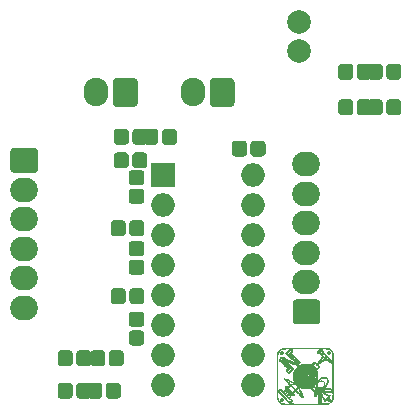
<source format=gbr>
G04 #@! TF.GenerationSoftware,KiCad,Pcbnew,(5.1.2)-1*
G04 #@! TF.CreationDate,2019-06-09T17:51:18+09:00*
G04 #@! TF.ProjectId,STEPPER_MOTOR04,53544550-5045-4525-9f4d-4f544f523034,rev?*
G04 #@! TF.SameCoordinates,Original*
G04 #@! TF.FileFunction,Soldermask,Top*
G04 #@! TF.FilePolarity,Negative*
%FSLAX46Y46*%
G04 Gerber Fmt 4.6, Leading zero omitted, Abs format (unit mm)*
G04 Created by KiCad (PCBNEW (5.1.2)-1) date 2019-06-09 17:51:18*
%MOMM*%
%LPD*%
G04 APERTURE LIST*
%ADD10C,0.010000*%
%ADD11C,0.100000*%
%ADD12C,2.100000*%
%ADD13O,2.350000X2.100000*%
%ADD14C,1.275000*%
%ADD15O,2.100000X2.400000*%
%ADD16C,2.000000*%
%ADD17R,2.000000X2.000000*%
%ADD18O,2.000000X2.000000*%
G04 APERTURE END LIST*
D10*
G36*
X125818829Y-103367652D02*
G01*
X125794338Y-103398084D01*
X125761090Y-103430806D01*
X125743229Y-103442335D01*
X125747722Y-103428516D01*
X125772213Y-103398084D01*
X125805461Y-103365362D01*
X125823322Y-103353833D01*
X125818829Y-103367652D01*
X125818829Y-103367652D01*
G37*
X125818829Y-103367652D02*
X125794338Y-103398084D01*
X125761090Y-103430806D01*
X125743229Y-103442335D01*
X125747722Y-103428516D01*
X125772213Y-103398084D01*
X125805461Y-103365362D01*
X125823322Y-103353833D01*
X125818829Y-103367652D01*
G36*
X125665273Y-103493961D02*
G01*
X125662236Y-103507114D01*
X125650523Y-103508711D01*
X125632311Y-103500616D01*
X125635773Y-103493961D01*
X125662030Y-103491313D01*
X125665273Y-103493961D01*
X125665273Y-103493961D01*
G37*
X125665273Y-103493961D02*
X125662236Y-103507114D01*
X125650523Y-103508711D01*
X125632311Y-103500616D01*
X125635773Y-103493961D01*
X125662030Y-103491313D01*
X125665273Y-103493961D01*
G36*
X126087500Y-103629986D02*
G01*
X126179517Y-103719827D01*
X126243823Y-103783380D01*
X126284592Y-103825046D01*
X126305997Y-103849220D01*
X126312213Y-103860303D01*
X126308340Y-103862718D01*
X126291655Y-103847760D01*
X126249829Y-103806641D01*
X126188497Y-103744997D01*
X126113294Y-103668464D01*
X126081554Y-103635932D01*
X125860715Y-103409147D01*
X126087500Y-103629986D01*
X126087500Y-103629986D01*
G37*
X126087500Y-103629986D02*
X126179517Y-103719827D01*
X126243823Y-103783380D01*
X126284592Y-103825046D01*
X126305997Y-103849220D01*
X126312213Y-103860303D01*
X126308340Y-103862718D01*
X126291655Y-103847760D01*
X126249829Y-103806641D01*
X126188497Y-103744997D01*
X126113294Y-103668464D01*
X126081554Y-103635932D01*
X125860715Y-103409147D01*
X126087500Y-103629986D01*
G36*
X123881215Y-104284056D02*
G01*
X123891551Y-104327352D01*
X123879390Y-104372931D01*
X123841670Y-104389749D01*
X123794998Y-104381712D01*
X123778458Y-104362092D01*
X123776013Y-104334893D01*
X123795811Y-104334893D01*
X123800379Y-104365736D01*
X123828697Y-104367778D01*
X123862770Y-104346291D01*
X123869425Y-104327049D01*
X123855614Y-104298868D01*
X123826560Y-104297255D01*
X123800833Y-104320230D01*
X123795811Y-104334893D01*
X123776013Y-104334893D01*
X123773533Y-104307316D01*
X123800039Y-104271591D01*
X123841670Y-104264955D01*
X123881215Y-104284056D01*
X123881215Y-104284056D01*
G37*
X123881215Y-104284056D02*
X123891551Y-104327352D01*
X123879390Y-104372931D01*
X123841670Y-104389749D01*
X123794998Y-104381712D01*
X123778458Y-104362092D01*
X123776013Y-104334893D01*
X123795811Y-104334893D01*
X123800379Y-104365736D01*
X123828697Y-104367778D01*
X123862770Y-104346291D01*
X123869425Y-104327049D01*
X123855614Y-104298868D01*
X123826560Y-104297255D01*
X123800833Y-104320230D01*
X123795811Y-104334893D01*
X123776013Y-104334893D01*
X123773533Y-104307316D01*
X123800039Y-104271591D01*
X123841670Y-104264955D01*
X123881215Y-104284056D01*
G36*
X124426387Y-105422930D02*
G01*
X124490707Y-105455653D01*
X124520899Y-105509616D01*
X124513314Y-105580546D01*
X124499222Y-105612082D01*
X124477603Y-105636938D01*
X124438961Y-105650056D01*
X124371553Y-105654669D01*
X124343869Y-105654878D01*
X124268750Y-105653100D01*
X124225154Y-105644708D01*
X124200399Y-105625113D01*
X124185280Y-105597505D01*
X124170730Y-105544140D01*
X124185989Y-105492540D01*
X124192001Y-105481346D01*
X124220746Y-105443715D01*
X124262447Y-105424272D01*
X124331587Y-105415722D01*
X124426387Y-105422930D01*
X124426387Y-105422930D01*
G37*
X124426387Y-105422930D02*
X124490707Y-105455653D01*
X124520899Y-105509616D01*
X124513314Y-105580546D01*
X124499222Y-105612082D01*
X124477603Y-105636938D01*
X124438961Y-105650056D01*
X124371553Y-105654669D01*
X124343869Y-105654878D01*
X124268750Y-105653100D01*
X124225154Y-105644708D01*
X124200399Y-105625113D01*
X124185280Y-105597505D01*
X124170730Y-105544140D01*
X124185989Y-105492540D01*
X124192001Y-105481346D01*
X124220746Y-105443715D01*
X124262447Y-105424272D01*
X124331587Y-105415722D01*
X124426387Y-105422930D01*
G36*
X125141384Y-106203007D02*
G01*
X125141638Y-106208014D01*
X125124629Y-106229289D01*
X125118207Y-106230140D01*
X125104993Y-106216585D01*
X125108450Y-106208014D01*
X125128332Y-106186907D01*
X125131881Y-106185889D01*
X125141384Y-106203007D01*
X125141384Y-106203007D01*
G37*
X125141384Y-106203007D02*
X125141638Y-106208014D01*
X125124629Y-106229289D01*
X125118207Y-106230140D01*
X125104993Y-106216585D01*
X125108450Y-106208014D01*
X125128332Y-106186907D01*
X125131881Y-106185889D01*
X125141384Y-106203007D01*
G36*
X122965391Y-105899540D02*
G01*
X122984408Y-105914717D01*
X123058943Y-105978637D01*
X123132240Y-106046495D01*
X123197536Y-106111370D01*
X123248068Y-106166336D01*
X123277072Y-106204470D01*
X123280570Y-106217920D01*
X123262002Y-106207158D01*
X123218973Y-106170001D01*
X123157589Y-106112051D01*
X123083961Y-106038907D01*
X123071759Y-106026482D01*
X122997446Y-105949434D01*
X122955042Y-105902716D01*
X122944404Y-105886145D01*
X122965391Y-105899540D01*
X122965391Y-105899540D01*
G37*
X122965391Y-105899540D02*
X122984408Y-105914717D01*
X123058943Y-105978637D01*
X123132240Y-106046495D01*
X123197536Y-106111370D01*
X123248068Y-106166336D01*
X123277072Y-106204470D01*
X123280570Y-106217920D01*
X123262002Y-106207158D01*
X123218973Y-106170001D01*
X123157589Y-106112051D01*
X123083961Y-106038907D01*
X123071759Y-106026482D01*
X122997446Y-105949434D01*
X122955042Y-105902716D01*
X122944404Y-105886145D01*
X122965391Y-105899540D01*
G36*
X124085660Y-106265683D02*
G01*
X124090553Y-106295079D01*
X124075663Y-106328782D01*
X124056430Y-106340767D01*
X124028558Y-106324957D01*
X124025853Y-106321148D01*
X124029163Y-106294819D01*
X124053332Y-106269619D01*
X124080239Y-106262353D01*
X124085660Y-106265683D01*
X124085660Y-106265683D01*
G37*
X124085660Y-106265683D02*
X124090553Y-106295079D01*
X124075663Y-106328782D01*
X124056430Y-106340767D01*
X124028558Y-106324957D01*
X124025853Y-106321148D01*
X124029163Y-106294819D01*
X124053332Y-106269619D01*
X124080239Y-106262353D01*
X124085660Y-106265683D01*
G36*
X123017596Y-106573084D02*
G01*
X123006533Y-106584147D01*
X122995471Y-106573084D01*
X123006533Y-106562021D01*
X123017596Y-106573084D01*
X123017596Y-106573084D01*
G37*
X123017596Y-106573084D02*
X123006533Y-106584147D01*
X122995471Y-106573084D01*
X123006533Y-106562021D01*
X123017596Y-106573084D01*
G36*
X123871400Y-106465286D02*
G01*
X123842963Y-106499447D01*
X123836237Y-106506708D01*
X123798383Y-106543920D01*
X123774548Y-106561754D01*
X123773210Y-106562021D01*
X123778949Y-106548129D01*
X123807386Y-106513968D01*
X123814112Y-106506708D01*
X123851966Y-106469495D01*
X123875801Y-106451661D01*
X123877139Y-106451394D01*
X123871400Y-106465286D01*
X123871400Y-106465286D01*
G37*
X123871400Y-106465286D02*
X123842963Y-106499447D01*
X123836237Y-106506708D01*
X123798383Y-106543920D01*
X123774548Y-106561754D01*
X123773210Y-106562021D01*
X123778949Y-106548129D01*
X123807386Y-106513968D01*
X123814112Y-106506708D01*
X123851966Y-106469495D01*
X123875801Y-106451661D01*
X123877139Y-106451394D01*
X123871400Y-106465286D01*
G36*
X123369754Y-106311241D02*
G01*
X123412944Y-106351058D01*
X123473226Y-106409431D01*
X123526481Y-106462457D01*
X123592744Y-106530139D01*
X123644127Y-106584504D01*
X123674706Y-106619159D01*
X123680252Y-106628397D01*
X123661082Y-106613673D01*
X123617893Y-106573856D01*
X123557610Y-106515483D01*
X123504356Y-106462457D01*
X123438093Y-106394775D01*
X123386710Y-106340410D01*
X123356131Y-106305755D01*
X123350585Y-106296516D01*
X123369754Y-106311241D01*
X123369754Y-106311241D01*
G37*
X123369754Y-106311241D02*
X123412944Y-106351058D01*
X123473226Y-106409431D01*
X123526481Y-106462457D01*
X123592744Y-106530139D01*
X123644127Y-106584504D01*
X123674706Y-106619159D01*
X123680252Y-106628397D01*
X123661082Y-106613673D01*
X123617893Y-106573856D01*
X123557610Y-106515483D01*
X123504356Y-106462457D01*
X123438093Y-106394775D01*
X123386710Y-106340410D01*
X123356131Y-106305755D01*
X123350585Y-106296516D01*
X123369754Y-106311241D01*
G36*
X126569301Y-103416325D02*
G01*
X126608975Y-103461992D01*
X126622103Y-103521496D01*
X126603722Y-103581251D01*
X126583580Y-103604846D01*
X126523379Y-103638120D01*
X126463722Y-103627349D01*
X126424913Y-103597213D01*
X126391866Y-103550419D01*
X126384120Y-103523953D01*
X126424913Y-103523953D01*
X126431720Y-103562484D01*
X126461155Y-103572825D01*
X126485758Y-103571026D01*
X126533105Y-103555217D01*
X126552187Y-103513449D01*
X126553616Y-103503054D01*
X126547218Y-103448058D01*
X126525678Y-103428671D01*
X126478499Y-103430462D01*
X126440948Y-103465179D01*
X126424937Y-103521555D01*
X126424913Y-103523953D01*
X126384120Y-103523953D01*
X126380662Y-103512140D01*
X126399916Y-103459885D01*
X126446805Y-103417017D01*
X126505022Y-103398136D01*
X126508045Y-103398084D01*
X126569301Y-103416325D01*
X126569301Y-103416325D01*
G37*
X126569301Y-103416325D02*
X126608975Y-103461992D01*
X126622103Y-103521496D01*
X126603722Y-103581251D01*
X126583580Y-103604846D01*
X126523379Y-103638120D01*
X126463722Y-103627349D01*
X126424913Y-103597213D01*
X126391866Y-103550419D01*
X126384120Y-103523953D01*
X126424913Y-103523953D01*
X126431720Y-103562484D01*
X126461155Y-103572825D01*
X126485758Y-103571026D01*
X126533105Y-103555217D01*
X126552187Y-103513449D01*
X126553616Y-103503054D01*
X126547218Y-103448058D01*
X126525678Y-103428671D01*
X126478499Y-103430462D01*
X126440948Y-103465179D01*
X126424937Y-103521555D01*
X126424913Y-103523953D01*
X126384120Y-103523953D01*
X126380662Y-103512140D01*
X126399916Y-103459885D01*
X126446805Y-103417017D01*
X126505022Y-103398136D01*
X126508045Y-103398084D01*
X126569301Y-103416325D01*
G36*
X122562532Y-103413327D02*
G01*
X122613123Y-103460439D01*
X122617283Y-103467442D01*
X122637438Y-103513657D01*
X122631063Y-103551317D01*
X122611981Y-103583601D01*
X122559942Y-103630069D01*
X122497179Y-103639821D01*
X122437460Y-103611082D01*
X122432852Y-103606695D01*
X122401778Y-103547987D01*
X122404617Y-103513364D01*
X122425026Y-103513364D01*
X122431150Y-103552764D01*
X122466628Y-103574869D01*
X122514689Y-103571494D01*
X122554705Y-103546404D01*
X122564808Y-103528369D01*
X122563852Y-103477570D01*
X122535586Y-103439946D01*
X122492175Y-103429299D01*
X122480293Y-103432503D01*
X122443730Y-103464630D01*
X122425026Y-103513364D01*
X122404617Y-103513364D01*
X122407169Y-103482258D01*
X122440510Y-103432923D01*
X122500825Y-103403341D01*
X122562532Y-103413327D01*
X122562532Y-103413327D01*
G37*
X122562532Y-103413327D02*
X122613123Y-103460439D01*
X122617283Y-103467442D01*
X122637438Y-103513657D01*
X122631063Y-103551317D01*
X122611981Y-103583601D01*
X122559942Y-103630069D01*
X122497179Y-103639821D01*
X122437460Y-103611082D01*
X122432852Y-103606695D01*
X122401778Y-103547987D01*
X122404617Y-103513364D01*
X122425026Y-103513364D01*
X122431150Y-103552764D01*
X122466628Y-103574869D01*
X122514689Y-103571494D01*
X122554705Y-103546404D01*
X122564808Y-103528369D01*
X122563852Y-103477570D01*
X122535586Y-103439946D01*
X122492175Y-103429299D01*
X122480293Y-103432503D01*
X122443730Y-103464630D01*
X122425026Y-103513364D01*
X122404617Y-103513364D01*
X122407169Y-103482258D01*
X122440510Y-103432923D01*
X122500825Y-103403341D01*
X122562532Y-103413327D01*
G36*
X123561061Y-106799870D02*
G01*
X123513872Y-106850138D01*
X123489352Y-106870433D01*
X123482232Y-106865101D01*
X123482230Y-106864854D01*
X123497043Y-106847271D01*
X123534368Y-106811081D01*
X123554138Y-106792946D01*
X123626046Y-106727962D01*
X123561061Y-106799870D01*
X123561061Y-106799870D01*
G37*
X123561061Y-106799870D02*
X123513872Y-106850138D01*
X123489352Y-106870433D01*
X123482232Y-106865101D01*
X123482230Y-106864854D01*
X123497043Y-106847271D01*
X123534368Y-106811081D01*
X123554138Y-106792946D01*
X123626046Y-106727962D01*
X123561061Y-106799870D01*
G36*
X123791739Y-106709331D02*
G01*
X123832988Y-106747286D01*
X123880488Y-106794338D01*
X123929077Y-106845457D01*
X123960204Y-106881378D01*
X123967140Y-106893903D01*
X123947112Y-106879345D01*
X123905862Y-106841390D01*
X123858363Y-106794338D01*
X123809774Y-106743220D01*
X123778647Y-106707298D01*
X123771710Y-106694774D01*
X123791739Y-106709331D01*
X123791739Y-106709331D01*
G37*
X123791739Y-106709331D02*
X123832988Y-106747286D01*
X123880488Y-106794338D01*
X123929077Y-106845457D01*
X123960204Y-106881378D01*
X123967140Y-106893903D01*
X123947112Y-106879345D01*
X123905862Y-106841390D01*
X123858363Y-106794338D01*
X123809774Y-106743220D01*
X123778647Y-106707298D01*
X123771710Y-106694774D01*
X123791739Y-106709331D01*
G36*
X126348857Y-107350481D02*
G01*
X126318029Y-107386417D01*
X126292161Y-107413850D01*
X126246497Y-107458826D01*
X126214147Y-107486762D01*
X126206041Y-107491289D01*
X126213338Y-107477220D01*
X126244167Y-107441284D01*
X126270035Y-107413850D01*
X126315699Y-107368874D01*
X126348048Y-107340939D01*
X126356155Y-107336411D01*
X126348857Y-107350481D01*
X126348857Y-107350481D01*
G37*
X126348857Y-107350481D02*
X126318029Y-107386417D01*
X126292161Y-107413850D01*
X126246497Y-107458826D01*
X126214147Y-107486762D01*
X126206041Y-107491289D01*
X126213338Y-107477220D01*
X126244167Y-107441284D01*
X126270035Y-107413850D01*
X126315699Y-107368874D01*
X126348048Y-107340939D01*
X126356155Y-107336411D01*
X126348857Y-107350481D01*
G36*
X125694774Y-106904965D02*
G01*
X125683711Y-106916028D01*
X125672648Y-106904965D01*
X125683711Y-106893903D01*
X125694774Y-106904965D01*
X125694774Y-106904965D01*
G37*
X125694774Y-106904965D02*
X125683711Y-106916028D01*
X125672648Y-106904965D01*
X125683711Y-106893903D01*
X125694774Y-106904965D01*
G36*
X125694774Y-106949216D02*
G01*
X125683711Y-106960279D01*
X125672648Y-106949216D01*
X125683711Y-106938154D01*
X125694774Y-106949216D01*
X125694774Y-106949216D01*
G37*
X125694774Y-106949216D02*
X125683711Y-106960279D01*
X125672648Y-106949216D01*
X125683711Y-106938154D01*
X125694774Y-106949216D01*
G36*
X125694774Y-106993467D02*
G01*
X125683711Y-107004530D01*
X125672648Y-106993467D01*
X125683711Y-106982404D01*
X125694774Y-106993467D01*
X125694774Y-106993467D01*
G37*
X125694774Y-106993467D02*
X125683711Y-107004530D01*
X125672648Y-106993467D01*
X125683711Y-106982404D01*
X125694774Y-106993467D01*
G36*
X125694774Y-107037718D02*
G01*
X125683711Y-107048781D01*
X125672648Y-107037718D01*
X125683711Y-107026655D01*
X125694774Y-107037718D01*
X125694774Y-107037718D01*
G37*
X125694774Y-107037718D02*
X125683711Y-107048781D01*
X125672648Y-107037718D01*
X125683711Y-107026655D01*
X125694774Y-107037718D01*
G36*
X125739025Y-107059843D02*
G01*
X125727962Y-107070906D01*
X125716899Y-107059843D01*
X125727962Y-107048781D01*
X125739025Y-107059843D01*
X125739025Y-107059843D01*
G37*
X125739025Y-107059843D02*
X125727962Y-107070906D01*
X125716899Y-107059843D01*
X125727962Y-107048781D01*
X125739025Y-107059843D01*
G36*
X125739025Y-107104094D02*
G01*
X125727962Y-107115157D01*
X125716899Y-107104094D01*
X125727962Y-107093032D01*
X125739025Y-107104094D01*
X125739025Y-107104094D01*
G37*
X125739025Y-107104094D02*
X125727962Y-107115157D01*
X125716899Y-107104094D01*
X125727962Y-107093032D01*
X125739025Y-107104094D01*
G36*
X125739025Y-107148345D02*
G01*
X125727962Y-107159408D01*
X125716899Y-107148345D01*
X125727962Y-107137283D01*
X125739025Y-107148345D01*
X125739025Y-107148345D01*
G37*
X125739025Y-107148345D02*
X125727962Y-107159408D01*
X125716899Y-107148345D01*
X125727962Y-107137283D01*
X125739025Y-107148345D01*
G36*
X125716899Y-107325349D02*
G01*
X125705837Y-107336411D01*
X125694774Y-107325349D01*
X125705837Y-107314286D01*
X125716899Y-107325349D01*
X125716899Y-107325349D01*
G37*
X125716899Y-107325349D02*
X125705837Y-107336411D01*
X125694774Y-107325349D01*
X125705837Y-107314286D01*
X125716899Y-107325349D01*
G36*
X125716899Y-107369600D02*
G01*
X125705837Y-107380662D01*
X125694774Y-107369600D01*
X125705837Y-107358537D01*
X125716899Y-107369600D01*
X125716899Y-107369600D01*
G37*
X125716899Y-107369600D02*
X125705837Y-107380662D01*
X125694774Y-107369600D01*
X125705837Y-107358537D01*
X125716899Y-107369600D01*
G36*
X125716899Y-107413850D02*
G01*
X125705837Y-107424913D01*
X125694774Y-107413850D01*
X125705837Y-107402788D01*
X125716899Y-107413850D01*
X125716899Y-107413850D01*
G37*
X125716899Y-107413850D02*
X125705837Y-107424913D01*
X125694774Y-107413850D01*
X125705837Y-107402788D01*
X125716899Y-107413850D01*
G36*
X125716899Y-107458101D02*
G01*
X125705837Y-107469164D01*
X125694774Y-107458101D01*
X125705837Y-107447039D01*
X125716899Y-107458101D01*
X125716899Y-107458101D01*
G37*
X125716899Y-107458101D02*
X125705837Y-107469164D01*
X125694774Y-107458101D01*
X125705837Y-107447039D01*
X125716899Y-107458101D01*
G36*
X125761150Y-107524478D02*
G01*
X125750087Y-107535540D01*
X125739025Y-107524478D01*
X125750087Y-107513415D01*
X125761150Y-107524478D01*
X125761150Y-107524478D01*
G37*
X125761150Y-107524478D02*
X125750087Y-107535540D01*
X125739025Y-107524478D01*
X125750087Y-107513415D01*
X125761150Y-107524478D01*
G36*
X125761150Y-107568729D02*
G01*
X125750087Y-107579791D01*
X125739025Y-107568729D01*
X125750087Y-107557666D01*
X125761150Y-107568729D01*
X125761150Y-107568729D01*
G37*
X125761150Y-107568729D02*
X125750087Y-107579791D01*
X125739025Y-107568729D01*
X125750087Y-107557666D01*
X125761150Y-107568729D01*
G36*
X125761150Y-107612979D02*
G01*
X125750087Y-107624042D01*
X125739025Y-107612979D01*
X125750087Y-107601917D01*
X125761150Y-107612979D01*
X125761150Y-107612979D01*
G37*
X125761150Y-107612979D02*
X125750087Y-107624042D01*
X125739025Y-107612979D01*
X125750087Y-107601917D01*
X125761150Y-107612979D01*
G36*
X126548809Y-107388211D02*
G01*
X126589274Y-107415431D01*
X126616698Y-107467249D01*
X126622459Y-107532025D01*
X126605552Y-107587506D01*
X126597492Y-107597492D01*
X126544427Y-107622976D01*
X126480843Y-107618537D01*
X126426098Y-107586892D01*
X126413773Y-107571715D01*
X126403880Y-107542476D01*
X126428421Y-107542476D01*
X126450142Y-107555831D01*
X126484132Y-107553761D01*
X126532003Y-107538700D01*
X126551613Y-107498937D01*
X126553761Y-107484132D01*
X126554158Y-107440103D01*
X126532437Y-107426748D01*
X126498447Y-107428818D01*
X126450576Y-107443879D01*
X126430966Y-107483642D01*
X126428818Y-107498447D01*
X126428421Y-107542476D01*
X126403880Y-107542476D01*
X126392625Y-107509217D01*
X126404641Y-107451526D01*
X126440735Y-107406733D01*
X126491820Y-107382931D01*
X126548809Y-107388211D01*
X126548809Y-107388211D01*
G37*
X126548809Y-107388211D02*
X126589274Y-107415431D01*
X126616698Y-107467249D01*
X126622459Y-107532025D01*
X126605552Y-107587506D01*
X126597492Y-107597492D01*
X126544427Y-107622976D01*
X126480843Y-107618537D01*
X126426098Y-107586892D01*
X126413773Y-107571715D01*
X126403880Y-107542476D01*
X126428421Y-107542476D01*
X126450142Y-107555831D01*
X126484132Y-107553761D01*
X126532003Y-107538700D01*
X126551613Y-107498937D01*
X126553761Y-107484132D01*
X126554158Y-107440103D01*
X126532437Y-107426748D01*
X126498447Y-107428818D01*
X126450576Y-107443879D01*
X126430966Y-107483642D01*
X126428818Y-107498447D01*
X126428421Y-107542476D01*
X126403880Y-107542476D01*
X126392625Y-107509217D01*
X126404641Y-107451526D01*
X126440735Y-107406733D01*
X126491820Y-107382931D01*
X126548809Y-107388211D01*
G36*
X122553440Y-107394301D02*
G01*
X122600662Y-107427054D01*
X122630532Y-107475935D01*
X122634034Y-107531929D01*
X122608882Y-107579121D01*
X122549808Y-107617086D01*
X122484027Y-107618721D01*
X122432852Y-107589274D01*
X122402652Y-107532347D01*
X122430259Y-107532347D01*
X122457090Y-107563316D01*
X122498284Y-107565204D01*
X122539751Y-107542821D01*
X122567401Y-107500976D01*
X122571026Y-107484296D01*
X122569773Y-107440791D01*
X122544193Y-107425889D01*
X122523953Y-107424913D01*
X122464182Y-107441038D01*
X122430416Y-107482200D01*
X122430259Y-107532347D01*
X122402652Y-107532347D01*
X122401683Y-107530522D01*
X122407637Y-107464722D01*
X122443005Y-107413244D01*
X122497883Y-107386693D01*
X122553440Y-107394301D01*
X122553440Y-107394301D01*
G37*
X122553440Y-107394301D02*
X122600662Y-107427054D01*
X122630532Y-107475935D01*
X122634034Y-107531929D01*
X122608882Y-107579121D01*
X122549808Y-107617086D01*
X122484027Y-107618721D01*
X122432852Y-107589274D01*
X122402652Y-107532347D01*
X122430259Y-107532347D01*
X122457090Y-107563316D01*
X122498284Y-107565204D01*
X122539751Y-107542821D01*
X122567401Y-107500976D01*
X122571026Y-107484296D01*
X122569773Y-107440791D01*
X122544193Y-107425889D01*
X122523953Y-107424913D01*
X122464182Y-107441038D01*
X122430416Y-107482200D01*
X122430259Y-107532347D01*
X122402652Y-107532347D01*
X122401683Y-107530522D01*
X122407637Y-107464722D01*
X122443005Y-107413244D01*
X122497883Y-107386693D01*
X122553440Y-107394301D01*
G36*
X124219521Y-103113121D02*
G01*
X124471595Y-103113853D01*
X124725290Y-103115077D01*
X124976497Y-103116774D01*
X125221109Y-103118921D01*
X125455020Y-103121499D01*
X125674122Y-103124488D01*
X125874308Y-103127866D01*
X126051470Y-103131614D01*
X126201501Y-103135711D01*
X126320293Y-103140136D01*
X126403740Y-103144869D01*
X126447734Y-103149890D01*
X126450962Y-103150760D01*
X126600262Y-103221885D01*
X126722617Y-103324203D01*
X126811611Y-103451816D01*
X126878485Y-103582987D01*
X126884504Y-105464693D01*
X126885636Y-105809957D01*
X126886552Y-106113854D01*
X126887053Y-106379266D01*
X126886941Y-106609076D01*
X126886018Y-106806168D01*
X126884086Y-106973425D01*
X126880945Y-107113729D01*
X126876399Y-107229965D01*
X126870247Y-107325015D01*
X126862293Y-107401762D01*
X126852337Y-107463090D01*
X126840182Y-107511881D01*
X126825628Y-107551018D01*
X126808478Y-107583386D01*
X126788533Y-107611866D01*
X126765595Y-107639343D01*
X126739466Y-107668699D01*
X126732315Y-107676779D01*
X126653460Y-107749083D01*
X126559764Y-107811140D01*
X126530843Y-107825619D01*
X126413850Y-107878485D01*
X124544251Y-107882540D01*
X124208517Y-107883193D01*
X123914138Y-107883573D01*
X123658217Y-107883634D01*
X123437860Y-107883332D01*
X123250170Y-107882622D01*
X123092251Y-107881459D01*
X122961209Y-107879798D01*
X122854146Y-107877594D01*
X122768168Y-107874803D01*
X122700379Y-107871378D01*
X122647883Y-107867277D01*
X122607784Y-107862453D01*
X122577187Y-107856861D01*
X122557395Y-107851744D01*
X122424916Y-107790885D01*
X122306511Y-107695638D01*
X122212693Y-107575725D01*
X122172538Y-107495885D01*
X122121516Y-107369600D01*
X122119933Y-106943376D01*
X122158984Y-106943376D01*
X122160280Y-107122608D01*
X122178223Y-107292158D01*
X122211054Y-107441153D01*
X122257010Y-107558717D01*
X122259322Y-107563027D01*
X122324111Y-107658653D01*
X122405028Y-107731825D01*
X122507565Y-107784735D01*
X122637211Y-107819578D01*
X122799457Y-107838547D01*
X122962110Y-107843803D01*
X123227442Y-107845296D01*
X123101864Y-107719604D01*
X123250843Y-107719604D01*
X123253985Y-107754577D01*
X123266240Y-107788671D01*
X123279782Y-107782923D01*
X123287830Y-107769685D01*
X123301943Y-107722261D01*
X123301184Y-107701369D01*
X123281954Y-107681553D01*
X123267339Y-107686261D01*
X123250843Y-107719604D01*
X123101864Y-107719604D01*
X122696604Y-107313977D01*
X122165767Y-106782658D01*
X122158984Y-106943376D01*
X122119933Y-106943376D01*
X122119179Y-106740333D01*
X122228366Y-106740333D01*
X122236994Y-106762984D01*
X122255518Y-106784656D01*
X122295979Y-106829365D01*
X122301887Y-106818427D01*
X122330750Y-106818427D01*
X122719965Y-107204640D01*
X122829700Y-107314512D01*
X122930468Y-107417263D01*
X123017447Y-107507829D01*
X123085817Y-107581145D01*
X123130757Y-107632147D01*
X123145722Y-107651910D01*
X123182264Y-107712966D01*
X123315794Y-107579436D01*
X122928954Y-107192596D01*
X123017596Y-107192596D01*
X123035203Y-107236192D01*
X123075263Y-107275751D01*
X123117161Y-107292161D01*
X123156032Y-107277653D01*
X123181956Y-107257392D01*
X123210167Y-107216652D01*
X123216725Y-107192596D01*
X123199118Y-107149000D01*
X123159058Y-107109442D01*
X123117161Y-107093032D01*
X123073564Y-107110638D01*
X123034006Y-107150699D01*
X123017596Y-107192596D01*
X122928954Y-107192596D01*
X122879281Y-107142923D01*
X122768997Y-107032638D01*
X122816374Y-107032638D01*
X122865528Y-107084960D01*
X122903179Y-107121032D01*
X122927509Y-107137217D01*
X122928252Y-107137283D01*
X122949007Y-107122364D01*
X122991050Y-107083053D01*
X123045697Y-107027513D01*
X123047927Y-107025164D01*
X123150349Y-107025164D01*
X123168534Y-107047927D01*
X123192220Y-107059088D01*
X123239046Y-107094486D01*
X123267095Y-107154309D01*
X123270049Y-107220521D01*
X123259599Y-107251434D01*
X123226758Y-107298377D01*
X123200056Y-107322247D01*
X123189281Y-107338636D01*
X123201660Y-107367243D01*
X123241065Y-107414402D01*
X123283083Y-107458083D01*
X123398445Y-107574896D01*
X123373961Y-107689060D01*
X123360064Y-107757731D01*
X123351193Y-107809006D01*
X123349478Y-107824982D01*
X123371467Y-107829578D01*
X123436900Y-107833455D01*
X123544977Y-107836604D01*
X123694896Y-107839017D01*
X123885858Y-107840686D01*
X124117060Y-107841603D01*
X124387702Y-107841759D01*
X124696984Y-107841147D01*
X124881664Y-107840487D01*
X125179280Y-107839243D01*
X125435919Y-107838046D01*
X125654856Y-107836790D01*
X125839365Y-107835371D01*
X125992721Y-107833683D01*
X126118196Y-107831621D01*
X126219066Y-107829079D01*
X126298604Y-107825952D01*
X126360085Y-107822135D01*
X126406783Y-107817523D01*
X126441971Y-107812009D01*
X126468926Y-107805490D01*
X126490919Y-107797858D01*
X126511226Y-107789010D01*
X126513415Y-107787996D01*
X126631936Y-107710680D01*
X126731007Y-107602910D01*
X126799635Y-107477384D01*
X126810860Y-107444341D01*
X126823320Y-107384279D01*
X126833306Y-107301846D01*
X126840613Y-107205986D01*
X126845038Y-107105639D01*
X126846375Y-107009747D01*
X126844422Y-106927251D01*
X126838974Y-106867093D01*
X126829828Y-106838214D01*
X126824700Y-106837644D01*
X126796244Y-106835593D01*
X126791640Y-106830207D01*
X126766491Y-106827030D01*
X126718064Y-106842953D01*
X126696078Y-106853548D01*
X126608621Y-106881269D01*
X126495891Y-106891851D01*
X126373124Y-106885967D01*
X126255554Y-106864287D01*
X126163287Y-106830054D01*
X126129424Y-106816014D01*
X126379414Y-106816014D01*
X126400784Y-106819308D01*
X126457125Y-106820669D01*
X126458101Y-106820670D01*
X126516877Y-106819516D01*
X126542729Y-106816274D01*
X126530405Y-106811717D01*
X126463131Y-106807867D01*
X126397653Y-106811491D01*
X126379414Y-106816014D01*
X126129424Y-106816014D01*
X126091066Y-106800111D01*
X126611513Y-106800111D01*
X126633261Y-106803654D01*
X126661958Y-106799586D01*
X126662301Y-106792034D01*
X126632688Y-106786752D01*
X126619894Y-106790287D01*
X126611513Y-106800111D01*
X126091066Y-106800111D01*
X126086917Y-106798391D01*
X126029502Y-106794637D01*
X126013444Y-106798742D01*
X125995068Y-106807874D01*
X125994081Y-106820656D01*
X126015091Y-106840698D01*
X126062705Y-106871611D01*
X126141532Y-106917008D01*
X126219757Y-106960444D01*
X126320979Y-107014879D01*
X126412651Y-107061635D01*
X126485663Y-107096242D01*
X126530905Y-107114226D01*
X126535270Y-107115328D01*
X126578093Y-107130732D01*
X126595127Y-107156922D01*
X126584687Y-107197632D01*
X126545089Y-107256597D01*
X126474648Y-107337551D01*
X126399674Y-107415849D01*
X126296849Y-107516563D01*
X126218472Y-107583199D01*
X126162165Y-107616876D01*
X126125553Y-107618711D01*
X126106261Y-107589823D01*
X126101914Y-107555921D01*
X126090701Y-107514385D01*
X126061887Y-107444553D01*
X126019948Y-107356478D01*
X125973794Y-107268290D01*
X125847854Y-107037718D01*
X125859478Y-107203659D01*
X125865428Y-107303816D01*
X125871193Y-107426673D01*
X125875800Y-107550687D01*
X125876971Y-107590854D01*
X125882840Y-107812108D01*
X125639460Y-107812108D01*
X125623893Y-107612979D01*
X125616274Y-107508651D01*
X125607512Y-107377958D01*
X125598770Y-107238726D01*
X125592179Y-107126220D01*
X125584836Y-107010591D01*
X125578061Y-106937445D01*
X125572352Y-106908844D01*
X125652953Y-106908844D01*
X125653441Y-106962069D01*
X125656587Y-107039660D01*
X125662356Y-107146148D01*
X125670714Y-107286062D01*
X125681628Y-107463932D01*
X125686356Y-107541072D01*
X125699547Y-107756795D01*
X125765482Y-107756795D01*
X125807995Y-107753823D01*
X125823972Y-107736334D01*
X125821744Y-107691462D01*
X125819227Y-107673824D01*
X125814290Y-107623989D01*
X125808453Y-107539375D01*
X125802263Y-107429430D01*
X125796268Y-107303602D01*
X125792617Y-107214722D01*
X125786887Y-107089298D01*
X125780105Y-106978952D01*
X125772886Y-106891437D01*
X125765858Y-106834605D01*
X125835198Y-106834605D01*
X125840199Y-106857814D01*
X125863124Y-106911463D01*
X125899763Y-106987672D01*
X125945910Y-107078561D01*
X125997356Y-107176251D01*
X126049895Y-107272862D01*
X126099317Y-107360514D01*
X126141416Y-107431328D01*
X126171983Y-107477424D01*
X126185874Y-107491289D01*
X126194469Y-107504017D01*
X126181533Y-107524478D01*
X126156860Y-107556525D01*
X126160485Y-107558649D01*
X126190126Y-107532910D01*
X126243499Y-107481367D01*
X126318322Y-107406080D01*
X126359025Y-107364341D01*
X126421124Y-107299660D01*
X126460523Y-107257195D01*
X126474685Y-107239820D01*
X126461076Y-107250415D01*
X126452570Y-107258204D01*
X126402796Y-107300881D01*
X126368709Y-107323466D01*
X126358537Y-107322633D01*
X126373332Y-107293281D01*
X126409398Y-107252166D01*
X126413850Y-107247910D01*
X126451157Y-107209110D01*
X126468923Y-107183252D01*
X126469164Y-107181694D01*
X126450934Y-107165832D01*
X126401529Y-107134245D01*
X126328876Y-107091275D01*
X126240905Y-107041260D01*
X126145541Y-106988543D01*
X126050714Y-106937462D01*
X125964352Y-106892359D01*
X125894381Y-106857574D01*
X125848730Y-106837447D01*
X125835198Y-106834605D01*
X125765858Y-106834605D01*
X125765845Y-106834506D01*
X125760992Y-106816464D01*
X125748854Y-106794338D01*
X125916028Y-106794338D01*
X125927091Y-106805401D01*
X125938154Y-106794338D01*
X125927091Y-106783276D01*
X125916028Y-106794338D01*
X125748854Y-106794338D01*
X125738645Y-106775729D01*
X125733199Y-106761150D01*
X125728012Y-106755222D01*
X125729960Y-106786345D01*
X125730265Y-106788807D01*
X125729534Y-106833442D01*
X125706097Y-106848851D01*
X125691578Y-106849652D01*
X125678264Y-106848999D01*
X125667778Y-106850062D01*
X125660088Y-106857370D01*
X125655157Y-106875454D01*
X125652953Y-106908844D01*
X125572352Y-106908844D01*
X125571588Y-106905021D01*
X125565152Y-106911559D01*
X125562142Y-106927091D01*
X125533811Y-107033297D01*
X125488151Y-107120710D01*
X125431495Y-107178075D01*
X125416204Y-107186471D01*
X125370669Y-107199466D01*
X125333690Y-107182811D01*
X125313904Y-107164504D01*
X125281825Y-107105538D01*
X125268731Y-107021807D01*
X125269266Y-107013786D01*
X125327585Y-107013786D01*
X125338797Y-107088317D01*
X125343122Y-107097433D01*
X125369492Y-107146706D01*
X125388131Y-107096322D01*
X125409357Y-107062759D01*
X125427553Y-107058783D01*
X125455696Y-107055402D01*
X125464346Y-107045723D01*
X125467531Y-107030420D01*
X125451053Y-107037929D01*
X125431817Y-107043063D01*
X125437895Y-107015011D01*
X125438411Y-107013691D01*
X125450590Y-106971342D01*
X125473519Y-106971342D01*
X125484582Y-106982404D01*
X125495645Y-106971342D01*
X125484582Y-106960279D01*
X125473519Y-106971342D01*
X125450590Y-106971342D01*
X125451954Y-106966600D01*
X125466642Y-106897316D01*
X125472055Y-106866246D01*
X125472541Y-106858871D01*
X125497392Y-106858871D01*
X125501460Y-106887568D01*
X125509012Y-106887910D01*
X125514294Y-106858298D01*
X125510759Y-106845503D01*
X125500935Y-106837123D01*
X125497392Y-106858871D01*
X125472541Y-106858871D01*
X125476835Y-106793831D01*
X125463493Y-106760851D01*
X125434960Y-106768547D01*
X125394172Y-106818160D01*
X125386665Y-106830136D01*
X125344291Y-106923125D01*
X125327585Y-107013786D01*
X125269266Y-107013786D01*
X125274945Y-106928666D01*
X125300788Y-106841472D01*
X125306861Y-106828914D01*
X125328532Y-106783393D01*
X125326020Y-106764852D01*
X125295854Y-106761170D01*
X125287462Y-106761150D01*
X125187913Y-106743117D01*
X125095332Y-106694843D01*
X125021364Y-106625071D01*
X124977656Y-106542542D01*
X124973631Y-106525600D01*
X124969193Y-106507139D01*
X125037226Y-106507139D01*
X125075918Y-106562756D01*
X125081877Y-106568614D01*
X125109402Y-106596349D01*
X125104174Y-106595971D01*
X125087409Y-106584147D01*
X125056923Y-106562639D01*
X125057122Y-106568096D01*
X125082872Y-106599249D01*
X125126369Y-106632443D01*
X125158409Y-106634208D01*
X125181555Y-106632371D01*
X125180317Y-106641639D01*
X125191317Y-106653716D01*
X125236270Y-106658470D01*
X125259658Y-106657955D01*
X125351830Y-106653511D01*
X125274391Y-106671230D01*
X125226566Y-106682947D01*
X125219665Y-106688628D01*
X125251333Y-106691480D01*
X125259251Y-106691861D01*
X125321945Y-106685954D01*
X125323649Y-106685388D01*
X125451107Y-106685388D01*
X125466144Y-106724274D01*
X125497193Y-106738533D01*
X125515398Y-106713293D01*
X125515432Y-106712931D01*
X125542664Y-106712931D01*
X125563119Y-106737593D01*
X125573084Y-106739025D01*
X125596637Y-106723798D01*
X125605390Y-106673840D01*
X125605556Y-106657161D01*
X125628397Y-106657161D01*
X125630236Y-106738084D01*
X125637175Y-106783710D01*
X125651348Y-106802897D01*
X125664135Y-106805401D01*
X125683723Y-106799313D01*
X125691554Y-106774498D01*
X125689192Y-106721131D01*
X125684374Y-106678180D01*
X125670196Y-106589288D01*
X125665270Y-106573042D01*
X125703595Y-106573042D01*
X125718122Y-106624846D01*
X125750796Y-106709355D01*
X125752081Y-106712498D01*
X125775542Y-106759727D01*
X125798683Y-106772259D01*
X125825336Y-106762323D01*
X125842601Y-106751162D01*
X126168607Y-106751162D01*
X126170627Y-106761404D01*
X126194292Y-106779745D01*
X126219652Y-106782823D01*
X126225784Y-106774580D01*
X126208429Y-106760370D01*
X126191447Y-106752708D01*
X126168607Y-106751162D01*
X125842601Y-106751162D01*
X125849565Y-106746661D01*
X125855003Y-106727962D01*
X125960279Y-106727962D01*
X125971342Y-106739025D01*
X125982404Y-106727962D01*
X125971342Y-106716899D01*
X125960279Y-106727962D01*
X125855003Y-106727962D01*
X125855276Y-106727025D01*
X125841258Y-106691319D01*
X125821310Y-106654690D01*
X125894807Y-106654690D01*
X125910635Y-106666241D01*
X125930594Y-106684120D01*
X125929342Y-106691132D01*
X125940776Y-106702201D01*
X125973455Y-106705837D01*
X126017318Y-106693052D01*
X126023174Y-106677719D01*
X126096964Y-106677719D01*
X126115092Y-106717763D01*
X126137283Y-106729985D01*
X126195738Y-106738533D01*
X126244834Y-106753755D01*
X126272504Y-106770828D01*
X126270264Y-106783134D01*
X126274892Y-106790179D01*
X126315047Y-106791918D01*
X126382376Y-106788774D01*
X126468528Y-106781168D01*
X126565151Y-106769523D01*
X126579791Y-106767488D01*
X126644777Y-106758595D01*
X126691633Y-106752732D01*
X126701481Y-106751742D01*
X126719238Y-106735667D01*
X126718985Y-106727962D01*
X126778920Y-106727962D01*
X126789983Y-106739025D01*
X126801046Y-106727962D01*
X126789983Y-106716899D01*
X126778920Y-106727962D01*
X126718985Y-106727962D01*
X126717639Y-106687008D01*
X126715863Y-106676746D01*
X126691129Y-106649514D01*
X126633746Y-106620926D01*
X126554998Y-106594913D01*
X126466169Y-106575409D01*
X126402725Y-106567634D01*
X126287042Y-106567238D01*
X126193582Y-106583263D01*
X126128484Y-106613497D01*
X126097889Y-106655731D01*
X126096964Y-106677719D01*
X126023174Y-106677719D01*
X126026655Y-106668608D01*
X126008433Y-106633090D01*
X125967187Y-106614098D01*
X125923049Y-106618375D01*
X125908270Y-106628965D01*
X125894807Y-106654690D01*
X125821310Y-106654690D01*
X125813038Y-106639503D01*
X125775383Y-106582683D01*
X125757389Y-106564265D01*
X125833794Y-106564265D01*
X125838437Y-106586435D01*
X125840012Y-106590632D01*
X125857539Y-106617726D01*
X125867504Y-106617920D01*
X125865022Y-106594515D01*
X125852397Y-106578247D01*
X125833794Y-106564265D01*
X125757389Y-106564265D01*
X125740147Y-106546618D01*
X125724579Y-106539896D01*
X125706115Y-106547030D01*
X125703595Y-106573042D01*
X125665270Y-106573042D01*
X125655523Y-106540905D01*
X125642345Y-106533778D01*
X125632655Y-106568656D01*
X125628441Y-106646284D01*
X125628397Y-106657161D01*
X125605556Y-106657161D01*
X125605568Y-106656054D01*
X125603703Y-106604154D01*
X125596041Y-106590520D01*
X125577625Y-106609172D01*
X125572380Y-106616032D01*
X125545725Y-106667932D01*
X125542664Y-106712931D01*
X125515432Y-106712931D01*
X125517770Y-106688634D01*
X125530433Y-106632028D01*
X125553215Y-106587639D01*
X125577767Y-106542352D01*
X125572203Y-106525846D01*
X125541663Y-106540157D01*
X125508049Y-106569732D01*
X125465267Y-106628741D01*
X125451107Y-106685388D01*
X125323649Y-106685388D01*
X125364347Y-106671870D01*
X125400329Y-106635367D01*
X125401660Y-106589262D01*
X125375145Y-106539436D01*
X125351994Y-106516231D01*
X125783276Y-106516231D01*
X125791279Y-106530649D01*
X125821844Y-106542803D01*
X125884801Y-106556315D01*
X125899434Y-106559008D01*
X125914093Y-106543987D01*
X125916028Y-106528833D01*
X125896239Y-106502485D01*
X125849652Y-106495645D01*
X125803040Y-106501610D01*
X125783280Y-106515982D01*
X125783276Y-106516231D01*
X125351994Y-106516231D01*
X125327589Y-106491770D01*
X125265794Y-106452142D01*
X125196566Y-106426432D01*
X125126708Y-106420522D01*
X125084441Y-106429984D01*
X125040082Y-106462059D01*
X125037226Y-106507139D01*
X124969193Y-106507139D01*
X124962039Y-106477389D01*
X124944083Y-106464963D01*
X124906310Y-106480427D01*
X124901165Y-106483079D01*
X124810641Y-106516585D01*
X124692485Y-106541744D01*
X124562917Y-106556132D01*
X124438159Y-106557324D01*
X124414973Y-106555746D01*
X124313804Y-106542406D01*
X124212323Y-106517419D01*
X124096086Y-106476715D01*
X124009709Y-106441561D01*
X124002738Y-106451461D01*
X124013221Y-106495250D01*
X124041691Y-106574416D01*
X124088677Y-106690448D01*
X124147993Y-106829376D01*
X124222054Y-107002877D01*
X124276026Y-107137686D01*
X124309124Y-107234933D01*
X124320562Y-107295745D01*
X124309556Y-107321250D01*
X124275319Y-107312576D01*
X124217066Y-107270851D01*
X124134012Y-107197203D01*
X124025372Y-107092760D01*
X123989329Y-107057230D01*
X123702756Y-106773679D01*
X123539628Y-106936807D01*
X123591167Y-106991668D01*
X123627515Y-107045685D01*
X123621898Y-107086184D01*
X123574091Y-107113679D01*
X123533938Y-107122769D01*
X123429587Y-107135951D01*
X123355481Y-107133274D01*
X123299788Y-107112578D01*
X123250677Y-107071701D01*
X123249913Y-107070906D01*
X123235351Y-107057540D01*
X123357402Y-107057540D01*
X123382709Y-107068046D01*
X123442886Y-107070902D01*
X123446675Y-107070906D01*
X123506416Y-107067693D01*
X123542109Y-107059541D01*
X123546734Y-107054312D01*
X123530194Y-107031572D01*
X123489920Y-106991522D01*
X123458232Y-106963244D01*
X123371603Y-106888770D01*
X123371603Y-106944840D01*
X123366389Y-107002707D01*
X123358173Y-107035908D01*
X123357402Y-107057540D01*
X123235351Y-107057540D01*
X123194773Y-107020295D01*
X123161128Y-107005458D01*
X123150349Y-107025164D01*
X123047927Y-107025164D01*
X123051616Y-107021280D01*
X123100314Y-106969027D01*
X123118444Y-106947230D01*
X123106588Y-106954918D01*
X123074882Y-106982561D01*
X122988352Y-107059843D01*
X123049679Y-106977099D01*
X123085765Y-106914651D01*
X123091901Y-106887318D01*
X123172474Y-106887318D01*
X123186590Y-106911174D01*
X123222281Y-106953552D01*
X123243121Y-106975748D01*
X123294823Y-107019724D01*
X123328115Y-107023718D01*
X123345346Y-106986775D01*
X123349139Y-106932622D01*
X123345315Y-106893548D01*
X123324892Y-106876174D01*
X123275324Y-106871841D01*
X123260976Y-106871777D01*
X123205538Y-106875227D01*
X123174720Y-106883842D01*
X123172474Y-106887318D01*
X123091901Y-106887318D01*
X123097306Y-106863247D01*
X123086891Y-106840216D01*
X123132537Y-106840216D01*
X123355467Y-106849916D01*
X123258439Y-106763488D01*
X123206420Y-106717996D01*
X123170264Y-106687980D01*
X123159012Y-106680386D01*
X123154436Y-106702050D01*
X123146264Y-106751099D01*
X123144574Y-106761964D01*
X123132537Y-106840216D01*
X123086891Y-106840216D01*
X123083334Y-106832351D01*
X123064934Y-106827526D01*
X123039344Y-106841353D01*
X122991648Y-106877651D01*
X122932042Y-106928644D01*
X122930441Y-106930082D01*
X122816374Y-107032638D01*
X122768997Y-107032638D01*
X122586011Y-106849652D01*
X122707840Y-106849652D01*
X122724532Y-106916015D01*
X122767299Y-106953679D01*
X122825175Y-106958153D01*
X122887195Y-106924949D01*
X122888633Y-106923662D01*
X122925928Y-106866996D01*
X122925960Y-106809248D01*
X122893407Y-106762722D01*
X122832943Y-106739720D01*
X122818467Y-106739025D01*
X122750970Y-106754968D01*
X122714553Y-106802390D01*
X122707840Y-106849652D01*
X122586011Y-106849652D01*
X122442768Y-106706409D01*
X122330750Y-106818427D01*
X122301887Y-106818427D01*
X122323366Y-106778663D01*
X122339375Y-106740030D01*
X122327957Y-106723508D01*
X122317813Y-106720559D01*
X122268078Y-106721539D01*
X122249964Y-106726552D01*
X122228366Y-106740333D01*
X122119179Y-106740333D01*
X122118926Y-106672297D01*
X122152187Y-106672297D01*
X122475523Y-106645981D01*
X122625825Y-106803137D01*
X122686772Y-106737893D01*
X122739669Y-106694852D01*
X122791472Y-106673329D01*
X122799687Y-106672662D01*
X122830145Y-106669212D01*
X122844310Y-106651369D01*
X122844653Y-106644928D01*
X122929094Y-106644928D01*
X122942616Y-106662887D01*
X122977524Y-106703538D01*
X123012065Y-106742295D01*
X123095035Y-106834194D01*
X123109011Y-106770015D01*
X123120183Y-106711795D01*
X123125606Y-106672648D01*
X123115349Y-106651045D01*
X123074715Y-106641047D01*
X123028659Y-106639460D01*
X122969252Y-106640547D01*
X122933641Y-106643298D01*
X122929094Y-106644928D01*
X122844653Y-106644928D01*
X122846630Y-106607926D01*
X122846535Y-106606272D01*
X122906969Y-106606272D01*
X122995471Y-106606272D01*
X123050923Y-106604812D01*
X123081735Y-106601167D01*
X123083972Y-106599700D01*
X123069524Y-106582003D01*
X123032227Y-106543197D01*
X123007628Y-106518776D01*
X123052707Y-106518776D01*
X123250413Y-106717402D01*
X123325863Y-106792398D01*
X123389796Y-106854430D01*
X123435966Y-106897546D01*
X123458123Y-106915792D01*
X123458884Y-106916028D01*
X123478876Y-106901682D01*
X123520922Y-106864078D01*
X123575713Y-106811558D01*
X123681777Y-106707088D01*
X123669445Y-106694704D01*
X123715199Y-106694704D01*
X123968215Y-106948439D01*
X124053529Y-107033254D01*
X124127358Y-107105241D01*
X124184371Y-107159317D01*
X124219243Y-107190401D01*
X124227581Y-107195822D01*
X124221425Y-107174457D01*
X124200369Y-107119294D01*
X124167147Y-107037123D01*
X124124489Y-106934734D01*
X124087661Y-106848089D01*
X124038682Y-106734415D01*
X123995572Y-106635569D01*
X123961391Y-106558470D01*
X123939199Y-106510036D01*
X123932288Y-106496712D01*
X123913424Y-106505949D01*
X123872735Y-106539776D01*
X123819193Y-106590710D01*
X123715199Y-106694704D01*
X123669445Y-106694704D01*
X123477345Y-106501802D01*
X123399993Y-106425363D01*
X123333362Y-106361838D01*
X123283799Y-106317107D01*
X123257647Y-106297052D01*
X123257335Y-106296957D01*
X123317706Y-106296957D01*
X123504687Y-106484916D01*
X123691669Y-106672874D01*
X123912893Y-106451650D01*
X123757370Y-106295210D01*
X123946864Y-106295210D01*
X123964854Y-106315766D01*
X123981358Y-106318641D01*
X124003743Y-106330104D01*
X124001129Y-106342464D01*
X124006979Y-106358472D01*
X124049606Y-106359058D01*
X124100516Y-106341758D01*
X124116531Y-106308884D01*
X124145993Y-106308884D01*
X124156720Y-106331786D01*
X124168119Y-106329704D01*
X124181157Y-106312373D01*
X124219286Y-106312373D01*
X124259260Y-106328987D01*
X124284277Y-106336009D01*
X124335768Y-106359667D01*
X124354767Y-106389332D01*
X124338809Y-106415058D01*
X124306403Y-106425276D01*
X124264128Y-106440488D01*
X124261586Y-106460364D01*
X124297505Y-106472925D01*
X124311513Y-106473519D01*
X124357463Y-106460667D01*
X124381049Y-106415170D01*
X124381151Y-106414763D01*
X124380756Y-106408383D01*
X124444687Y-106408383D01*
X124464997Y-106434708D01*
X124518700Y-106453384D01*
X124522126Y-106454013D01*
X124578347Y-106463941D01*
X124613991Y-106470226D01*
X124616159Y-106470607D01*
X124632222Y-106456843D01*
X124632753Y-106451394D01*
X124613557Y-106435740D01*
X124567682Y-106429269D01*
X124508845Y-106421168D01*
X124491149Y-106399705D01*
X124515797Y-106369137D01*
X124545584Y-106351140D01*
X124566709Y-106337962D01*
X124643816Y-106337962D01*
X124703355Y-106339364D01*
X124753693Y-106348773D01*
X124778631Y-106368625D01*
X124770832Y-106390636D01*
X124755845Y-106398604D01*
X124725696Y-106420673D01*
X124721255Y-106432414D01*
X124737187Y-106439830D01*
X124765506Y-106429269D01*
X124800691Y-106398695D01*
X124809756Y-106375886D01*
X124791686Y-106330520D01*
X124746709Y-106309597D01*
X124696450Y-106316897D01*
X124643816Y-106337962D01*
X124566709Y-106337962D01*
X124587965Y-106324703D01*
X124603684Y-106305433D01*
X124602663Y-106303302D01*
X124576077Y-106303879D01*
X124532336Y-106325147D01*
X124486280Y-106357233D01*
X124452754Y-106390264D01*
X124444687Y-106408383D01*
X124380756Y-106408383D01*
X124377461Y-106355218D01*
X124337800Y-106313510D01*
X124269087Y-106296592D01*
X124263454Y-106296516D01*
X124220308Y-106300837D01*
X124219286Y-106312373D01*
X124181157Y-106312373D01*
X124189400Y-106301418D01*
X124190244Y-106295210D01*
X124179463Y-106282289D01*
X124809981Y-106282289D01*
X124826087Y-106292339D01*
X124842945Y-106288515D01*
X124871432Y-106290947D01*
X124876133Y-106303848D01*
X124890842Y-106342387D01*
X124922637Y-106376032D01*
X124945124Y-106385018D01*
X124977716Y-106377891D01*
X124996013Y-106371588D01*
X125028694Y-106349493D01*
X125023314Y-106331771D01*
X124985545Y-106329560D01*
X124975697Y-106331681D01*
X124934735Y-106335840D01*
X124921082Y-106313588D01*
X124920384Y-106298220D01*
X124934115Y-106254657D01*
X124953572Y-106238141D01*
X124982828Y-106217326D01*
X124986760Y-106207290D01*
X124968835Y-106203908D01*
X124923596Y-106216455D01*
X124898483Y-106226251D01*
X124844518Y-106252871D01*
X124813166Y-106275983D01*
X124809981Y-106282289D01*
X124179463Y-106282289D01*
X124173368Y-106274986D01*
X124168119Y-106274391D01*
X124148701Y-106292400D01*
X124145993Y-106308884D01*
X124116531Y-106308884D01*
X124119880Y-106302011D01*
X124111821Y-106247837D01*
X124093804Y-106219040D01*
X124059153Y-106194084D01*
X124030066Y-106186368D01*
X124020089Y-106197870D01*
X124024902Y-106208983D01*
X124025221Y-106240754D01*
X124004019Y-106272719D01*
X123975515Y-106286644D01*
X123966483Y-106283904D01*
X123948004Y-106288064D01*
X123946864Y-106295210D01*
X123757370Y-106295210D01*
X123736800Y-106274519D01*
X123664420Y-106203701D01*
X123602044Y-106146353D01*
X123600642Y-106145189D01*
X123769861Y-106145189D01*
X123784057Y-106162725D01*
X123811966Y-106155571D01*
X123825174Y-106141638D01*
X123852459Y-106119110D01*
X123871011Y-106132448D01*
X123869088Y-106164825D01*
X123869169Y-106205516D01*
X123884427Y-106248869D01*
X123906676Y-106273566D01*
X123911163Y-106274391D01*
X123913225Y-106254467D01*
X123915075Y-106203504D01*
X123915462Y-106183485D01*
X125022820Y-106183485D01*
X125048912Y-106174877D01*
X125066856Y-106161558D01*
X125092749Y-106143591D01*
X125094269Y-106159437D01*
X125088088Y-106180333D01*
X125082422Y-106237027D01*
X125105548Y-106267537D01*
X125138169Y-106269217D01*
X125166409Y-106244397D01*
X125170417Y-106199838D01*
X125170805Y-106158872D01*
X125184308Y-106154715D01*
X125198074Y-106164695D01*
X125224304Y-106178440D01*
X125227548Y-106161581D01*
X125208100Y-106121147D01*
X125195438Y-106101940D01*
X125160951Y-106068931D01*
X125135493Y-106069274D01*
X125130076Y-106100699D01*
X125133629Y-106114690D01*
X125139337Y-106139122D01*
X125125602Y-106124112D01*
X125122950Y-106120392D01*
X125101495Y-106101289D01*
X125074242Y-106112542D01*
X125054351Y-106129476D01*
X125023555Y-106165585D01*
X125022820Y-106183485D01*
X123915462Y-106183485D01*
X123915856Y-106163140D01*
X123914455Y-106101403D01*
X123909169Y-106064182D01*
X123904485Y-106058754D01*
X123877245Y-106072678D01*
X123830706Y-106096117D01*
X123787924Y-106122960D01*
X123769864Y-106145013D01*
X123769861Y-106145189D01*
X123600642Y-106145189D01*
X123556878Y-106108868D01*
X123537138Y-106097387D01*
X123510365Y-106112140D01*
X123464125Y-106150566D01*
X123415637Y-106197172D01*
X123317706Y-106296957D01*
X123257335Y-106296957D01*
X123255882Y-106296516D01*
X123240532Y-106314387D01*
X123238850Y-106327980D01*
X123223096Y-106358927D01*
X123182570Y-106405041D01*
X123145779Y-106439110D01*
X123052707Y-106518776D01*
X123007628Y-106518776D01*
X122995471Y-106506708D01*
X122906969Y-106420288D01*
X122906969Y-106606272D01*
X122846535Y-106606272D01*
X122843933Y-106561208D01*
X122842628Y-106460441D01*
X122853340Y-106386628D01*
X122874720Y-106346317D01*
X122889370Y-106340767D01*
X122922392Y-106354773D01*
X122966017Y-106388528D01*
X122966719Y-106389185D01*
X123018257Y-106437603D01*
X123106780Y-106351164D01*
X123195302Y-106264724D01*
X122951571Y-106020300D01*
X122867796Y-105934572D01*
X122796451Y-105858294D01*
X122742935Y-105797499D01*
X122740085Y-105793802D01*
X122840593Y-105793802D01*
X122843748Y-105804265D01*
X122873870Y-105841019D01*
X122926554Y-105899148D01*
X122997395Y-105973734D01*
X123050407Y-106028017D01*
X123134302Y-106112316D01*
X123207270Y-106184197D01*
X123263737Y-106238283D01*
X123298128Y-106269197D01*
X123305774Y-106274391D01*
X123326513Y-106259815D01*
X123368261Y-106221834D01*
X123415399Y-106175290D01*
X123464274Y-106122831D01*
X123495747Y-106083826D01*
X123502976Y-106067716D01*
X123481040Y-106057477D01*
X123426548Y-106034064D01*
X123405266Y-106025104D01*
X123672032Y-106025104D01*
X123674043Y-106043857D01*
X123700456Y-106064571D01*
X123745224Y-106070686D01*
X123789229Y-106063088D01*
X123813353Y-106042663D01*
X123814112Y-106037367D01*
X123828524Y-106011092D01*
X123837543Y-106008885D01*
X123849505Y-105994803D01*
X123844555Y-105982318D01*
X123842370Y-105980337D01*
X125187867Y-105980337D01*
X125193716Y-106003858D01*
X125216368Y-106008885D01*
X125255143Y-106024495D01*
X125274391Y-106042073D01*
X125302038Y-106069640D01*
X125312655Y-106075262D01*
X125315554Y-106058626D01*
X125310640Y-106042073D01*
X125313346Y-106013522D01*
X125326969Y-106008885D01*
X125362518Y-105993743D01*
X125396080Y-105964634D01*
X125421219Y-105930601D01*
X125413753Y-105922517D01*
X125376948Y-105940422D01*
X125341685Y-105963981D01*
X125288244Y-105992240D01*
X125258222Y-105985292D01*
X125252265Y-105960947D01*
X125270238Y-105944574D01*
X125285453Y-105942509D01*
X125314971Y-105937473D01*
X125318641Y-105933256D01*
X125325550Y-105907345D01*
X125332971Y-105886660D01*
X125335248Y-105867735D01*
X125314559Y-105872682D01*
X125266869Y-105901444D01*
X125213348Y-105943865D01*
X125187867Y-105980337D01*
X123842370Y-105980337D01*
X123827897Y-105967217D01*
X123819280Y-105982318D01*
X123792473Y-106006617D01*
X123779080Y-106008885D01*
X123750850Y-106022163D01*
X123747735Y-106032317D01*
X123733653Y-106044278D01*
X123721168Y-106039328D01*
X123706132Y-106022653D01*
X123721306Y-106014007D01*
X123737870Y-105993129D01*
X123734841Y-105983796D01*
X123712077Y-105974939D01*
X123686501Y-105993292D01*
X123672032Y-106025104D01*
X123405266Y-106025104D01*
X123347939Y-106000969D01*
X123253652Y-105961679D01*
X123152125Y-105919686D01*
X123051797Y-105878478D01*
X122961106Y-105841545D01*
X122888490Y-105812377D01*
X122842389Y-105794464D01*
X122840593Y-105793802D01*
X122740085Y-105793802D01*
X122712645Y-105758220D01*
X122707840Y-105747871D01*
X122710205Y-105729234D01*
X122719688Y-105717026D01*
X122739871Y-105712402D01*
X122774337Y-105716516D01*
X122826668Y-105730525D01*
X122900446Y-105755582D01*
X122999254Y-105792843D01*
X123126673Y-105843464D01*
X123286287Y-105908598D01*
X123481677Y-105989402D01*
X123567437Y-106025032D01*
X123581951Y-106022833D01*
X123572610Y-105991253D01*
X123560739Y-105966988D01*
X123637108Y-105966988D01*
X123652059Y-105972600D01*
X123685383Y-105955456D01*
X123730956Y-105934443D01*
X123762822Y-105945848D01*
X123787533Y-105958148D01*
X123791456Y-105943223D01*
X123776158Y-105912039D01*
X123754255Y-105885813D01*
X123724115Y-105862103D01*
X123708997Y-105872522D01*
X123706759Y-105878701D01*
X123679879Y-105917339D01*
X123667052Y-105927014D01*
X123640259Y-105955207D01*
X123637108Y-105966988D01*
X123560739Y-105966988D01*
X123558459Y-105962328D01*
X123502811Y-105817067D01*
X123469717Y-105648479D01*
X123460662Y-105472153D01*
X123471002Y-105366353D01*
X123592857Y-105366353D01*
X123597062Y-105387896D01*
X123615478Y-105401497D01*
X123656807Y-105409528D01*
X123729753Y-105414363D01*
X123775392Y-105416135D01*
X123868556Y-105421069D01*
X123924987Y-105428928D01*
X123952182Y-105441337D01*
X123957927Y-105455749D01*
X123947054Y-105474540D01*
X123909571Y-105487553D01*
X123838183Y-105496789D01*
X123796671Y-105500000D01*
X123694261Y-105511400D01*
X123633248Y-105528998D01*
X123614475Y-105544251D01*
X123599586Y-105589042D01*
X123593616Y-105649027D01*
X123597339Y-105703387D01*
X123607608Y-105728630D01*
X123634741Y-105734913D01*
X123695804Y-105739863D01*
X123780477Y-105742827D01*
X123839925Y-105743380D01*
X123939631Y-105742753D01*
X124003166Y-105739779D01*
X124038605Y-105732814D01*
X124054020Y-105720217D01*
X124057487Y-105700345D01*
X124057492Y-105699129D01*
X124053992Y-105677613D01*
X124037724Y-105664471D01*
X124000036Y-105657666D01*
X123932275Y-105655163D01*
X123869425Y-105654878D01*
X123775402Y-105653461D01*
X123717857Y-105648304D01*
X123689080Y-105638045D01*
X123681359Y-105621690D01*
X123690912Y-105603130D01*
X123725067Y-105592785D01*
X123792070Y-105588765D01*
X123826180Y-105588502D01*
X123909713Y-105586070D01*
X123963674Y-105576130D01*
X124002602Y-105554717D01*
X124025309Y-105534194D01*
X124029021Y-105529769D01*
X124097436Y-105529769D01*
X124105733Y-105619887D01*
X124134172Y-105690013D01*
X124154763Y-105717135D01*
X124179776Y-105733012D01*
X124220016Y-105740064D01*
X124286290Y-105740710D01*
X124351738Y-105738726D01*
X124533188Y-105732317D01*
X124574190Y-105648385D01*
X124602708Y-105547537D01*
X124593141Y-105467202D01*
X124636047Y-105467202D01*
X124654219Y-105497174D01*
X124678264Y-105514885D01*
X124685390Y-105514457D01*
X124735950Y-105494565D01*
X124762666Y-105493201D01*
X124772147Y-105517936D01*
X124770999Y-105576338D01*
X124769072Y-105610337D01*
X124765876Y-105683882D01*
X124769459Y-105723648D01*
X124783704Y-105740015D01*
X124812494Y-105743360D01*
X124818854Y-105743380D01*
X124876133Y-105743380D01*
X124876133Y-105543557D01*
X124873998Y-105459978D01*
X124920384Y-105459978D01*
X124940082Y-105522438D01*
X124997545Y-105565009D01*
X125090325Y-105586267D01*
X125141638Y-105588502D01*
X125215783Y-105586887D01*
X125255847Y-105579795D01*
X125271950Y-105563851D01*
X125274391Y-105544251D01*
X125269051Y-105518571D01*
X125246010Y-105505256D01*
X125194737Y-105500435D01*
X125154006Y-105500000D01*
X125074704Y-105494153D01*
X125025722Y-105478437D01*
X125011832Y-105455595D01*
X125033707Y-105430930D01*
X125072644Y-105420372D01*
X125137073Y-105416021D01*
X125174100Y-105416810D01*
X125244902Y-105424445D01*
X125286470Y-105442207D01*
X125313673Y-105476565D01*
X125314398Y-105477875D01*
X125333279Y-105537244D01*
X125321203Y-105594033D01*
X125306870Y-105625011D01*
X125286624Y-105643161D01*
X125249774Y-105651906D01*
X125185628Y-105654668D01*
X125131123Y-105654878D01*
X125046111Y-105655917D01*
X124996176Y-105660655D01*
X124972161Y-105671526D01*
X124964910Y-105690965D01*
X124964634Y-105699129D01*
X124968330Y-105721177D01*
X124985350Y-105734391D01*
X125024596Y-105740996D01*
X125094970Y-105743217D01*
X125141638Y-105743380D01*
X125235588Y-105741529D01*
X125296773Y-105734456D01*
X125336580Y-105719885D01*
X125362892Y-105699129D01*
X125398836Y-105635351D01*
X125410626Y-105551612D01*
X125398905Y-105464604D01*
X125364315Y-105391016D01*
X125350418Y-105374888D01*
X125316638Y-105345085D01*
X125281671Y-105329055D01*
X125231953Y-105323740D01*
X125153921Y-105326084D01*
X125137815Y-105326971D01*
X125032547Y-105339455D01*
X124964937Y-105364933D01*
X124929446Y-105406794D01*
X124920384Y-105459978D01*
X124873998Y-105459978D01*
X124873322Y-105433519D01*
X124862707Y-105363914D01*
X124841017Y-105331157D01*
X124804979Y-105331661D01*
X124751322Y-105361842D01*
X124726560Y-105379655D01*
X124676407Y-105416893D01*
X124643727Y-105441007D01*
X124637763Y-105445319D01*
X124636047Y-105467202D01*
X124593141Y-105467202D01*
X124591236Y-105451214D01*
X124543114Y-105371124D01*
X124510790Y-105344395D01*
X124468081Y-105329666D01*
X124401896Y-105323708D01*
X124348117Y-105322997D01*
X124263727Y-105325135D01*
X124209818Y-105333971D01*
X124172726Y-105353134D01*
X124148006Y-105376168D01*
X124111792Y-105442522D01*
X124097436Y-105529769D01*
X124029021Y-105529769D01*
X124067997Y-105483317D01*
X124074230Y-105442511D01*
X124044006Y-105396766D01*
X124025309Y-105377305D01*
X123994390Y-105350546D01*
X123959690Y-105334340D01*
X123909607Y-105326096D01*
X123832536Y-105323226D01*
X123781929Y-105322997D01*
X123690118Y-105323844D01*
X123633938Y-105327703D01*
X123604782Y-105336547D01*
X123594042Y-105352349D01*
X123592857Y-105366353D01*
X123471002Y-105366353D01*
X123477129Y-105303675D01*
X123490225Y-105245558D01*
X123562171Y-105056498D01*
X123669966Y-104882397D01*
X123807136Y-104731272D01*
X123967206Y-104611143D01*
X124030510Y-104576371D01*
X124228126Y-104500801D01*
X124428108Y-104466405D01*
X124625730Y-104470721D01*
X124816263Y-104511288D01*
X124994982Y-104585642D01*
X125157158Y-104691323D01*
X125298066Y-104825867D01*
X125412977Y-104986814D01*
X125497165Y-105171700D01*
X125543995Y-105364658D01*
X125552417Y-105560177D01*
X125522880Y-105756921D01*
X125458513Y-105945136D01*
X125362447Y-106115066D01*
X125266349Y-106229820D01*
X125167065Y-106329065D01*
X125276212Y-106380941D01*
X125342075Y-106417829D01*
X125391898Y-106455810D01*
X125407973Y-106475070D01*
X125432464Y-106503832D01*
X125466009Y-106495083D01*
X125472065Y-106491418D01*
X125499220Y-106469641D01*
X125497839Y-106444504D01*
X125477728Y-106410851D01*
X125450176Y-106335705D01*
X125443476Y-106236461D01*
X125444326Y-106229707D01*
X125517768Y-106229707D01*
X125522589Y-106328049D01*
X125563335Y-106414822D01*
X125565044Y-106417023D01*
X125591026Y-106446744D01*
X125618763Y-106464181D01*
X125659741Y-106472094D01*
X125725445Y-106473243D01*
X125791830Y-106471515D01*
X125884271Y-106465477D01*
X125965851Y-106454590D01*
X126021337Y-106441001D01*
X126027729Y-106438263D01*
X126108786Y-106383278D01*
X126194153Y-106300679D01*
X126271651Y-106203918D01*
X126329103Y-106106448D01*
X126330139Y-106104202D01*
X126364930Y-106014731D01*
X126377673Y-105937618D01*
X126375266Y-105872009D01*
X126350303Y-105766008D01*
X126297109Y-105693325D01*
X126212569Y-105650845D01*
X126141406Y-105638149D01*
X126020136Y-105647055D01*
X125893853Y-105692239D01*
X125771664Y-105768043D01*
X125662674Y-105868808D01*
X125575991Y-105988873D01*
X125575397Y-105989922D01*
X125533459Y-106064199D01*
X125608585Y-105994946D01*
X125688793Y-105928716D01*
X125759156Y-105891815D01*
X125835116Y-105877261D01*
X125871421Y-105876133D01*
X125985229Y-105893319D01*
X126070879Y-105942871D01*
X126125276Y-106021776D01*
X126145330Y-106127021D01*
X126145244Y-106142853D01*
X126132094Y-106213801D01*
X126100928Y-106293447D01*
X126059305Y-106367495D01*
X126014785Y-106421649D01*
X125988560Y-106439153D01*
X125971189Y-106440120D01*
X125985965Y-106415997D01*
X126007395Y-106391963D01*
X126071357Y-106312007D01*
X126104652Y-106235022D01*
X126115073Y-106142091D01*
X126115157Y-106130328D01*
X126097561Y-106030003D01*
X126049029Y-105955999D01*
X125975947Y-105910861D01*
X125884701Y-105897134D01*
X125781677Y-105917364D01*
X125691980Y-105961650D01*
X125605150Y-106036869D01*
X125546184Y-106129435D01*
X125517768Y-106229707D01*
X125444326Y-106229707D01*
X125457153Y-106127793D01*
X125490240Y-106025463D01*
X125564542Y-105901750D01*
X125669209Y-105783168D01*
X125791071Y-105682772D01*
X125897403Y-105621900D01*
X126035533Y-105578301D01*
X126159981Y-105573518D01*
X126266755Y-105603189D01*
X126351860Y-105662953D01*
X126411302Y-105748449D01*
X126441087Y-105855316D01*
X126437221Y-105979190D01*
X126395711Y-106115712D01*
X126380122Y-106149038D01*
X126326652Y-106234930D01*
X126253607Y-106324790D01*
X126172074Y-106407094D01*
X126093139Y-106470321D01*
X126045223Y-106497119D01*
X126001240Y-106517821D01*
X125993810Y-106533803D01*
X126016834Y-106554602D01*
X126052609Y-106571583D01*
X126086412Y-106556399D01*
X126099397Y-106545249D01*
X126129078Y-106526404D01*
X126173824Y-106514665D01*
X126243108Y-106508611D01*
X126346403Y-106506817D01*
X126355385Y-106506815D01*
X126458108Y-106507996D01*
X126530882Y-106513393D01*
X126587993Y-106525969D01*
X126643727Y-106548688D01*
X126701481Y-106578616D01*
X126834234Y-106650311D01*
X126840000Y-105162481D01*
X126841197Y-104853024D01*
X126842030Y-104584574D01*
X126842212Y-104353889D01*
X126841455Y-104157727D01*
X126839469Y-103992844D01*
X126835969Y-103855998D01*
X126830665Y-103743946D01*
X126823269Y-103653445D01*
X126813495Y-103581252D01*
X126801053Y-103524125D01*
X126785655Y-103478820D01*
X126767015Y-103442095D01*
X126744843Y-103410708D01*
X126718852Y-103381414D01*
X126688754Y-103350972D01*
X126678204Y-103340454D01*
X126599450Y-103274911D01*
X126507925Y-103226839D01*
X126394963Y-103193305D01*
X126251899Y-103171377D01*
X126153877Y-103162968D01*
X126049437Y-103157095D01*
X125983230Y-103157790D01*
X125949510Y-103166710D01*
X125942533Y-103185510D01*
X125956552Y-103215846D01*
X125958669Y-103219234D01*
X125966710Y-103266540D01*
X125957475Y-103305893D01*
X125952253Y-103327206D01*
X125955827Y-103350441D01*
X125971997Y-103380476D01*
X126004560Y-103422186D01*
X126057314Y-103480449D01*
X126134057Y-103560141D01*
X126235992Y-103663520D01*
X126329266Y-103759292D01*
X126410693Y-103846030D01*
X126475431Y-103918317D01*
X126518639Y-103970738D01*
X126535474Y-103997877D01*
X126535540Y-103998635D01*
X126550572Y-104033393D01*
X126588160Y-104080587D01*
X126603892Y-104096427D01*
X126677604Y-104181617D01*
X126722985Y-104266709D01*
X126734669Y-104326253D01*
X126721410Y-104364385D01*
X126683870Y-104369008D01*
X126625401Y-104341174D01*
X126549358Y-104281936D01*
X126526547Y-104260976D01*
X126462580Y-104206254D01*
X126404699Y-104166702D01*
X126364848Y-104150410D01*
X126363236Y-104150349D01*
X126319477Y-104140901D01*
X126303223Y-104128223D01*
X126266634Y-104108330D01*
X126202126Y-104110789D01*
X126119200Y-104134328D01*
X126058656Y-104160963D01*
X126002559Y-104194393D01*
X125929995Y-104245041D01*
X125848763Y-104306516D01*
X125766661Y-104372430D01*
X125691487Y-104436392D01*
X125631042Y-104492015D01*
X125593123Y-104532908D01*
X125584147Y-104549724D01*
X125602391Y-104573402D01*
X125636443Y-104591710D01*
X125688188Y-104629118D01*
X125703180Y-104684183D01*
X125682454Y-104751540D01*
X125627048Y-104825825D01*
X125583244Y-104866790D01*
X125520061Y-104911009D01*
X125466837Y-104923028D01*
X125415731Y-104900551D01*
X125358903Y-104841282D01*
X125320787Y-104789934D01*
X125248150Y-104699781D01*
X125180339Y-104639968D01*
X125152101Y-104624369D01*
X125086507Y-104582391D01*
X125079879Y-104567050D01*
X125210379Y-104567050D01*
X125285779Y-104646997D01*
X125340173Y-104709854D01*
X125387393Y-104772946D01*
X125399994Y-104792653D01*
X125441616Y-104843145D01*
X125486479Y-104853415D01*
X125539492Y-104823124D01*
X125581855Y-104780154D01*
X125632241Y-104716262D01*
X125648504Y-104677140D01*
X125631391Y-104660315D01*
X125618324Y-104659234D01*
X125587823Y-104644609D01*
X125536835Y-104605978D01*
X125475575Y-104551205D01*
X125465994Y-104541947D01*
X125441937Y-104518459D01*
X125475252Y-104518459D01*
X125483094Y-104526263D01*
X125486869Y-104526481D01*
X125507937Y-104512717D01*
X125554501Y-104475490D01*
X125619129Y-104420899D01*
X125676542Y-104370854D01*
X125803221Y-104262508D01*
X125907184Y-104182041D01*
X125995480Y-104124587D01*
X126075154Y-104085277D01*
X126098705Y-104076411D01*
X126463499Y-104076411D01*
X126466802Y-104097258D01*
X126495820Y-104139013D01*
X126538768Y-104186825D01*
X126589434Y-104233644D01*
X126627178Y-104259556D01*
X126642919Y-104259659D01*
X126633271Y-104231210D01*
X126599621Y-104184648D01*
X126567650Y-104149245D01*
X126517883Y-104103984D01*
X126478602Y-104078437D01*
X126463499Y-104076411D01*
X126098705Y-104076411D01*
X126107804Y-104072986D01*
X126162356Y-104050057D01*
X126194887Y-104028492D01*
X126197875Y-104023884D01*
X126186844Y-103999481D01*
X126152947Y-103956767D01*
X126106613Y-103906577D01*
X126058271Y-103859746D01*
X126018351Y-103827110D01*
X126000164Y-103818467D01*
X125985234Y-103836837D01*
X125982404Y-103858386D01*
X125965966Y-103915417D01*
X125918710Y-103996600D01*
X125843728Y-104097655D01*
X125744110Y-104214303D01*
X125661587Y-104302722D01*
X125575813Y-104392703D01*
X125518345Y-104455863D01*
X125485914Y-104496387D01*
X125475252Y-104518459D01*
X125441937Y-104518459D01*
X125345862Y-104424661D01*
X125278120Y-104495856D01*
X125210379Y-104567050D01*
X125079879Y-104567050D01*
X125062785Y-104527490D01*
X125062795Y-104527449D01*
X125120417Y-104527449D01*
X125136390Y-104547715D01*
X125176709Y-104540085D01*
X125235826Y-104500819D01*
X125265540Y-104473380D01*
X125309857Y-104424360D01*
X125336886Y-104385396D01*
X125340767Y-104373816D01*
X125325406Y-104350770D01*
X125286934Y-104352174D01*
X125236768Y-104374802D01*
X125186326Y-104415429D01*
X125183703Y-104418194D01*
X125134339Y-104483028D01*
X125120417Y-104527449D01*
X125062795Y-104527449D01*
X125080314Y-104457497D01*
X125096179Y-104428871D01*
X125160682Y-104348451D01*
X125230770Y-104300278D01*
X125299432Y-104285774D01*
X125359658Y-104306363D01*
X125404435Y-104363466D01*
X125405605Y-104366072D01*
X125430837Y-104413715D01*
X125451736Y-104437400D01*
X125454132Y-104437979D01*
X125474435Y-104422316D01*
X125517498Y-104379599D01*
X125577125Y-104316240D01*
X125647124Y-104238649D01*
X125651510Y-104233691D01*
X125749115Y-104117044D01*
X125830618Y-104007388D01*
X125891904Y-103911053D01*
X125928862Y-103834376D01*
X125938154Y-103792306D01*
X125923568Y-103763278D01*
X125885481Y-103714635D01*
X125836543Y-103661512D01*
X125780209Y-103606364D01*
X125742314Y-103578206D01*
X125711264Y-103571527D01*
X125675464Y-103580820D01*
X125670554Y-103582650D01*
X125619189Y-103595299D01*
X125581121Y-103579939D01*
X125559069Y-103559844D01*
X125527581Y-103510778D01*
X125528126Y-103454184D01*
X125531478Y-103447420D01*
X125593595Y-103447420D01*
X125597538Y-103495204D01*
X125633662Y-103526206D01*
X125657342Y-103530498D01*
X125681500Y-103516540D01*
X125698527Y-103502769D01*
X125757035Y-103502769D01*
X126052255Y-103793260D01*
X126166029Y-103903708D01*
X126253849Y-103984501D01*
X126320049Y-104038242D01*
X126368966Y-104067534D01*
X126404934Y-104074982D01*
X126432290Y-104063189D01*
X126455101Y-104035185D01*
X126464709Y-104000648D01*
X126443957Y-103961619D01*
X126426488Y-103941833D01*
X126385783Y-103908199D01*
X126354668Y-103898827D01*
X126351902Y-103900007D01*
X126339356Y-103900130D01*
X126342893Y-103892257D01*
X126332639Y-103870062D01*
X126295618Y-103822961D01*
X126236902Y-103756780D01*
X126161559Y-103677344D01*
X126114057Y-103629304D01*
X125871903Y-103387901D01*
X125757035Y-103502769D01*
X125698527Y-103502769D01*
X125726969Y-103479767D01*
X125779032Y-103432663D01*
X125833631Y-103380135D01*
X125858690Y-103351398D01*
X125857116Y-103340154D01*
X125831817Y-103340106D01*
X125821270Y-103341198D01*
X125763221Y-103353183D01*
X125736301Y-103379902D01*
X125728054Y-103424488D01*
X125713392Y-103467276D01*
X125695209Y-103482753D01*
X125675144Y-103477261D01*
X125677852Y-103446952D01*
X125680052Y-103414285D01*
X125656393Y-103413787D01*
X125653550Y-103414806D01*
X125646617Y-103409264D01*
X125667626Y-103380652D01*
X125694774Y-103352306D01*
X125741374Y-103311568D01*
X125774852Y-103291373D01*
X125783957Y-103291978D01*
X125813078Y-103303308D01*
X125840890Y-103304159D01*
X125874081Y-103291111D01*
X125876593Y-103254269D01*
X125893903Y-103254269D01*
X125904965Y-103265331D01*
X125916028Y-103254269D01*
X125904965Y-103243206D01*
X125893903Y-103254269D01*
X125876593Y-103254269D01*
X125876748Y-103252004D01*
X125876349Y-103249855D01*
X125861252Y-103210442D01*
X125846125Y-103198955D01*
X125816549Y-103214171D01*
X125768468Y-103253187D01*
X125711994Y-103306050D01*
X125657241Y-103362811D01*
X125614324Y-103413519D01*
X125593595Y-103447420D01*
X125531478Y-103447420D01*
X125562366Y-103385105D01*
X125631958Y-103298587D01*
X125654759Y-103273984D01*
X125767569Y-103154704D01*
X123296246Y-103154704D01*
X123378175Y-103238607D01*
X123437670Y-103312569D01*
X123456874Y-103377484D01*
X123435799Y-103442581D01*
X123378498Y-103512979D01*
X123296892Y-103596551D01*
X123347666Y-103650598D01*
X123390391Y-103684336D01*
X123426147Y-103693819D01*
X123428450Y-103693127D01*
X123456675Y-103702728D01*
X123504765Y-103737703D01*
X123564104Y-103789562D01*
X123626074Y-103849814D01*
X123682060Y-103909967D01*
X123723442Y-103961530D01*
X123741606Y-103996012D01*
X123741353Y-104001463D01*
X123743697Y-104050707D01*
X123776077Y-104091413D01*
X123819584Y-104106098D01*
X123864102Y-104122291D01*
X123921551Y-104163388D01*
X123980331Y-104218170D01*
X124028841Y-104275414D01*
X124055478Y-104323900D01*
X124057492Y-104336204D01*
X124042076Y-104374963D01*
X124002432Y-104427867D01*
X123966645Y-104464807D01*
X123911843Y-104513108D01*
X123869692Y-104536702D01*
X123821470Y-104542087D01*
X123758906Y-104536898D01*
X123691880Y-104522873D01*
X123593014Y-104493096D01*
X123470650Y-104450352D01*
X123333127Y-104397428D01*
X123294010Y-104381563D01*
X123179070Y-104334625D01*
X123079112Y-104294181D01*
X123000997Y-104262976D01*
X122951585Y-104243756D01*
X122937384Y-104238850D01*
X122947967Y-104253369D01*
X122983478Y-104292366D01*
X123037581Y-104349006D01*
X123073810Y-104386056D01*
X123147916Y-104466185D01*
X123193222Y-104526319D01*
X123207067Y-104562849D01*
X123206347Y-104565864D01*
X123209110Y-104610778D01*
X123241228Y-104647561D01*
X123279346Y-104659234D01*
X123320106Y-104675832D01*
X123372716Y-104717397D01*
X123425234Y-104771585D01*
X123465718Y-104826053D01*
X123482226Y-104868457D01*
X123482230Y-104868938D01*
X123466806Y-104902639D01*
X123425962Y-104956784D01*
X123367845Y-105022983D01*
X123300602Y-105092844D01*
X123232377Y-105157975D01*
X123171318Y-105209984D01*
X123125569Y-105240481D01*
X123118809Y-105243318D01*
X123082983Y-105242688D01*
X123036292Y-105214646D01*
X122984748Y-105168119D01*
X123128223Y-105168119D01*
X123135772Y-105189669D01*
X123137980Y-105190244D01*
X123156870Y-105174740D01*
X123161411Y-105168119D01*
X123159657Y-105147731D01*
X123151654Y-105145993D01*
X123129124Y-105162054D01*
X123128223Y-105168119D01*
X122984748Y-105168119D01*
X122980525Y-105164308D01*
X122929291Y-105108068D01*
X122902959Y-105070517D01*
X122984473Y-105070517D01*
X122996762Y-105090692D01*
X123005625Y-105100739D01*
X123044255Y-105134328D01*
X123071401Y-105145993D01*
X123096833Y-105131161D01*
X123133954Y-105100302D01*
X123222150Y-105100302D01*
X123225176Y-105101742D01*
X123245368Y-105086167D01*
X123249913Y-105079617D01*
X123255551Y-105058932D01*
X123252525Y-105057492D01*
X123232333Y-105073067D01*
X123227788Y-105079617D01*
X123222150Y-105100302D01*
X123133954Y-105100302D01*
X123144758Y-105091321D01*
X123207096Y-105033453D01*
X123238793Y-105002178D01*
X123305227Y-105002178D01*
X123316289Y-105013241D01*
X123327352Y-105002178D01*
X123316289Y-104991115D01*
X123305227Y-105002178D01*
X123238793Y-105002178D01*
X123245550Y-104995512D01*
X123337736Y-104902614D01*
X123393729Y-104902614D01*
X123401824Y-104920825D01*
X123408479Y-104917364D01*
X123411127Y-104891106D01*
X123408479Y-104887863D01*
X123395325Y-104890900D01*
X123393729Y-104902614D01*
X123337736Y-104902614D01*
X123394878Y-104845031D01*
X123338225Y-104791808D01*
X123281571Y-104738584D01*
X123123121Y-104897035D01*
X123051870Y-104968918D01*
X123007818Y-105016928D01*
X122986756Y-105048362D01*
X122984473Y-105070517D01*
X122902959Y-105070517D01*
X122894568Y-105058551D01*
X122884843Y-105032335D01*
X122892787Y-105011800D01*
X122956644Y-105011800D01*
X122959671Y-105013241D01*
X122979862Y-104997665D01*
X122984408Y-104991115D01*
X122990046Y-104970430D01*
X122987019Y-104968990D01*
X122966828Y-104984566D01*
X122962283Y-104991115D01*
X122956644Y-105011800D01*
X122892787Y-105011800D01*
X122899249Y-104995098D01*
X122935986Y-104942391D01*
X122952624Y-104923298D01*
X123045146Y-104923298D01*
X123048173Y-104924739D01*
X123068364Y-104909163D01*
X123072910Y-104902614D01*
X123078548Y-104881929D01*
X123075521Y-104880488D01*
X123055330Y-104896064D01*
X123050784Y-104902614D01*
X123045146Y-104923298D01*
X122952624Y-104923298D01*
X122962944Y-104911456D01*
X123035241Y-104834797D01*
X123133648Y-104834797D01*
X123136674Y-104836237D01*
X123156866Y-104820661D01*
X123161411Y-104814112D01*
X123167049Y-104793427D01*
X123164023Y-104791986D01*
X123143832Y-104807562D01*
X123139286Y-104814112D01*
X123133648Y-104834797D01*
X123035241Y-104834797D01*
X123041044Y-104828645D01*
X122969666Y-104755002D01*
X122918641Y-104710532D01*
X122873260Y-104684327D01*
X122859504Y-104681359D01*
X122823206Y-104664841D01*
X122817200Y-104659346D01*
X122963674Y-104659346D01*
X122964145Y-104672769D01*
X122991065Y-104706986D01*
X123017596Y-104734139D01*
X123070771Y-104780958D01*
X123099916Y-104798469D01*
X123101630Y-104787576D01*
X123072512Y-104749183D01*
X123069850Y-104746295D01*
X123222150Y-104746295D01*
X123225176Y-104747735D01*
X123245368Y-104732160D01*
X123249913Y-104725610D01*
X123255551Y-104704925D01*
X123252525Y-104703485D01*
X123232333Y-104719060D01*
X123227788Y-104725610D01*
X123222150Y-104746295D01*
X123069850Y-104746295D01*
X123050563Y-104725379D01*
X123016517Y-104694001D01*
X123093164Y-104694001D01*
X123106542Y-104715082D01*
X123135351Y-104737709D01*
X123149199Y-104730740D01*
X123140196Y-104704957D01*
X123118428Y-104688734D01*
X123179849Y-104688734D01*
X123182886Y-104701888D01*
X123194600Y-104703485D01*
X123212811Y-104695389D01*
X123209350Y-104688734D01*
X123183092Y-104686086D01*
X123179849Y-104688734D01*
X123118428Y-104688734D01*
X123110097Y-104682526D01*
X123102083Y-104681359D01*
X123093164Y-104694001D01*
X123016517Y-104694001D01*
X123005532Y-104683878D01*
X122970404Y-104660945D01*
X122963674Y-104659346D01*
X122817200Y-104659346D01*
X122777805Y-104623304D01*
X122760659Y-104602616D01*
X122707732Y-104544861D01*
X122650669Y-104498974D01*
X122637099Y-104491036D01*
X122578764Y-104438389D01*
X122561387Y-104394088D01*
X122628940Y-104394088D01*
X122640169Y-104427379D01*
X122674708Y-104437979D01*
X122705422Y-104453887D01*
X122750271Y-104494545D01*
X122778498Y-104526082D01*
X122827324Y-104582545D01*
X122858373Y-104608308D01*
X122880954Y-104607668D01*
X122904378Y-104584916D01*
X122904844Y-104584356D01*
X122911831Y-104561872D01*
X122897126Y-104529248D01*
X122856404Y-104479468D01*
X122810232Y-104430787D01*
X122762840Y-104383087D01*
X122846536Y-104383087D01*
X122849005Y-104413582D01*
X122879312Y-104430854D01*
X122926443Y-104457519D01*
X122977740Y-104500374D01*
X123019871Y-104546530D01*
X123039507Y-104583101D01*
X123039722Y-104585934D01*
X123054364Y-104611390D01*
X123088433Y-104609977D01*
X123127143Y-104582886D01*
X123130893Y-104578578D01*
X123148694Y-104546783D01*
X123129188Y-104523359D01*
X123120142Y-104517733D01*
X123017782Y-104444801D01*
X122957880Y-104373789D01*
X122949005Y-104354715D01*
X122931280Y-104316708D01*
X122911246Y-104316458D01*
X122884281Y-104338924D01*
X122846536Y-104383087D01*
X122762840Y-104383087D01*
X122749486Y-104369647D01*
X122710895Y-104336200D01*
X122686075Y-104326116D01*
X122666640Y-104335066D01*
X122652603Y-104349393D01*
X122628940Y-104394088D01*
X122561387Y-104394088D01*
X122560145Y-104390922D01*
X122536334Y-104335771D01*
X122509695Y-104316289D01*
X122619338Y-104316289D01*
X122630401Y-104327352D01*
X122641464Y-104316289D01*
X122840593Y-104316289D01*
X122851655Y-104327352D01*
X122862718Y-104316289D01*
X122851655Y-104305227D01*
X122840593Y-104316289D01*
X122641464Y-104316289D01*
X122630401Y-104305227D01*
X122619338Y-104316289D01*
X122509695Y-104316289D01*
X122483704Y-104297282D01*
X122466855Y-104289626D01*
X122426980Y-104272039D01*
X122552962Y-104272039D01*
X122564025Y-104283101D01*
X122575087Y-104272039D01*
X122564025Y-104260976D01*
X122552962Y-104272039D01*
X122426980Y-104272039D01*
X122390915Y-104256133D01*
X122346662Y-104231057D01*
X122324768Y-104206200D01*
X122315910Y-104173359D01*
X122313817Y-104155058D01*
X122314187Y-104151933D01*
X122377240Y-104151933D01*
X122390709Y-104179849D01*
X122400804Y-104190093D01*
X122412331Y-104191574D01*
X122437643Y-104180910D01*
X122464438Y-104167268D01*
X122641802Y-104167268D01*
X122658889Y-104195978D01*
X122701570Y-104231515D01*
X122713371Y-104239093D01*
X122764816Y-104269909D01*
X122788854Y-104280470D01*
X122795916Y-104273467D01*
X122796342Y-104260502D01*
X122778224Y-104236490D01*
X122735497Y-104211170D01*
X122720378Y-104203043D01*
X122827120Y-104203043D01*
X122840390Y-104227544D01*
X122872590Y-104248802D01*
X122889713Y-104246904D01*
X122895074Y-104226418D01*
X122881674Y-104214298D01*
X122841784Y-104196030D01*
X122827120Y-104203043D01*
X122720378Y-104203043D01*
X122686300Y-104184725D01*
X122684851Y-104183537D01*
X122774216Y-104183537D01*
X122785279Y-104194600D01*
X122796342Y-104183537D01*
X122785279Y-104172474D01*
X122774216Y-104183537D01*
X122684851Y-104183537D01*
X122658397Y-104161862D01*
X122643961Y-104154764D01*
X122641802Y-104167268D01*
X122464438Y-104167268D01*
X122489091Y-104154717D01*
X122496776Y-104150794D01*
X122512865Y-104139286D01*
X122707840Y-104139286D01*
X122718903Y-104150349D01*
X122729965Y-104139286D01*
X122718903Y-104128223D01*
X122707840Y-104139286D01*
X122512865Y-104139286D01*
X122568188Y-104099717D01*
X122583940Y-104072910D01*
X122729965Y-104072910D01*
X122741028Y-104083972D01*
X122744268Y-104080732D01*
X122774188Y-104080732D01*
X122774216Y-104090641D01*
X122794917Y-104111144D01*
X122856196Y-104145537D01*
X122956819Y-104193226D01*
X123095552Y-104253614D01*
X123211194Y-104301694D01*
X123341976Y-104354794D01*
X123459744Y-104401707D01*
X123558073Y-104439945D01*
X123630536Y-104467023D01*
X123670709Y-104480455D01*
X123675828Y-104481470D01*
X123691438Y-104471168D01*
X123725610Y-104471168D01*
X123736673Y-104482230D01*
X123747735Y-104471168D01*
X123736673Y-104460105D01*
X123725610Y-104471168D01*
X123691438Y-104471168D01*
X123701135Y-104464769D01*
X123703485Y-104453127D01*
X123683521Y-104435665D01*
X123626700Y-104404901D01*
X123537626Y-104362990D01*
X123453986Y-104326517D01*
X123671869Y-104326517D01*
X123823043Y-104482489D01*
X123907420Y-104400098D01*
X123915418Y-104392288D01*
X123974415Y-104392288D01*
X123977441Y-104393729D01*
X123997632Y-104378153D01*
X124002178Y-104371603D01*
X124007816Y-104350918D01*
X124004790Y-104349478D01*
X123984598Y-104365053D01*
X123980053Y-104371603D01*
X123974415Y-104392288D01*
X123915418Y-104392288D01*
X123991796Y-104317707D01*
X123914016Y-104239928D01*
X123836237Y-104162149D01*
X123671869Y-104326517D01*
X123453986Y-104326517D01*
X123420904Y-104312091D01*
X123281140Y-104254359D01*
X123266507Y-104248467D01*
X123111943Y-104186381D01*
X122993638Y-104139148D01*
X122906751Y-104105214D01*
X122846442Y-104083028D01*
X122807871Y-104071039D01*
X122786198Y-104067694D01*
X122776584Y-104071442D01*
X122774188Y-104080732D01*
X122744268Y-104080732D01*
X122752091Y-104072910D01*
X122741028Y-104061847D01*
X122729965Y-104072910D01*
X122583940Y-104072910D01*
X122609906Y-104028725D01*
X122611748Y-104023572D01*
X122630141Y-103969725D01*
X122640393Y-103937716D01*
X122641131Y-103934626D01*
X122622167Y-103930687D01*
X122577379Y-103929094D01*
X122520301Y-103944910D01*
X122464041Y-103985454D01*
X122416306Y-104040375D01*
X122384803Y-104099319D01*
X122377240Y-104151933D01*
X122314187Y-104151933D01*
X122324943Y-104061323D01*
X122371110Y-103975756D01*
X122443143Y-103908290D01*
X122531868Y-103868858D01*
X122583831Y-103862718D01*
X122641459Y-103869627D01*
X122682245Y-103897890D01*
X122713168Y-103939883D01*
X122749505Y-103988141D01*
X122779734Y-104015218D01*
X122786352Y-104017322D01*
X122813351Y-104025329D01*
X122874483Y-104047434D01*
X122962901Y-104081035D01*
X123071760Y-104123530D01*
X123194213Y-104172319D01*
X123194600Y-104172474D01*
X123336077Y-104229209D01*
X123441760Y-104270948D01*
X123516836Y-104299394D01*
X123566489Y-104316248D01*
X123595907Y-104323213D01*
X123610274Y-104321991D01*
X123614777Y-104314284D01*
X123614983Y-104310453D01*
X123600327Y-104288752D01*
X123560433Y-104243479D01*
X123501415Y-104180721D01*
X123429383Y-104106562D01*
X123350451Y-104027089D01*
X123270729Y-103948388D01*
X123196331Y-103876545D01*
X123133369Y-103817644D01*
X123087954Y-103777773D01*
X123066199Y-103763017D01*
X123065426Y-103763262D01*
X123043897Y-103756988D01*
X123008317Y-103728859D01*
X123150688Y-103728859D01*
X123165762Y-103756336D01*
X123206789Y-103806691D01*
X123267041Y-103873211D01*
X123339787Y-103949187D01*
X123418298Y-104027908D01*
X123495843Y-104102662D01*
X123565695Y-104166738D01*
X123621122Y-104213426D01*
X123655396Y-104236014D01*
X123660340Y-104237104D01*
X123678228Y-104231976D01*
X123664765Y-104224197D01*
X123639080Y-104197304D01*
X123637108Y-104186809D01*
X123622176Y-104162484D01*
X123611977Y-104150349D01*
X123725610Y-104150349D01*
X123733705Y-104168560D01*
X123740360Y-104165099D01*
X123743008Y-104138841D01*
X123740360Y-104135598D01*
X123727207Y-104138636D01*
X123725610Y-104150349D01*
X123611977Y-104150349D01*
X123581175Y-104113702D01*
X123519804Y-104046813D01*
X123443760Y-103968167D01*
X123415854Y-103940157D01*
X123337012Y-103863065D01*
X123300339Y-103828733D01*
X123378012Y-103828733D01*
X123380829Y-103859064D01*
X123424548Y-103883943D01*
X123424935Y-103884090D01*
X123472031Y-103913989D01*
X123524949Y-103964078D01*
X123540364Y-103982191D01*
X123579920Y-104028827D01*
X123605382Y-104044870D01*
X123629100Y-104035212D01*
X123643376Y-104022986D01*
X123669984Y-103992035D01*
X123662040Y-103970050D01*
X123653462Y-103963058D01*
X123568446Y-103894462D01*
X123506365Y-103833249D01*
X123475012Y-103787319D01*
X123460932Y-103759611D01*
X123441769Y-103763242D01*
X123415393Y-103785696D01*
X123378012Y-103828733D01*
X123300339Y-103828733D01*
X123270519Y-103800818D01*
X123227379Y-103763154D01*
X123371603Y-103763154D01*
X123382666Y-103774216D01*
X123393729Y-103763154D01*
X123382666Y-103752091D01*
X123371603Y-103763154D01*
X123227379Y-103763154D01*
X123221880Y-103758354D01*
X123196600Y-103740608D01*
X123194261Y-103741443D01*
X123184831Y-103745043D01*
X123172474Y-103729965D01*
X123155205Y-103708642D01*
X123150732Y-103725944D01*
X123150688Y-103728859D01*
X123008317Y-103728859D01*
X123004618Y-103725935D01*
X122984426Y-103706399D01*
X123111523Y-103706399D01*
X123114549Y-103707840D01*
X123134740Y-103692264D01*
X123139286Y-103685715D01*
X123144924Y-103665030D01*
X123141898Y-103663589D01*
X123121706Y-103679165D01*
X123117161Y-103685715D01*
X123111523Y-103706399D01*
X122984426Y-103706399D01*
X122957225Y-103680083D01*
X122911353Y-103629412D01*
X122876639Y-103583901D01*
X122866618Y-103562034D01*
X122952029Y-103562034D01*
X122999732Y-103612812D01*
X123036813Y-103648235D01*
X123060404Y-103663572D01*
X123060766Y-103663589D01*
X123081045Y-103648867D01*
X123124837Y-103609242D01*
X123129988Y-103604283D01*
X123206839Y-103604283D01*
X123224379Y-103636134D01*
X123241043Y-103654861D01*
X123282120Y-103691497D01*
X123313530Y-103707764D01*
X123314615Y-103707813D01*
X123315735Y-103695644D01*
X123288801Y-103665474D01*
X123277963Y-103655794D01*
X123242456Y-103617488D01*
X123231939Y-103589270D01*
X123233712Y-103585898D01*
X123233617Y-103578707D01*
X123220592Y-103584937D01*
X123206839Y-103604283D01*
X123129988Y-103604283D01*
X123184796Y-103551524D01*
X123207021Y-103529396D01*
X123288526Y-103529396D01*
X123291552Y-103530837D01*
X123311744Y-103515261D01*
X123316289Y-103508711D01*
X123321927Y-103488026D01*
X123318901Y-103486586D01*
X123298710Y-103502162D01*
X123294164Y-103508711D01*
X123288526Y-103529396D01*
X123207021Y-103529396D01*
X123226999Y-103509506D01*
X123294433Y-103440894D01*
X123377028Y-103440894D01*
X123380054Y-103442335D01*
X123400246Y-103426759D01*
X123404791Y-103420209D01*
X123410429Y-103399524D01*
X123407403Y-103398084D01*
X123387211Y-103413660D01*
X123382666Y-103420209D01*
X123377028Y-103440894D01*
X123294433Y-103440894D01*
X123296617Y-103438672D01*
X123339142Y-103391628D01*
X123358785Y-103360892D01*
X123359761Y-103338982D01*
X123346282Y-103318416D01*
X123339135Y-103310377D01*
X123300986Y-103276916D01*
X123274696Y-103265331D01*
X123249631Y-103280037D01*
X123201825Y-103319525D01*
X123139387Y-103376850D01*
X123101527Y-103413683D01*
X122952029Y-103562034D01*
X122866618Y-103562034D01*
X122862720Y-103553530D01*
X122862718Y-103553333D01*
X122874977Y-103529396D01*
X122934519Y-103529396D01*
X122937546Y-103530837D01*
X122957737Y-103515261D01*
X122962283Y-103508711D01*
X122967921Y-103488026D01*
X122964894Y-103486586D01*
X122944703Y-103502162D01*
X122940157Y-103508711D01*
X122934519Y-103529396D01*
X122874977Y-103529396D01*
X122877668Y-103524143D01*
X122918058Y-103472574D01*
X122946485Y-103440894D01*
X123023021Y-103440894D01*
X123026047Y-103442335D01*
X123046239Y-103426759D01*
X123050784Y-103420209D01*
X123056422Y-103399524D01*
X123053396Y-103398084D01*
X123033204Y-103413660D01*
X123028659Y-103420209D01*
X123023021Y-103440894D01*
X122946485Y-103440894D01*
X122977193Y-103406672D01*
X123028659Y-103353833D01*
X123030071Y-103352392D01*
X123111523Y-103352392D01*
X123114549Y-103353833D01*
X123134740Y-103338257D01*
X123139286Y-103331708D01*
X123144924Y-103311023D01*
X123141898Y-103309582D01*
X123121706Y-103325158D01*
X123117161Y-103331708D01*
X123111523Y-103352392D01*
X123030071Y-103352392D01*
X123097001Y-103284111D01*
X123115652Y-103263891D01*
X123200024Y-103263891D01*
X123203051Y-103265331D01*
X123223242Y-103249755D01*
X123227788Y-103243206D01*
X123233426Y-103222521D01*
X123230399Y-103221080D01*
X123210208Y-103236656D01*
X123205662Y-103243206D01*
X123200024Y-103263891D01*
X123115652Y-103263891D01*
X123151671Y-103224843D01*
X123186071Y-103183402D01*
X123194600Y-103168437D01*
X123173522Y-103160858D01*
X123114143Y-103157274D01*
X123022244Y-103157825D01*
X122919703Y-103161808D01*
X122726303Y-103178663D01*
X122570463Y-103209379D01*
X122446910Y-103256714D01*
X122350370Y-103323422D01*
X122275568Y-103412261D01*
X122217230Y-103525985D01*
X122215724Y-103529697D01*
X122206050Y-103554300D01*
X122197710Y-103578824D01*
X122190589Y-103606614D01*
X122184571Y-103641016D01*
X122179540Y-103685376D01*
X122175380Y-103743040D01*
X122171975Y-103817353D01*
X122169210Y-103911661D01*
X122166969Y-104029311D01*
X122165136Y-104173647D01*
X122163595Y-104348016D01*
X122162231Y-104555763D01*
X122160927Y-104800235D01*
X122159567Y-105084776D01*
X122159206Y-105162412D01*
X122152187Y-106672297D01*
X122118926Y-106672297D01*
X122114984Y-105611626D01*
X122113877Y-105224618D01*
X122113592Y-104880618D01*
X122114126Y-104579791D01*
X122115479Y-104322299D01*
X122117648Y-104108305D01*
X122120633Y-103937972D01*
X122124432Y-103811464D01*
X122129044Y-103728944D01*
X122132032Y-103701677D01*
X122174599Y-103525701D01*
X122243680Y-103384418D01*
X122341704Y-103275397D01*
X122471102Y-103196207D01*
X122634303Y-103144417D01*
X122701476Y-103132063D01*
X122754138Y-103127443D01*
X122845386Y-103123500D01*
X122971113Y-103120213D01*
X123127212Y-103117561D01*
X123309575Y-103115525D01*
X123514094Y-103114083D01*
X123736664Y-103113215D01*
X123973175Y-103112902D01*
X124219521Y-103113121D01*
X124219521Y-103113121D01*
G37*
X124219521Y-103113121D02*
X124471595Y-103113853D01*
X124725290Y-103115077D01*
X124976497Y-103116774D01*
X125221109Y-103118921D01*
X125455020Y-103121499D01*
X125674122Y-103124488D01*
X125874308Y-103127866D01*
X126051470Y-103131614D01*
X126201501Y-103135711D01*
X126320293Y-103140136D01*
X126403740Y-103144869D01*
X126447734Y-103149890D01*
X126450962Y-103150760D01*
X126600262Y-103221885D01*
X126722617Y-103324203D01*
X126811611Y-103451816D01*
X126878485Y-103582987D01*
X126884504Y-105464693D01*
X126885636Y-105809957D01*
X126886552Y-106113854D01*
X126887053Y-106379266D01*
X126886941Y-106609076D01*
X126886018Y-106806168D01*
X126884086Y-106973425D01*
X126880945Y-107113729D01*
X126876399Y-107229965D01*
X126870247Y-107325015D01*
X126862293Y-107401762D01*
X126852337Y-107463090D01*
X126840182Y-107511881D01*
X126825628Y-107551018D01*
X126808478Y-107583386D01*
X126788533Y-107611866D01*
X126765595Y-107639343D01*
X126739466Y-107668699D01*
X126732315Y-107676779D01*
X126653460Y-107749083D01*
X126559764Y-107811140D01*
X126530843Y-107825619D01*
X126413850Y-107878485D01*
X124544251Y-107882540D01*
X124208517Y-107883193D01*
X123914138Y-107883573D01*
X123658217Y-107883634D01*
X123437860Y-107883332D01*
X123250170Y-107882622D01*
X123092251Y-107881459D01*
X122961209Y-107879798D01*
X122854146Y-107877594D01*
X122768168Y-107874803D01*
X122700379Y-107871378D01*
X122647883Y-107867277D01*
X122607784Y-107862453D01*
X122577187Y-107856861D01*
X122557395Y-107851744D01*
X122424916Y-107790885D01*
X122306511Y-107695638D01*
X122212693Y-107575725D01*
X122172538Y-107495885D01*
X122121516Y-107369600D01*
X122119933Y-106943376D01*
X122158984Y-106943376D01*
X122160280Y-107122608D01*
X122178223Y-107292158D01*
X122211054Y-107441153D01*
X122257010Y-107558717D01*
X122259322Y-107563027D01*
X122324111Y-107658653D01*
X122405028Y-107731825D01*
X122507565Y-107784735D01*
X122637211Y-107819578D01*
X122799457Y-107838547D01*
X122962110Y-107843803D01*
X123227442Y-107845296D01*
X123101864Y-107719604D01*
X123250843Y-107719604D01*
X123253985Y-107754577D01*
X123266240Y-107788671D01*
X123279782Y-107782923D01*
X123287830Y-107769685D01*
X123301943Y-107722261D01*
X123301184Y-107701369D01*
X123281954Y-107681553D01*
X123267339Y-107686261D01*
X123250843Y-107719604D01*
X123101864Y-107719604D01*
X122696604Y-107313977D01*
X122165767Y-106782658D01*
X122158984Y-106943376D01*
X122119933Y-106943376D01*
X122119179Y-106740333D01*
X122228366Y-106740333D01*
X122236994Y-106762984D01*
X122255518Y-106784656D01*
X122295979Y-106829365D01*
X122301887Y-106818427D01*
X122330750Y-106818427D01*
X122719965Y-107204640D01*
X122829700Y-107314512D01*
X122930468Y-107417263D01*
X123017447Y-107507829D01*
X123085817Y-107581145D01*
X123130757Y-107632147D01*
X123145722Y-107651910D01*
X123182264Y-107712966D01*
X123315794Y-107579436D01*
X122928954Y-107192596D01*
X123017596Y-107192596D01*
X123035203Y-107236192D01*
X123075263Y-107275751D01*
X123117161Y-107292161D01*
X123156032Y-107277653D01*
X123181956Y-107257392D01*
X123210167Y-107216652D01*
X123216725Y-107192596D01*
X123199118Y-107149000D01*
X123159058Y-107109442D01*
X123117161Y-107093032D01*
X123073564Y-107110638D01*
X123034006Y-107150699D01*
X123017596Y-107192596D01*
X122928954Y-107192596D01*
X122879281Y-107142923D01*
X122768997Y-107032638D01*
X122816374Y-107032638D01*
X122865528Y-107084960D01*
X122903179Y-107121032D01*
X122927509Y-107137217D01*
X122928252Y-107137283D01*
X122949007Y-107122364D01*
X122991050Y-107083053D01*
X123045697Y-107027513D01*
X123047927Y-107025164D01*
X123150349Y-107025164D01*
X123168534Y-107047927D01*
X123192220Y-107059088D01*
X123239046Y-107094486D01*
X123267095Y-107154309D01*
X123270049Y-107220521D01*
X123259599Y-107251434D01*
X123226758Y-107298377D01*
X123200056Y-107322247D01*
X123189281Y-107338636D01*
X123201660Y-107367243D01*
X123241065Y-107414402D01*
X123283083Y-107458083D01*
X123398445Y-107574896D01*
X123373961Y-107689060D01*
X123360064Y-107757731D01*
X123351193Y-107809006D01*
X123349478Y-107824982D01*
X123371467Y-107829578D01*
X123436900Y-107833455D01*
X123544977Y-107836604D01*
X123694896Y-107839017D01*
X123885858Y-107840686D01*
X124117060Y-107841603D01*
X124387702Y-107841759D01*
X124696984Y-107841147D01*
X124881664Y-107840487D01*
X125179280Y-107839243D01*
X125435919Y-107838046D01*
X125654856Y-107836790D01*
X125839365Y-107835371D01*
X125992721Y-107833683D01*
X126118196Y-107831621D01*
X126219066Y-107829079D01*
X126298604Y-107825952D01*
X126360085Y-107822135D01*
X126406783Y-107817523D01*
X126441971Y-107812009D01*
X126468926Y-107805490D01*
X126490919Y-107797858D01*
X126511226Y-107789010D01*
X126513415Y-107787996D01*
X126631936Y-107710680D01*
X126731007Y-107602910D01*
X126799635Y-107477384D01*
X126810860Y-107444341D01*
X126823320Y-107384279D01*
X126833306Y-107301846D01*
X126840613Y-107205986D01*
X126845038Y-107105639D01*
X126846375Y-107009747D01*
X126844422Y-106927251D01*
X126838974Y-106867093D01*
X126829828Y-106838214D01*
X126824700Y-106837644D01*
X126796244Y-106835593D01*
X126791640Y-106830207D01*
X126766491Y-106827030D01*
X126718064Y-106842953D01*
X126696078Y-106853548D01*
X126608621Y-106881269D01*
X126495891Y-106891851D01*
X126373124Y-106885967D01*
X126255554Y-106864287D01*
X126163287Y-106830054D01*
X126129424Y-106816014D01*
X126379414Y-106816014D01*
X126400784Y-106819308D01*
X126457125Y-106820669D01*
X126458101Y-106820670D01*
X126516877Y-106819516D01*
X126542729Y-106816274D01*
X126530405Y-106811717D01*
X126463131Y-106807867D01*
X126397653Y-106811491D01*
X126379414Y-106816014D01*
X126129424Y-106816014D01*
X126091066Y-106800111D01*
X126611513Y-106800111D01*
X126633261Y-106803654D01*
X126661958Y-106799586D01*
X126662301Y-106792034D01*
X126632688Y-106786752D01*
X126619894Y-106790287D01*
X126611513Y-106800111D01*
X126091066Y-106800111D01*
X126086917Y-106798391D01*
X126029502Y-106794637D01*
X126013444Y-106798742D01*
X125995068Y-106807874D01*
X125994081Y-106820656D01*
X126015091Y-106840698D01*
X126062705Y-106871611D01*
X126141532Y-106917008D01*
X126219757Y-106960444D01*
X126320979Y-107014879D01*
X126412651Y-107061635D01*
X126485663Y-107096242D01*
X126530905Y-107114226D01*
X126535270Y-107115328D01*
X126578093Y-107130732D01*
X126595127Y-107156922D01*
X126584687Y-107197632D01*
X126545089Y-107256597D01*
X126474648Y-107337551D01*
X126399674Y-107415849D01*
X126296849Y-107516563D01*
X126218472Y-107583199D01*
X126162165Y-107616876D01*
X126125553Y-107618711D01*
X126106261Y-107589823D01*
X126101914Y-107555921D01*
X126090701Y-107514385D01*
X126061887Y-107444553D01*
X126019948Y-107356478D01*
X125973794Y-107268290D01*
X125847854Y-107037718D01*
X125859478Y-107203659D01*
X125865428Y-107303816D01*
X125871193Y-107426673D01*
X125875800Y-107550687D01*
X125876971Y-107590854D01*
X125882840Y-107812108D01*
X125639460Y-107812108D01*
X125623893Y-107612979D01*
X125616274Y-107508651D01*
X125607512Y-107377958D01*
X125598770Y-107238726D01*
X125592179Y-107126220D01*
X125584836Y-107010591D01*
X125578061Y-106937445D01*
X125572352Y-106908844D01*
X125652953Y-106908844D01*
X125653441Y-106962069D01*
X125656587Y-107039660D01*
X125662356Y-107146148D01*
X125670714Y-107286062D01*
X125681628Y-107463932D01*
X125686356Y-107541072D01*
X125699547Y-107756795D01*
X125765482Y-107756795D01*
X125807995Y-107753823D01*
X125823972Y-107736334D01*
X125821744Y-107691462D01*
X125819227Y-107673824D01*
X125814290Y-107623989D01*
X125808453Y-107539375D01*
X125802263Y-107429430D01*
X125796268Y-107303602D01*
X125792617Y-107214722D01*
X125786887Y-107089298D01*
X125780105Y-106978952D01*
X125772886Y-106891437D01*
X125765858Y-106834605D01*
X125835198Y-106834605D01*
X125840199Y-106857814D01*
X125863124Y-106911463D01*
X125899763Y-106987672D01*
X125945910Y-107078561D01*
X125997356Y-107176251D01*
X126049895Y-107272862D01*
X126099317Y-107360514D01*
X126141416Y-107431328D01*
X126171983Y-107477424D01*
X126185874Y-107491289D01*
X126194469Y-107504017D01*
X126181533Y-107524478D01*
X126156860Y-107556525D01*
X126160485Y-107558649D01*
X126190126Y-107532910D01*
X126243499Y-107481367D01*
X126318322Y-107406080D01*
X126359025Y-107364341D01*
X126421124Y-107299660D01*
X126460523Y-107257195D01*
X126474685Y-107239820D01*
X126461076Y-107250415D01*
X126452570Y-107258204D01*
X126402796Y-107300881D01*
X126368709Y-107323466D01*
X126358537Y-107322633D01*
X126373332Y-107293281D01*
X126409398Y-107252166D01*
X126413850Y-107247910D01*
X126451157Y-107209110D01*
X126468923Y-107183252D01*
X126469164Y-107181694D01*
X126450934Y-107165832D01*
X126401529Y-107134245D01*
X126328876Y-107091275D01*
X126240905Y-107041260D01*
X126145541Y-106988543D01*
X126050714Y-106937462D01*
X125964352Y-106892359D01*
X125894381Y-106857574D01*
X125848730Y-106837447D01*
X125835198Y-106834605D01*
X125765858Y-106834605D01*
X125765845Y-106834506D01*
X125760992Y-106816464D01*
X125748854Y-106794338D01*
X125916028Y-106794338D01*
X125927091Y-106805401D01*
X125938154Y-106794338D01*
X125927091Y-106783276D01*
X125916028Y-106794338D01*
X125748854Y-106794338D01*
X125738645Y-106775729D01*
X125733199Y-106761150D01*
X125728012Y-106755222D01*
X125729960Y-106786345D01*
X125730265Y-106788807D01*
X125729534Y-106833442D01*
X125706097Y-106848851D01*
X125691578Y-106849652D01*
X125678264Y-106848999D01*
X125667778Y-106850062D01*
X125660088Y-106857370D01*
X125655157Y-106875454D01*
X125652953Y-106908844D01*
X125572352Y-106908844D01*
X125571588Y-106905021D01*
X125565152Y-106911559D01*
X125562142Y-106927091D01*
X125533811Y-107033297D01*
X125488151Y-107120710D01*
X125431495Y-107178075D01*
X125416204Y-107186471D01*
X125370669Y-107199466D01*
X125333690Y-107182811D01*
X125313904Y-107164504D01*
X125281825Y-107105538D01*
X125268731Y-107021807D01*
X125269266Y-107013786D01*
X125327585Y-107013786D01*
X125338797Y-107088317D01*
X125343122Y-107097433D01*
X125369492Y-107146706D01*
X125388131Y-107096322D01*
X125409357Y-107062759D01*
X125427553Y-107058783D01*
X125455696Y-107055402D01*
X125464346Y-107045723D01*
X125467531Y-107030420D01*
X125451053Y-107037929D01*
X125431817Y-107043063D01*
X125437895Y-107015011D01*
X125438411Y-107013691D01*
X125450590Y-106971342D01*
X125473519Y-106971342D01*
X125484582Y-106982404D01*
X125495645Y-106971342D01*
X125484582Y-106960279D01*
X125473519Y-106971342D01*
X125450590Y-106971342D01*
X125451954Y-106966600D01*
X125466642Y-106897316D01*
X125472055Y-106866246D01*
X125472541Y-106858871D01*
X125497392Y-106858871D01*
X125501460Y-106887568D01*
X125509012Y-106887910D01*
X125514294Y-106858298D01*
X125510759Y-106845503D01*
X125500935Y-106837123D01*
X125497392Y-106858871D01*
X125472541Y-106858871D01*
X125476835Y-106793831D01*
X125463493Y-106760851D01*
X125434960Y-106768547D01*
X125394172Y-106818160D01*
X125386665Y-106830136D01*
X125344291Y-106923125D01*
X125327585Y-107013786D01*
X125269266Y-107013786D01*
X125274945Y-106928666D01*
X125300788Y-106841472D01*
X125306861Y-106828914D01*
X125328532Y-106783393D01*
X125326020Y-106764852D01*
X125295854Y-106761170D01*
X125287462Y-106761150D01*
X125187913Y-106743117D01*
X125095332Y-106694843D01*
X125021364Y-106625071D01*
X124977656Y-106542542D01*
X124973631Y-106525600D01*
X124969193Y-106507139D01*
X125037226Y-106507139D01*
X125075918Y-106562756D01*
X125081877Y-106568614D01*
X125109402Y-106596349D01*
X125104174Y-106595971D01*
X125087409Y-106584147D01*
X125056923Y-106562639D01*
X125057122Y-106568096D01*
X125082872Y-106599249D01*
X125126369Y-106632443D01*
X125158409Y-106634208D01*
X125181555Y-106632371D01*
X125180317Y-106641639D01*
X125191317Y-106653716D01*
X125236270Y-106658470D01*
X125259658Y-106657955D01*
X125351830Y-106653511D01*
X125274391Y-106671230D01*
X125226566Y-106682947D01*
X125219665Y-106688628D01*
X125251333Y-106691480D01*
X125259251Y-106691861D01*
X125321945Y-106685954D01*
X125323649Y-106685388D01*
X125451107Y-106685388D01*
X125466144Y-106724274D01*
X125497193Y-106738533D01*
X125515398Y-106713293D01*
X125515432Y-106712931D01*
X125542664Y-106712931D01*
X125563119Y-106737593D01*
X125573084Y-106739025D01*
X125596637Y-106723798D01*
X125605390Y-106673840D01*
X125605556Y-106657161D01*
X125628397Y-106657161D01*
X125630236Y-106738084D01*
X125637175Y-106783710D01*
X125651348Y-106802897D01*
X125664135Y-106805401D01*
X125683723Y-106799313D01*
X125691554Y-106774498D01*
X125689192Y-106721131D01*
X125684374Y-106678180D01*
X125670196Y-106589288D01*
X125665270Y-106573042D01*
X125703595Y-106573042D01*
X125718122Y-106624846D01*
X125750796Y-106709355D01*
X125752081Y-106712498D01*
X125775542Y-106759727D01*
X125798683Y-106772259D01*
X125825336Y-106762323D01*
X125842601Y-106751162D01*
X126168607Y-106751162D01*
X126170627Y-106761404D01*
X126194292Y-106779745D01*
X126219652Y-106782823D01*
X126225784Y-106774580D01*
X126208429Y-106760370D01*
X126191447Y-106752708D01*
X126168607Y-106751162D01*
X125842601Y-106751162D01*
X125849565Y-106746661D01*
X125855003Y-106727962D01*
X125960279Y-106727962D01*
X125971342Y-106739025D01*
X125982404Y-106727962D01*
X125971342Y-106716899D01*
X125960279Y-106727962D01*
X125855003Y-106727962D01*
X125855276Y-106727025D01*
X125841258Y-106691319D01*
X125821310Y-106654690D01*
X125894807Y-106654690D01*
X125910635Y-106666241D01*
X125930594Y-106684120D01*
X125929342Y-106691132D01*
X125940776Y-106702201D01*
X125973455Y-106705837D01*
X126017318Y-106693052D01*
X126023174Y-106677719D01*
X126096964Y-106677719D01*
X126115092Y-106717763D01*
X126137283Y-106729985D01*
X126195738Y-106738533D01*
X126244834Y-106753755D01*
X126272504Y-106770828D01*
X126270264Y-106783134D01*
X126274892Y-106790179D01*
X126315047Y-106791918D01*
X126382376Y-106788774D01*
X126468528Y-106781168D01*
X126565151Y-106769523D01*
X126579791Y-106767488D01*
X126644777Y-106758595D01*
X126691633Y-106752732D01*
X126701481Y-106751742D01*
X126719238Y-106735667D01*
X126718985Y-106727962D01*
X126778920Y-106727962D01*
X126789983Y-106739025D01*
X126801046Y-106727962D01*
X126789983Y-106716899D01*
X126778920Y-106727962D01*
X126718985Y-106727962D01*
X126717639Y-106687008D01*
X126715863Y-106676746D01*
X126691129Y-106649514D01*
X126633746Y-106620926D01*
X126554998Y-106594913D01*
X126466169Y-106575409D01*
X126402725Y-106567634D01*
X126287042Y-106567238D01*
X126193582Y-106583263D01*
X126128484Y-106613497D01*
X126097889Y-106655731D01*
X126096964Y-106677719D01*
X126023174Y-106677719D01*
X126026655Y-106668608D01*
X126008433Y-106633090D01*
X125967187Y-106614098D01*
X125923049Y-106618375D01*
X125908270Y-106628965D01*
X125894807Y-106654690D01*
X125821310Y-106654690D01*
X125813038Y-106639503D01*
X125775383Y-106582683D01*
X125757389Y-106564265D01*
X125833794Y-106564265D01*
X125838437Y-106586435D01*
X125840012Y-106590632D01*
X125857539Y-106617726D01*
X125867504Y-106617920D01*
X125865022Y-106594515D01*
X125852397Y-106578247D01*
X125833794Y-106564265D01*
X125757389Y-106564265D01*
X125740147Y-106546618D01*
X125724579Y-106539896D01*
X125706115Y-106547030D01*
X125703595Y-106573042D01*
X125665270Y-106573042D01*
X125655523Y-106540905D01*
X125642345Y-106533778D01*
X125632655Y-106568656D01*
X125628441Y-106646284D01*
X125628397Y-106657161D01*
X125605556Y-106657161D01*
X125605568Y-106656054D01*
X125603703Y-106604154D01*
X125596041Y-106590520D01*
X125577625Y-106609172D01*
X125572380Y-106616032D01*
X125545725Y-106667932D01*
X125542664Y-106712931D01*
X125515432Y-106712931D01*
X125517770Y-106688634D01*
X125530433Y-106632028D01*
X125553215Y-106587639D01*
X125577767Y-106542352D01*
X125572203Y-106525846D01*
X125541663Y-106540157D01*
X125508049Y-106569732D01*
X125465267Y-106628741D01*
X125451107Y-106685388D01*
X125323649Y-106685388D01*
X125364347Y-106671870D01*
X125400329Y-106635367D01*
X125401660Y-106589262D01*
X125375145Y-106539436D01*
X125351994Y-106516231D01*
X125783276Y-106516231D01*
X125791279Y-106530649D01*
X125821844Y-106542803D01*
X125884801Y-106556315D01*
X125899434Y-106559008D01*
X125914093Y-106543987D01*
X125916028Y-106528833D01*
X125896239Y-106502485D01*
X125849652Y-106495645D01*
X125803040Y-106501610D01*
X125783280Y-106515982D01*
X125783276Y-106516231D01*
X125351994Y-106516231D01*
X125327589Y-106491770D01*
X125265794Y-106452142D01*
X125196566Y-106426432D01*
X125126708Y-106420522D01*
X125084441Y-106429984D01*
X125040082Y-106462059D01*
X125037226Y-106507139D01*
X124969193Y-106507139D01*
X124962039Y-106477389D01*
X124944083Y-106464963D01*
X124906310Y-106480427D01*
X124901165Y-106483079D01*
X124810641Y-106516585D01*
X124692485Y-106541744D01*
X124562917Y-106556132D01*
X124438159Y-106557324D01*
X124414973Y-106555746D01*
X124313804Y-106542406D01*
X124212323Y-106517419D01*
X124096086Y-106476715D01*
X124009709Y-106441561D01*
X124002738Y-106451461D01*
X124013221Y-106495250D01*
X124041691Y-106574416D01*
X124088677Y-106690448D01*
X124147993Y-106829376D01*
X124222054Y-107002877D01*
X124276026Y-107137686D01*
X124309124Y-107234933D01*
X124320562Y-107295745D01*
X124309556Y-107321250D01*
X124275319Y-107312576D01*
X124217066Y-107270851D01*
X124134012Y-107197203D01*
X124025372Y-107092760D01*
X123989329Y-107057230D01*
X123702756Y-106773679D01*
X123539628Y-106936807D01*
X123591167Y-106991668D01*
X123627515Y-107045685D01*
X123621898Y-107086184D01*
X123574091Y-107113679D01*
X123533938Y-107122769D01*
X123429587Y-107135951D01*
X123355481Y-107133274D01*
X123299788Y-107112578D01*
X123250677Y-107071701D01*
X123249913Y-107070906D01*
X123235351Y-107057540D01*
X123357402Y-107057540D01*
X123382709Y-107068046D01*
X123442886Y-107070902D01*
X123446675Y-107070906D01*
X123506416Y-107067693D01*
X123542109Y-107059541D01*
X123546734Y-107054312D01*
X123530194Y-107031572D01*
X123489920Y-106991522D01*
X123458232Y-106963244D01*
X123371603Y-106888770D01*
X123371603Y-106944840D01*
X123366389Y-107002707D01*
X123358173Y-107035908D01*
X123357402Y-107057540D01*
X123235351Y-107057540D01*
X123194773Y-107020295D01*
X123161128Y-107005458D01*
X123150349Y-107025164D01*
X123047927Y-107025164D01*
X123051616Y-107021280D01*
X123100314Y-106969027D01*
X123118444Y-106947230D01*
X123106588Y-106954918D01*
X123074882Y-106982561D01*
X122988352Y-107059843D01*
X123049679Y-106977099D01*
X123085765Y-106914651D01*
X123091901Y-106887318D01*
X123172474Y-106887318D01*
X123186590Y-106911174D01*
X123222281Y-106953552D01*
X123243121Y-106975748D01*
X123294823Y-107019724D01*
X123328115Y-107023718D01*
X123345346Y-106986775D01*
X123349139Y-106932622D01*
X123345315Y-106893548D01*
X123324892Y-106876174D01*
X123275324Y-106871841D01*
X123260976Y-106871777D01*
X123205538Y-106875227D01*
X123174720Y-106883842D01*
X123172474Y-106887318D01*
X123091901Y-106887318D01*
X123097306Y-106863247D01*
X123086891Y-106840216D01*
X123132537Y-106840216D01*
X123355467Y-106849916D01*
X123258439Y-106763488D01*
X123206420Y-106717996D01*
X123170264Y-106687980D01*
X123159012Y-106680386D01*
X123154436Y-106702050D01*
X123146264Y-106751099D01*
X123144574Y-106761964D01*
X123132537Y-106840216D01*
X123086891Y-106840216D01*
X123083334Y-106832351D01*
X123064934Y-106827526D01*
X123039344Y-106841353D01*
X122991648Y-106877651D01*
X122932042Y-106928644D01*
X122930441Y-106930082D01*
X122816374Y-107032638D01*
X122768997Y-107032638D01*
X122586011Y-106849652D01*
X122707840Y-106849652D01*
X122724532Y-106916015D01*
X122767299Y-106953679D01*
X122825175Y-106958153D01*
X122887195Y-106924949D01*
X122888633Y-106923662D01*
X122925928Y-106866996D01*
X122925960Y-106809248D01*
X122893407Y-106762722D01*
X122832943Y-106739720D01*
X122818467Y-106739025D01*
X122750970Y-106754968D01*
X122714553Y-106802390D01*
X122707840Y-106849652D01*
X122586011Y-106849652D01*
X122442768Y-106706409D01*
X122330750Y-106818427D01*
X122301887Y-106818427D01*
X122323366Y-106778663D01*
X122339375Y-106740030D01*
X122327957Y-106723508D01*
X122317813Y-106720559D01*
X122268078Y-106721539D01*
X122249964Y-106726552D01*
X122228366Y-106740333D01*
X122119179Y-106740333D01*
X122118926Y-106672297D01*
X122152187Y-106672297D01*
X122475523Y-106645981D01*
X122625825Y-106803137D01*
X122686772Y-106737893D01*
X122739669Y-106694852D01*
X122791472Y-106673329D01*
X122799687Y-106672662D01*
X122830145Y-106669212D01*
X122844310Y-106651369D01*
X122844653Y-106644928D01*
X122929094Y-106644928D01*
X122942616Y-106662887D01*
X122977524Y-106703538D01*
X123012065Y-106742295D01*
X123095035Y-106834194D01*
X123109011Y-106770015D01*
X123120183Y-106711795D01*
X123125606Y-106672648D01*
X123115349Y-106651045D01*
X123074715Y-106641047D01*
X123028659Y-106639460D01*
X122969252Y-106640547D01*
X122933641Y-106643298D01*
X122929094Y-106644928D01*
X122844653Y-106644928D01*
X122846630Y-106607926D01*
X122846535Y-106606272D01*
X122906969Y-106606272D01*
X122995471Y-106606272D01*
X123050923Y-106604812D01*
X123081735Y-106601167D01*
X123083972Y-106599700D01*
X123069524Y-106582003D01*
X123032227Y-106543197D01*
X123007628Y-106518776D01*
X123052707Y-106518776D01*
X123250413Y-106717402D01*
X123325863Y-106792398D01*
X123389796Y-106854430D01*
X123435966Y-106897546D01*
X123458123Y-106915792D01*
X123458884Y-106916028D01*
X123478876Y-106901682D01*
X123520922Y-106864078D01*
X123575713Y-106811558D01*
X123681777Y-106707088D01*
X123669445Y-106694704D01*
X123715199Y-106694704D01*
X123968215Y-106948439D01*
X124053529Y-107033254D01*
X124127358Y-107105241D01*
X124184371Y-107159317D01*
X124219243Y-107190401D01*
X124227581Y-107195822D01*
X124221425Y-107174457D01*
X124200369Y-107119294D01*
X124167147Y-107037123D01*
X124124489Y-106934734D01*
X124087661Y-106848089D01*
X124038682Y-106734415D01*
X123995572Y-106635569D01*
X123961391Y-106558470D01*
X123939199Y-106510036D01*
X123932288Y-106496712D01*
X123913424Y-106505949D01*
X123872735Y-106539776D01*
X123819193Y-106590710D01*
X123715199Y-106694704D01*
X123669445Y-106694704D01*
X123477345Y-106501802D01*
X123399993Y-106425363D01*
X123333362Y-106361838D01*
X123283799Y-106317107D01*
X123257647Y-106297052D01*
X123257335Y-106296957D01*
X123317706Y-106296957D01*
X123504687Y-106484916D01*
X123691669Y-106672874D01*
X123912893Y-106451650D01*
X123757370Y-106295210D01*
X123946864Y-106295210D01*
X123964854Y-106315766D01*
X123981358Y-106318641D01*
X124003743Y-106330104D01*
X124001129Y-106342464D01*
X124006979Y-106358472D01*
X124049606Y-106359058D01*
X124100516Y-106341758D01*
X124116531Y-106308884D01*
X124145993Y-106308884D01*
X124156720Y-106331786D01*
X124168119Y-106329704D01*
X124181157Y-106312373D01*
X124219286Y-106312373D01*
X124259260Y-106328987D01*
X124284277Y-106336009D01*
X124335768Y-106359667D01*
X124354767Y-106389332D01*
X124338809Y-106415058D01*
X124306403Y-106425276D01*
X124264128Y-106440488D01*
X124261586Y-106460364D01*
X124297505Y-106472925D01*
X124311513Y-106473519D01*
X124357463Y-106460667D01*
X124381049Y-106415170D01*
X124381151Y-106414763D01*
X124380756Y-106408383D01*
X124444687Y-106408383D01*
X124464997Y-106434708D01*
X124518700Y-106453384D01*
X124522126Y-106454013D01*
X124578347Y-106463941D01*
X124613991Y-106470226D01*
X124616159Y-106470607D01*
X124632222Y-106456843D01*
X124632753Y-106451394D01*
X124613557Y-106435740D01*
X124567682Y-106429269D01*
X124508845Y-106421168D01*
X124491149Y-106399705D01*
X124515797Y-106369137D01*
X124545584Y-106351140D01*
X124566709Y-106337962D01*
X124643816Y-106337962D01*
X124703355Y-106339364D01*
X124753693Y-106348773D01*
X124778631Y-106368625D01*
X124770832Y-106390636D01*
X124755845Y-106398604D01*
X124725696Y-106420673D01*
X124721255Y-106432414D01*
X124737187Y-106439830D01*
X124765506Y-106429269D01*
X124800691Y-106398695D01*
X124809756Y-106375886D01*
X124791686Y-106330520D01*
X124746709Y-106309597D01*
X124696450Y-106316897D01*
X124643816Y-106337962D01*
X124566709Y-106337962D01*
X124587965Y-106324703D01*
X124603684Y-106305433D01*
X124602663Y-106303302D01*
X124576077Y-106303879D01*
X124532336Y-106325147D01*
X124486280Y-106357233D01*
X124452754Y-106390264D01*
X124444687Y-106408383D01*
X124380756Y-106408383D01*
X124377461Y-106355218D01*
X124337800Y-106313510D01*
X124269087Y-106296592D01*
X124263454Y-106296516D01*
X124220308Y-106300837D01*
X124219286Y-106312373D01*
X124181157Y-106312373D01*
X124189400Y-106301418D01*
X124190244Y-106295210D01*
X124179463Y-106282289D01*
X124809981Y-106282289D01*
X124826087Y-106292339D01*
X124842945Y-106288515D01*
X124871432Y-106290947D01*
X124876133Y-106303848D01*
X124890842Y-106342387D01*
X124922637Y-106376032D01*
X124945124Y-106385018D01*
X124977716Y-106377891D01*
X124996013Y-106371588D01*
X125028694Y-106349493D01*
X125023314Y-106331771D01*
X124985545Y-106329560D01*
X124975697Y-106331681D01*
X124934735Y-106335840D01*
X124921082Y-106313588D01*
X124920384Y-106298220D01*
X124934115Y-106254657D01*
X124953572Y-106238141D01*
X124982828Y-106217326D01*
X124986760Y-106207290D01*
X124968835Y-106203908D01*
X124923596Y-106216455D01*
X124898483Y-106226251D01*
X124844518Y-106252871D01*
X124813166Y-106275983D01*
X124809981Y-106282289D01*
X124179463Y-106282289D01*
X124173368Y-106274986D01*
X124168119Y-106274391D01*
X124148701Y-106292400D01*
X124145993Y-106308884D01*
X124116531Y-106308884D01*
X124119880Y-106302011D01*
X124111821Y-106247837D01*
X124093804Y-106219040D01*
X124059153Y-106194084D01*
X124030066Y-106186368D01*
X124020089Y-106197870D01*
X124024902Y-106208983D01*
X124025221Y-106240754D01*
X124004019Y-106272719D01*
X123975515Y-106286644D01*
X123966483Y-106283904D01*
X123948004Y-106288064D01*
X123946864Y-106295210D01*
X123757370Y-106295210D01*
X123736800Y-106274519D01*
X123664420Y-106203701D01*
X123602044Y-106146353D01*
X123600642Y-106145189D01*
X123769861Y-106145189D01*
X123784057Y-106162725D01*
X123811966Y-106155571D01*
X123825174Y-106141638D01*
X123852459Y-106119110D01*
X123871011Y-106132448D01*
X123869088Y-106164825D01*
X123869169Y-106205516D01*
X123884427Y-106248869D01*
X123906676Y-106273566D01*
X123911163Y-106274391D01*
X123913225Y-106254467D01*
X123915075Y-106203504D01*
X123915462Y-106183485D01*
X125022820Y-106183485D01*
X125048912Y-106174877D01*
X125066856Y-106161558D01*
X125092749Y-106143591D01*
X125094269Y-106159437D01*
X125088088Y-106180333D01*
X125082422Y-106237027D01*
X125105548Y-106267537D01*
X125138169Y-106269217D01*
X125166409Y-106244397D01*
X125170417Y-106199838D01*
X125170805Y-106158872D01*
X125184308Y-106154715D01*
X125198074Y-106164695D01*
X125224304Y-106178440D01*
X125227548Y-106161581D01*
X125208100Y-106121147D01*
X125195438Y-106101940D01*
X125160951Y-106068931D01*
X125135493Y-106069274D01*
X125130076Y-106100699D01*
X125133629Y-106114690D01*
X125139337Y-106139122D01*
X125125602Y-106124112D01*
X125122950Y-106120392D01*
X125101495Y-106101289D01*
X125074242Y-106112542D01*
X125054351Y-106129476D01*
X125023555Y-106165585D01*
X125022820Y-106183485D01*
X123915462Y-106183485D01*
X123915856Y-106163140D01*
X123914455Y-106101403D01*
X123909169Y-106064182D01*
X123904485Y-106058754D01*
X123877245Y-106072678D01*
X123830706Y-106096117D01*
X123787924Y-106122960D01*
X123769864Y-106145013D01*
X123769861Y-106145189D01*
X123600642Y-106145189D01*
X123556878Y-106108868D01*
X123537138Y-106097387D01*
X123510365Y-106112140D01*
X123464125Y-106150566D01*
X123415637Y-106197172D01*
X123317706Y-106296957D01*
X123257335Y-106296957D01*
X123255882Y-106296516D01*
X123240532Y-106314387D01*
X123238850Y-106327980D01*
X123223096Y-106358927D01*
X123182570Y-106405041D01*
X123145779Y-106439110D01*
X123052707Y-106518776D01*
X123007628Y-106518776D01*
X122995471Y-106506708D01*
X122906969Y-106420288D01*
X122906969Y-106606272D01*
X122846535Y-106606272D01*
X122843933Y-106561208D01*
X122842628Y-106460441D01*
X122853340Y-106386628D01*
X122874720Y-106346317D01*
X122889370Y-106340767D01*
X122922392Y-106354773D01*
X122966017Y-106388528D01*
X122966719Y-106389185D01*
X123018257Y-106437603D01*
X123106780Y-106351164D01*
X123195302Y-106264724D01*
X122951571Y-106020300D01*
X122867796Y-105934572D01*
X122796451Y-105858294D01*
X122742935Y-105797499D01*
X122740085Y-105793802D01*
X122840593Y-105793802D01*
X122843748Y-105804265D01*
X122873870Y-105841019D01*
X122926554Y-105899148D01*
X122997395Y-105973734D01*
X123050407Y-106028017D01*
X123134302Y-106112316D01*
X123207270Y-106184197D01*
X123263737Y-106238283D01*
X123298128Y-106269197D01*
X123305774Y-106274391D01*
X123326513Y-106259815D01*
X123368261Y-106221834D01*
X123415399Y-106175290D01*
X123464274Y-106122831D01*
X123495747Y-106083826D01*
X123502976Y-106067716D01*
X123481040Y-106057477D01*
X123426548Y-106034064D01*
X123405266Y-106025104D01*
X123672032Y-106025104D01*
X123674043Y-106043857D01*
X123700456Y-106064571D01*
X123745224Y-106070686D01*
X123789229Y-106063088D01*
X123813353Y-106042663D01*
X123814112Y-106037367D01*
X123828524Y-106011092D01*
X123837543Y-106008885D01*
X123849505Y-105994803D01*
X123844555Y-105982318D01*
X123842370Y-105980337D01*
X125187867Y-105980337D01*
X125193716Y-106003858D01*
X125216368Y-106008885D01*
X125255143Y-106024495D01*
X125274391Y-106042073D01*
X125302038Y-106069640D01*
X125312655Y-106075262D01*
X125315554Y-106058626D01*
X125310640Y-106042073D01*
X125313346Y-106013522D01*
X125326969Y-106008885D01*
X125362518Y-105993743D01*
X125396080Y-105964634D01*
X125421219Y-105930601D01*
X125413753Y-105922517D01*
X125376948Y-105940422D01*
X125341685Y-105963981D01*
X125288244Y-105992240D01*
X125258222Y-105985292D01*
X125252265Y-105960947D01*
X125270238Y-105944574D01*
X125285453Y-105942509D01*
X125314971Y-105937473D01*
X125318641Y-105933256D01*
X125325550Y-105907345D01*
X125332971Y-105886660D01*
X125335248Y-105867735D01*
X125314559Y-105872682D01*
X125266869Y-105901444D01*
X125213348Y-105943865D01*
X125187867Y-105980337D01*
X123842370Y-105980337D01*
X123827897Y-105967217D01*
X123819280Y-105982318D01*
X123792473Y-106006617D01*
X123779080Y-106008885D01*
X123750850Y-106022163D01*
X123747735Y-106032317D01*
X123733653Y-106044278D01*
X123721168Y-106039328D01*
X123706132Y-106022653D01*
X123721306Y-106014007D01*
X123737870Y-105993129D01*
X123734841Y-105983796D01*
X123712077Y-105974939D01*
X123686501Y-105993292D01*
X123672032Y-106025104D01*
X123405266Y-106025104D01*
X123347939Y-106000969D01*
X123253652Y-105961679D01*
X123152125Y-105919686D01*
X123051797Y-105878478D01*
X122961106Y-105841545D01*
X122888490Y-105812377D01*
X122842389Y-105794464D01*
X122840593Y-105793802D01*
X122740085Y-105793802D01*
X122712645Y-105758220D01*
X122707840Y-105747871D01*
X122710205Y-105729234D01*
X122719688Y-105717026D01*
X122739871Y-105712402D01*
X122774337Y-105716516D01*
X122826668Y-105730525D01*
X122900446Y-105755582D01*
X122999254Y-105792843D01*
X123126673Y-105843464D01*
X123286287Y-105908598D01*
X123481677Y-105989402D01*
X123567437Y-106025032D01*
X123581951Y-106022833D01*
X123572610Y-105991253D01*
X123560739Y-105966988D01*
X123637108Y-105966988D01*
X123652059Y-105972600D01*
X123685383Y-105955456D01*
X123730956Y-105934443D01*
X123762822Y-105945848D01*
X123787533Y-105958148D01*
X123791456Y-105943223D01*
X123776158Y-105912039D01*
X123754255Y-105885813D01*
X123724115Y-105862103D01*
X123708997Y-105872522D01*
X123706759Y-105878701D01*
X123679879Y-105917339D01*
X123667052Y-105927014D01*
X123640259Y-105955207D01*
X123637108Y-105966988D01*
X123560739Y-105966988D01*
X123558459Y-105962328D01*
X123502811Y-105817067D01*
X123469717Y-105648479D01*
X123460662Y-105472153D01*
X123471002Y-105366353D01*
X123592857Y-105366353D01*
X123597062Y-105387896D01*
X123615478Y-105401497D01*
X123656807Y-105409528D01*
X123729753Y-105414363D01*
X123775392Y-105416135D01*
X123868556Y-105421069D01*
X123924987Y-105428928D01*
X123952182Y-105441337D01*
X123957927Y-105455749D01*
X123947054Y-105474540D01*
X123909571Y-105487553D01*
X123838183Y-105496789D01*
X123796671Y-105500000D01*
X123694261Y-105511400D01*
X123633248Y-105528998D01*
X123614475Y-105544251D01*
X123599586Y-105589042D01*
X123593616Y-105649027D01*
X123597339Y-105703387D01*
X123607608Y-105728630D01*
X123634741Y-105734913D01*
X123695804Y-105739863D01*
X123780477Y-105742827D01*
X123839925Y-105743380D01*
X123939631Y-105742753D01*
X124003166Y-105739779D01*
X124038605Y-105732814D01*
X124054020Y-105720217D01*
X124057487Y-105700345D01*
X124057492Y-105699129D01*
X124053992Y-105677613D01*
X124037724Y-105664471D01*
X124000036Y-105657666D01*
X123932275Y-105655163D01*
X123869425Y-105654878D01*
X123775402Y-105653461D01*
X123717857Y-105648304D01*
X123689080Y-105638045D01*
X123681359Y-105621690D01*
X123690912Y-105603130D01*
X123725067Y-105592785D01*
X123792070Y-105588765D01*
X123826180Y-105588502D01*
X123909713Y-105586070D01*
X123963674Y-105576130D01*
X124002602Y-105554717D01*
X124025309Y-105534194D01*
X124029021Y-105529769D01*
X124097436Y-105529769D01*
X124105733Y-105619887D01*
X124134172Y-105690013D01*
X124154763Y-105717135D01*
X124179776Y-105733012D01*
X124220016Y-105740064D01*
X124286290Y-105740710D01*
X124351738Y-105738726D01*
X124533188Y-105732317D01*
X124574190Y-105648385D01*
X124602708Y-105547537D01*
X124593141Y-105467202D01*
X124636047Y-105467202D01*
X124654219Y-105497174D01*
X124678264Y-105514885D01*
X124685390Y-105514457D01*
X124735950Y-105494565D01*
X124762666Y-105493201D01*
X124772147Y-105517936D01*
X124770999Y-105576338D01*
X124769072Y-105610337D01*
X124765876Y-105683882D01*
X124769459Y-105723648D01*
X124783704Y-105740015D01*
X124812494Y-105743360D01*
X124818854Y-105743380D01*
X124876133Y-105743380D01*
X124876133Y-105543557D01*
X124873998Y-105459978D01*
X124920384Y-105459978D01*
X124940082Y-105522438D01*
X124997545Y-105565009D01*
X125090325Y-105586267D01*
X125141638Y-105588502D01*
X125215783Y-105586887D01*
X125255847Y-105579795D01*
X125271950Y-105563851D01*
X125274391Y-105544251D01*
X125269051Y-105518571D01*
X125246010Y-105505256D01*
X125194737Y-105500435D01*
X125154006Y-105500000D01*
X125074704Y-105494153D01*
X125025722Y-105478437D01*
X125011832Y-105455595D01*
X125033707Y-105430930D01*
X125072644Y-105420372D01*
X125137073Y-105416021D01*
X125174100Y-105416810D01*
X125244902Y-105424445D01*
X125286470Y-105442207D01*
X125313673Y-105476565D01*
X125314398Y-105477875D01*
X125333279Y-105537244D01*
X125321203Y-105594033D01*
X125306870Y-105625011D01*
X125286624Y-105643161D01*
X125249774Y-105651906D01*
X125185628Y-105654668D01*
X125131123Y-105654878D01*
X125046111Y-105655917D01*
X124996176Y-105660655D01*
X124972161Y-105671526D01*
X124964910Y-105690965D01*
X124964634Y-105699129D01*
X124968330Y-105721177D01*
X124985350Y-105734391D01*
X125024596Y-105740996D01*
X125094970Y-105743217D01*
X125141638Y-105743380D01*
X125235588Y-105741529D01*
X125296773Y-105734456D01*
X125336580Y-105719885D01*
X125362892Y-105699129D01*
X125398836Y-105635351D01*
X125410626Y-105551612D01*
X125398905Y-105464604D01*
X125364315Y-105391016D01*
X125350418Y-105374888D01*
X125316638Y-105345085D01*
X125281671Y-105329055D01*
X125231953Y-105323740D01*
X125153921Y-105326084D01*
X125137815Y-105326971D01*
X125032547Y-105339455D01*
X124964937Y-105364933D01*
X124929446Y-105406794D01*
X124920384Y-105459978D01*
X124873998Y-105459978D01*
X124873322Y-105433519D01*
X124862707Y-105363914D01*
X124841017Y-105331157D01*
X124804979Y-105331661D01*
X124751322Y-105361842D01*
X124726560Y-105379655D01*
X124676407Y-105416893D01*
X124643727Y-105441007D01*
X124637763Y-105445319D01*
X124636047Y-105467202D01*
X124593141Y-105467202D01*
X124591236Y-105451214D01*
X124543114Y-105371124D01*
X124510790Y-105344395D01*
X124468081Y-105329666D01*
X124401896Y-105323708D01*
X124348117Y-105322997D01*
X124263727Y-105325135D01*
X124209818Y-105333971D01*
X124172726Y-105353134D01*
X124148006Y-105376168D01*
X124111792Y-105442522D01*
X124097436Y-105529769D01*
X124029021Y-105529769D01*
X124067997Y-105483317D01*
X124074230Y-105442511D01*
X124044006Y-105396766D01*
X124025309Y-105377305D01*
X123994390Y-105350546D01*
X123959690Y-105334340D01*
X123909607Y-105326096D01*
X123832536Y-105323226D01*
X123781929Y-105322997D01*
X123690118Y-105323844D01*
X123633938Y-105327703D01*
X123604782Y-105336547D01*
X123594042Y-105352349D01*
X123592857Y-105366353D01*
X123471002Y-105366353D01*
X123477129Y-105303675D01*
X123490225Y-105245558D01*
X123562171Y-105056498D01*
X123669966Y-104882397D01*
X123807136Y-104731272D01*
X123967206Y-104611143D01*
X124030510Y-104576371D01*
X124228126Y-104500801D01*
X124428108Y-104466405D01*
X124625730Y-104470721D01*
X124816263Y-104511288D01*
X124994982Y-104585642D01*
X125157158Y-104691323D01*
X125298066Y-104825867D01*
X125412977Y-104986814D01*
X125497165Y-105171700D01*
X125543995Y-105364658D01*
X125552417Y-105560177D01*
X125522880Y-105756921D01*
X125458513Y-105945136D01*
X125362447Y-106115066D01*
X125266349Y-106229820D01*
X125167065Y-106329065D01*
X125276212Y-106380941D01*
X125342075Y-106417829D01*
X125391898Y-106455810D01*
X125407973Y-106475070D01*
X125432464Y-106503832D01*
X125466009Y-106495083D01*
X125472065Y-106491418D01*
X125499220Y-106469641D01*
X125497839Y-106444504D01*
X125477728Y-106410851D01*
X125450176Y-106335705D01*
X125443476Y-106236461D01*
X125444326Y-106229707D01*
X125517768Y-106229707D01*
X125522589Y-106328049D01*
X125563335Y-106414822D01*
X125565044Y-106417023D01*
X125591026Y-106446744D01*
X125618763Y-106464181D01*
X125659741Y-106472094D01*
X125725445Y-106473243D01*
X125791830Y-106471515D01*
X125884271Y-106465477D01*
X125965851Y-106454590D01*
X126021337Y-106441001D01*
X126027729Y-106438263D01*
X126108786Y-106383278D01*
X126194153Y-106300679D01*
X126271651Y-106203918D01*
X126329103Y-106106448D01*
X126330139Y-106104202D01*
X126364930Y-106014731D01*
X126377673Y-105937618D01*
X126375266Y-105872009D01*
X126350303Y-105766008D01*
X126297109Y-105693325D01*
X126212569Y-105650845D01*
X126141406Y-105638149D01*
X126020136Y-105647055D01*
X125893853Y-105692239D01*
X125771664Y-105768043D01*
X125662674Y-105868808D01*
X125575991Y-105988873D01*
X125575397Y-105989922D01*
X125533459Y-106064199D01*
X125608585Y-105994946D01*
X125688793Y-105928716D01*
X125759156Y-105891815D01*
X125835116Y-105877261D01*
X125871421Y-105876133D01*
X125985229Y-105893319D01*
X126070879Y-105942871D01*
X126125276Y-106021776D01*
X126145330Y-106127021D01*
X126145244Y-106142853D01*
X126132094Y-106213801D01*
X126100928Y-106293447D01*
X126059305Y-106367495D01*
X126014785Y-106421649D01*
X125988560Y-106439153D01*
X125971189Y-106440120D01*
X125985965Y-106415997D01*
X126007395Y-106391963D01*
X126071357Y-106312007D01*
X126104652Y-106235022D01*
X126115073Y-106142091D01*
X126115157Y-106130328D01*
X126097561Y-106030003D01*
X126049029Y-105955999D01*
X125975947Y-105910861D01*
X125884701Y-105897134D01*
X125781677Y-105917364D01*
X125691980Y-105961650D01*
X125605150Y-106036869D01*
X125546184Y-106129435D01*
X125517768Y-106229707D01*
X125444326Y-106229707D01*
X125457153Y-106127793D01*
X125490240Y-106025463D01*
X125564542Y-105901750D01*
X125669209Y-105783168D01*
X125791071Y-105682772D01*
X125897403Y-105621900D01*
X126035533Y-105578301D01*
X126159981Y-105573518D01*
X126266755Y-105603189D01*
X126351860Y-105662953D01*
X126411302Y-105748449D01*
X126441087Y-105855316D01*
X126437221Y-105979190D01*
X126395711Y-106115712D01*
X126380122Y-106149038D01*
X126326652Y-106234930D01*
X126253607Y-106324790D01*
X126172074Y-106407094D01*
X126093139Y-106470321D01*
X126045223Y-106497119D01*
X126001240Y-106517821D01*
X125993810Y-106533803D01*
X126016834Y-106554602D01*
X126052609Y-106571583D01*
X126086412Y-106556399D01*
X126099397Y-106545249D01*
X126129078Y-106526404D01*
X126173824Y-106514665D01*
X126243108Y-106508611D01*
X126346403Y-106506817D01*
X126355385Y-106506815D01*
X126458108Y-106507996D01*
X126530882Y-106513393D01*
X126587993Y-106525969D01*
X126643727Y-106548688D01*
X126701481Y-106578616D01*
X126834234Y-106650311D01*
X126840000Y-105162481D01*
X126841197Y-104853024D01*
X126842030Y-104584574D01*
X126842212Y-104353889D01*
X126841455Y-104157727D01*
X126839469Y-103992844D01*
X126835969Y-103855998D01*
X126830665Y-103743946D01*
X126823269Y-103653445D01*
X126813495Y-103581252D01*
X126801053Y-103524125D01*
X126785655Y-103478820D01*
X126767015Y-103442095D01*
X126744843Y-103410708D01*
X126718852Y-103381414D01*
X126688754Y-103350972D01*
X126678204Y-103340454D01*
X126599450Y-103274911D01*
X126507925Y-103226839D01*
X126394963Y-103193305D01*
X126251899Y-103171377D01*
X126153877Y-103162968D01*
X126049437Y-103157095D01*
X125983230Y-103157790D01*
X125949510Y-103166710D01*
X125942533Y-103185510D01*
X125956552Y-103215846D01*
X125958669Y-103219234D01*
X125966710Y-103266540D01*
X125957475Y-103305893D01*
X125952253Y-103327206D01*
X125955827Y-103350441D01*
X125971997Y-103380476D01*
X126004560Y-103422186D01*
X126057314Y-103480449D01*
X126134057Y-103560141D01*
X126235992Y-103663520D01*
X126329266Y-103759292D01*
X126410693Y-103846030D01*
X126475431Y-103918317D01*
X126518639Y-103970738D01*
X126535474Y-103997877D01*
X126535540Y-103998635D01*
X126550572Y-104033393D01*
X126588160Y-104080587D01*
X126603892Y-104096427D01*
X126677604Y-104181617D01*
X126722985Y-104266709D01*
X126734669Y-104326253D01*
X126721410Y-104364385D01*
X126683870Y-104369008D01*
X126625401Y-104341174D01*
X126549358Y-104281936D01*
X126526547Y-104260976D01*
X126462580Y-104206254D01*
X126404699Y-104166702D01*
X126364848Y-104150410D01*
X126363236Y-104150349D01*
X126319477Y-104140901D01*
X126303223Y-104128223D01*
X126266634Y-104108330D01*
X126202126Y-104110789D01*
X126119200Y-104134328D01*
X126058656Y-104160963D01*
X126002559Y-104194393D01*
X125929995Y-104245041D01*
X125848763Y-104306516D01*
X125766661Y-104372430D01*
X125691487Y-104436392D01*
X125631042Y-104492015D01*
X125593123Y-104532908D01*
X125584147Y-104549724D01*
X125602391Y-104573402D01*
X125636443Y-104591710D01*
X125688188Y-104629118D01*
X125703180Y-104684183D01*
X125682454Y-104751540D01*
X125627048Y-104825825D01*
X125583244Y-104866790D01*
X125520061Y-104911009D01*
X125466837Y-104923028D01*
X125415731Y-104900551D01*
X125358903Y-104841282D01*
X125320787Y-104789934D01*
X125248150Y-104699781D01*
X125180339Y-104639968D01*
X125152101Y-104624369D01*
X125086507Y-104582391D01*
X125079879Y-104567050D01*
X125210379Y-104567050D01*
X125285779Y-104646997D01*
X125340173Y-104709854D01*
X125387393Y-104772946D01*
X125399994Y-104792653D01*
X125441616Y-104843145D01*
X125486479Y-104853415D01*
X125539492Y-104823124D01*
X125581855Y-104780154D01*
X125632241Y-104716262D01*
X125648504Y-104677140D01*
X125631391Y-104660315D01*
X125618324Y-104659234D01*
X125587823Y-104644609D01*
X125536835Y-104605978D01*
X125475575Y-104551205D01*
X125465994Y-104541947D01*
X125441937Y-104518459D01*
X125475252Y-104518459D01*
X125483094Y-104526263D01*
X125486869Y-104526481D01*
X125507937Y-104512717D01*
X125554501Y-104475490D01*
X125619129Y-104420899D01*
X125676542Y-104370854D01*
X125803221Y-104262508D01*
X125907184Y-104182041D01*
X125995480Y-104124587D01*
X126075154Y-104085277D01*
X126098705Y-104076411D01*
X126463499Y-104076411D01*
X126466802Y-104097258D01*
X126495820Y-104139013D01*
X126538768Y-104186825D01*
X126589434Y-104233644D01*
X126627178Y-104259556D01*
X126642919Y-104259659D01*
X126633271Y-104231210D01*
X126599621Y-104184648D01*
X126567650Y-104149245D01*
X126517883Y-104103984D01*
X126478602Y-104078437D01*
X126463499Y-104076411D01*
X126098705Y-104076411D01*
X126107804Y-104072986D01*
X126162356Y-104050057D01*
X126194887Y-104028492D01*
X126197875Y-104023884D01*
X126186844Y-103999481D01*
X126152947Y-103956767D01*
X126106613Y-103906577D01*
X126058271Y-103859746D01*
X126018351Y-103827110D01*
X126000164Y-103818467D01*
X125985234Y-103836837D01*
X125982404Y-103858386D01*
X125965966Y-103915417D01*
X125918710Y-103996600D01*
X125843728Y-104097655D01*
X125744110Y-104214303D01*
X125661587Y-104302722D01*
X125575813Y-104392703D01*
X125518345Y-104455863D01*
X125485914Y-104496387D01*
X125475252Y-104518459D01*
X125441937Y-104518459D01*
X125345862Y-104424661D01*
X125278120Y-104495856D01*
X125210379Y-104567050D01*
X125079879Y-104567050D01*
X125062785Y-104527490D01*
X125062795Y-104527449D01*
X125120417Y-104527449D01*
X125136390Y-104547715D01*
X125176709Y-104540085D01*
X125235826Y-104500819D01*
X125265540Y-104473380D01*
X125309857Y-104424360D01*
X125336886Y-104385396D01*
X125340767Y-104373816D01*
X125325406Y-104350770D01*
X125286934Y-104352174D01*
X125236768Y-104374802D01*
X125186326Y-104415429D01*
X125183703Y-104418194D01*
X125134339Y-104483028D01*
X125120417Y-104527449D01*
X125062795Y-104527449D01*
X125080314Y-104457497D01*
X125096179Y-104428871D01*
X125160682Y-104348451D01*
X125230770Y-104300278D01*
X125299432Y-104285774D01*
X125359658Y-104306363D01*
X125404435Y-104363466D01*
X125405605Y-104366072D01*
X125430837Y-104413715D01*
X125451736Y-104437400D01*
X125454132Y-104437979D01*
X125474435Y-104422316D01*
X125517498Y-104379599D01*
X125577125Y-104316240D01*
X125647124Y-104238649D01*
X125651510Y-104233691D01*
X125749115Y-104117044D01*
X125830618Y-104007388D01*
X125891904Y-103911053D01*
X125928862Y-103834376D01*
X125938154Y-103792306D01*
X125923568Y-103763278D01*
X125885481Y-103714635D01*
X125836543Y-103661512D01*
X125780209Y-103606364D01*
X125742314Y-103578206D01*
X125711264Y-103571527D01*
X125675464Y-103580820D01*
X125670554Y-103582650D01*
X125619189Y-103595299D01*
X125581121Y-103579939D01*
X125559069Y-103559844D01*
X125527581Y-103510778D01*
X125528126Y-103454184D01*
X125531478Y-103447420D01*
X125593595Y-103447420D01*
X125597538Y-103495204D01*
X125633662Y-103526206D01*
X125657342Y-103530498D01*
X125681500Y-103516540D01*
X125698527Y-103502769D01*
X125757035Y-103502769D01*
X126052255Y-103793260D01*
X126166029Y-103903708D01*
X126253849Y-103984501D01*
X126320049Y-104038242D01*
X126368966Y-104067534D01*
X126404934Y-104074982D01*
X126432290Y-104063189D01*
X126455101Y-104035185D01*
X126464709Y-104000648D01*
X126443957Y-103961619D01*
X126426488Y-103941833D01*
X126385783Y-103908199D01*
X126354668Y-103898827D01*
X126351902Y-103900007D01*
X126339356Y-103900130D01*
X126342893Y-103892257D01*
X126332639Y-103870062D01*
X126295618Y-103822961D01*
X126236902Y-103756780D01*
X126161559Y-103677344D01*
X126114057Y-103629304D01*
X125871903Y-103387901D01*
X125757035Y-103502769D01*
X125698527Y-103502769D01*
X125726969Y-103479767D01*
X125779032Y-103432663D01*
X125833631Y-103380135D01*
X125858690Y-103351398D01*
X125857116Y-103340154D01*
X125831817Y-103340106D01*
X125821270Y-103341198D01*
X125763221Y-103353183D01*
X125736301Y-103379902D01*
X125728054Y-103424488D01*
X125713392Y-103467276D01*
X125695209Y-103482753D01*
X125675144Y-103477261D01*
X125677852Y-103446952D01*
X125680052Y-103414285D01*
X125656393Y-103413787D01*
X125653550Y-103414806D01*
X125646617Y-103409264D01*
X125667626Y-103380652D01*
X125694774Y-103352306D01*
X125741374Y-103311568D01*
X125774852Y-103291373D01*
X125783957Y-103291978D01*
X125813078Y-103303308D01*
X125840890Y-103304159D01*
X125874081Y-103291111D01*
X125876593Y-103254269D01*
X125893903Y-103254269D01*
X125904965Y-103265331D01*
X125916028Y-103254269D01*
X125904965Y-103243206D01*
X125893903Y-103254269D01*
X125876593Y-103254269D01*
X125876748Y-103252004D01*
X125876349Y-103249855D01*
X125861252Y-103210442D01*
X125846125Y-103198955D01*
X125816549Y-103214171D01*
X125768468Y-103253187D01*
X125711994Y-103306050D01*
X125657241Y-103362811D01*
X125614324Y-103413519D01*
X125593595Y-103447420D01*
X125531478Y-103447420D01*
X125562366Y-103385105D01*
X125631958Y-103298587D01*
X125654759Y-103273984D01*
X125767569Y-103154704D01*
X123296246Y-103154704D01*
X123378175Y-103238607D01*
X123437670Y-103312569D01*
X123456874Y-103377484D01*
X123435799Y-103442581D01*
X123378498Y-103512979D01*
X123296892Y-103596551D01*
X123347666Y-103650598D01*
X123390391Y-103684336D01*
X123426147Y-103693819D01*
X123428450Y-103693127D01*
X123456675Y-103702728D01*
X123504765Y-103737703D01*
X123564104Y-103789562D01*
X123626074Y-103849814D01*
X123682060Y-103909967D01*
X123723442Y-103961530D01*
X123741606Y-103996012D01*
X123741353Y-104001463D01*
X123743697Y-104050707D01*
X123776077Y-104091413D01*
X123819584Y-104106098D01*
X123864102Y-104122291D01*
X123921551Y-104163388D01*
X123980331Y-104218170D01*
X124028841Y-104275414D01*
X124055478Y-104323900D01*
X124057492Y-104336204D01*
X124042076Y-104374963D01*
X124002432Y-104427867D01*
X123966645Y-104464807D01*
X123911843Y-104513108D01*
X123869692Y-104536702D01*
X123821470Y-104542087D01*
X123758906Y-104536898D01*
X123691880Y-104522873D01*
X123593014Y-104493096D01*
X123470650Y-104450352D01*
X123333127Y-104397428D01*
X123294010Y-104381563D01*
X123179070Y-104334625D01*
X123079112Y-104294181D01*
X123000997Y-104262976D01*
X122951585Y-104243756D01*
X122937384Y-104238850D01*
X122947967Y-104253369D01*
X122983478Y-104292366D01*
X123037581Y-104349006D01*
X123073810Y-104386056D01*
X123147916Y-104466185D01*
X123193222Y-104526319D01*
X123207067Y-104562849D01*
X123206347Y-104565864D01*
X123209110Y-104610778D01*
X123241228Y-104647561D01*
X123279346Y-104659234D01*
X123320106Y-104675832D01*
X123372716Y-104717397D01*
X123425234Y-104771585D01*
X123465718Y-104826053D01*
X123482226Y-104868457D01*
X123482230Y-104868938D01*
X123466806Y-104902639D01*
X123425962Y-104956784D01*
X123367845Y-105022983D01*
X123300602Y-105092844D01*
X123232377Y-105157975D01*
X123171318Y-105209984D01*
X123125569Y-105240481D01*
X123118809Y-105243318D01*
X123082983Y-105242688D01*
X123036292Y-105214646D01*
X122984748Y-105168119D01*
X123128223Y-105168119D01*
X123135772Y-105189669D01*
X123137980Y-105190244D01*
X123156870Y-105174740D01*
X123161411Y-105168119D01*
X123159657Y-105147731D01*
X123151654Y-105145993D01*
X123129124Y-105162054D01*
X123128223Y-105168119D01*
X122984748Y-105168119D01*
X122980525Y-105164308D01*
X122929291Y-105108068D01*
X122902959Y-105070517D01*
X122984473Y-105070517D01*
X122996762Y-105090692D01*
X123005625Y-105100739D01*
X123044255Y-105134328D01*
X123071401Y-105145993D01*
X123096833Y-105131161D01*
X123133954Y-105100302D01*
X123222150Y-105100302D01*
X123225176Y-105101742D01*
X123245368Y-105086167D01*
X123249913Y-105079617D01*
X123255551Y-105058932D01*
X123252525Y-105057492D01*
X123232333Y-105073067D01*
X123227788Y-105079617D01*
X123222150Y-105100302D01*
X123133954Y-105100302D01*
X123144758Y-105091321D01*
X123207096Y-105033453D01*
X123238793Y-105002178D01*
X123305227Y-105002178D01*
X123316289Y-105013241D01*
X123327352Y-105002178D01*
X123316289Y-104991115D01*
X123305227Y-105002178D01*
X123238793Y-105002178D01*
X123245550Y-104995512D01*
X123337736Y-104902614D01*
X123393729Y-104902614D01*
X123401824Y-104920825D01*
X123408479Y-104917364D01*
X123411127Y-104891106D01*
X123408479Y-104887863D01*
X123395325Y-104890900D01*
X123393729Y-104902614D01*
X123337736Y-104902614D01*
X123394878Y-104845031D01*
X123338225Y-104791808D01*
X123281571Y-104738584D01*
X123123121Y-104897035D01*
X123051870Y-104968918D01*
X123007818Y-105016928D01*
X122986756Y-105048362D01*
X122984473Y-105070517D01*
X122902959Y-105070517D01*
X122894568Y-105058551D01*
X122884843Y-105032335D01*
X122892787Y-105011800D01*
X122956644Y-105011800D01*
X122959671Y-105013241D01*
X122979862Y-104997665D01*
X122984408Y-104991115D01*
X122990046Y-104970430D01*
X122987019Y-104968990D01*
X122966828Y-104984566D01*
X122962283Y-104991115D01*
X122956644Y-105011800D01*
X122892787Y-105011800D01*
X122899249Y-104995098D01*
X122935986Y-104942391D01*
X122952624Y-104923298D01*
X123045146Y-104923298D01*
X123048173Y-104924739D01*
X123068364Y-104909163D01*
X123072910Y-104902614D01*
X123078548Y-104881929D01*
X123075521Y-104880488D01*
X123055330Y-104896064D01*
X123050784Y-104902614D01*
X123045146Y-104923298D01*
X122952624Y-104923298D01*
X122962944Y-104911456D01*
X123035241Y-104834797D01*
X123133648Y-104834797D01*
X123136674Y-104836237D01*
X123156866Y-104820661D01*
X123161411Y-104814112D01*
X123167049Y-104793427D01*
X123164023Y-104791986D01*
X123143832Y-104807562D01*
X123139286Y-104814112D01*
X123133648Y-104834797D01*
X123035241Y-104834797D01*
X123041044Y-104828645D01*
X122969666Y-104755002D01*
X122918641Y-104710532D01*
X122873260Y-104684327D01*
X122859504Y-104681359D01*
X122823206Y-104664841D01*
X122817200Y-104659346D01*
X122963674Y-104659346D01*
X122964145Y-104672769D01*
X122991065Y-104706986D01*
X123017596Y-104734139D01*
X123070771Y-104780958D01*
X123099916Y-104798469D01*
X123101630Y-104787576D01*
X123072512Y-104749183D01*
X123069850Y-104746295D01*
X123222150Y-104746295D01*
X123225176Y-104747735D01*
X123245368Y-104732160D01*
X123249913Y-104725610D01*
X123255551Y-104704925D01*
X123252525Y-104703485D01*
X123232333Y-104719060D01*
X123227788Y-104725610D01*
X123222150Y-104746295D01*
X123069850Y-104746295D01*
X123050563Y-104725379D01*
X123016517Y-104694001D01*
X123093164Y-104694001D01*
X123106542Y-104715082D01*
X123135351Y-104737709D01*
X123149199Y-104730740D01*
X123140196Y-104704957D01*
X123118428Y-104688734D01*
X123179849Y-104688734D01*
X123182886Y-104701888D01*
X123194600Y-104703485D01*
X123212811Y-104695389D01*
X123209350Y-104688734D01*
X123183092Y-104686086D01*
X123179849Y-104688734D01*
X123118428Y-104688734D01*
X123110097Y-104682526D01*
X123102083Y-104681359D01*
X123093164Y-104694001D01*
X123016517Y-104694001D01*
X123005532Y-104683878D01*
X122970404Y-104660945D01*
X122963674Y-104659346D01*
X122817200Y-104659346D01*
X122777805Y-104623304D01*
X122760659Y-104602616D01*
X122707732Y-104544861D01*
X122650669Y-104498974D01*
X122637099Y-104491036D01*
X122578764Y-104438389D01*
X122561387Y-104394088D01*
X122628940Y-104394088D01*
X122640169Y-104427379D01*
X122674708Y-104437979D01*
X122705422Y-104453887D01*
X122750271Y-104494545D01*
X122778498Y-104526082D01*
X122827324Y-104582545D01*
X122858373Y-104608308D01*
X122880954Y-104607668D01*
X122904378Y-104584916D01*
X122904844Y-104584356D01*
X122911831Y-104561872D01*
X122897126Y-104529248D01*
X122856404Y-104479468D01*
X122810232Y-104430787D01*
X122762840Y-104383087D01*
X122846536Y-104383087D01*
X122849005Y-104413582D01*
X122879312Y-104430854D01*
X122926443Y-104457519D01*
X122977740Y-104500374D01*
X123019871Y-104546530D01*
X123039507Y-104583101D01*
X123039722Y-104585934D01*
X123054364Y-104611390D01*
X123088433Y-104609977D01*
X123127143Y-104582886D01*
X123130893Y-104578578D01*
X123148694Y-104546783D01*
X123129188Y-104523359D01*
X123120142Y-104517733D01*
X123017782Y-104444801D01*
X122957880Y-104373789D01*
X122949005Y-104354715D01*
X122931280Y-104316708D01*
X122911246Y-104316458D01*
X122884281Y-104338924D01*
X122846536Y-104383087D01*
X122762840Y-104383087D01*
X122749486Y-104369647D01*
X122710895Y-104336200D01*
X122686075Y-104326116D01*
X122666640Y-104335066D01*
X122652603Y-104349393D01*
X122628940Y-104394088D01*
X122561387Y-104394088D01*
X122560145Y-104390922D01*
X122536334Y-104335771D01*
X122509695Y-104316289D01*
X122619338Y-104316289D01*
X122630401Y-104327352D01*
X122641464Y-104316289D01*
X122840593Y-104316289D01*
X122851655Y-104327352D01*
X122862718Y-104316289D01*
X122851655Y-104305227D01*
X122840593Y-104316289D01*
X122641464Y-104316289D01*
X122630401Y-104305227D01*
X122619338Y-104316289D01*
X122509695Y-104316289D01*
X122483704Y-104297282D01*
X122466855Y-104289626D01*
X122426980Y-104272039D01*
X122552962Y-104272039D01*
X122564025Y-104283101D01*
X122575087Y-104272039D01*
X122564025Y-104260976D01*
X122552962Y-104272039D01*
X122426980Y-104272039D01*
X122390915Y-104256133D01*
X122346662Y-104231057D01*
X122324768Y-104206200D01*
X122315910Y-104173359D01*
X122313817Y-104155058D01*
X122314187Y-104151933D01*
X122377240Y-104151933D01*
X122390709Y-104179849D01*
X122400804Y-104190093D01*
X122412331Y-104191574D01*
X122437643Y-104180910D01*
X122464438Y-104167268D01*
X122641802Y-104167268D01*
X122658889Y-104195978D01*
X122701570Y-104231515D01*
X122713371Y-104239093D01*
X122764816Y-104269909D01*
X122788854Y-104280470D01*
X122795916Y-104273467D01*
X122796342Y-104260502D01*
X122778224Y-104236490D01*
X122735497Y-104211170D01*
X122720378Y-104203043D01*
X122827120Y-104203043D01*
X122840390Y-104227544D01*
X122872590Y-104248802D01*
X122889713Y-104246904D01*
X122895074Y-104226418D01*
X122881674Y-104214298D01*
X122841784Y-104196030D01*
X122827120Y-104203043D01*
X122720378Y-104203043D01*
X122686300Y-104184725D01*
X122684851Y-104183537D01*
X122774216Y-104183537D01*
X122785279Y-104194600D01*
X122796342Y-104183537D01*
X122785279Y-104172474D01*
X122774216Y-104183537D01*
X122684851Y-104183537D01*
X122658397Y-104161862D01*
X122643961Y-104154764D01*
X122641802Y-104167268D01*
X122464438Y-104167268D01*
X122489091Y-104154717D01*
X122496776Y-104150794D01*
X122512865Y-104139286D01*
X122707840Y-104139286D01*
X122718903Y-104150349D01*
X122729965Y-104139286D01*
X122718903Y-104128223D01*
X122707840Y-104139286D01*
X122512865Y-104139286D01*
X122568188Y-104099717D01*
X122583940Y-104072910D01*
X122729965Y-104072910D01*
X122741028Y-104083972D01*
X122744268Y-104080732D01*
X122774188Y-104080732D01*
X122774216Y-104090641D01*
X122794917Y-104111144D01*
X122856196Y-104145537D01*
X122956819Y-104193226D01*
X123095552Y-104253614D01*
X123211194Y-104301694D01*
X123341976Y-104354794D01*
X123459744Y-104401707D01*
X123558073Y-104439945D01*
X123630536Y-104467023D01*
X123670709Y-104480455D01*
X123675828Y-104481470D01*
X123691438Y-104471168D01*
X123725610Y-104471168D01*
X123736673Y-104482230D01*
X123747735Y-104471168D01*
X123736673Y-104460105D01*
X123725610Y-104471168D01*
X123691438Y-104471168D01*
X123701135Y-104464769D01*
X123703485Y-104453127D01*
X123683521Y-104435665D01*
X123626700Y-104404901D01*
X123537626Y-104362990D01*
X123453986Y-104326517D01*
X123671869Y-104326517D01*
X123823043Y-104482489D01*
X123907420Y-104400098D01*
X123915418Y-104392288D01*
X123974415Y-104392288D01*
X123977441Y-104393729D01*
X123997632Y-104378153D01*
X124002178Y-104371603D01*
X124007816Y-104350918D01*
X124004790Y-104349478D01*
X123984598Y-104365053D01*
X123980053Y-104371603D01*
X123974415Y-104392288D01*
X123915418Y-104392288D01*
X123991796Y-104317707D01*
X123914016Y-104239928D01*
X123836237Y-104162149D01*
X123671869Y-104326517D01*
X123453986Y-104326517D01*
X123420904Y-104312091D01*
X123281140Y-104254359D01*
X123266507Y-104248467D01*
X123111943Y-104186381D01*
X122993638Y-104139148D01*
X122906751Y-104105214D01*
X122846442Y-104083028D01*
X122807871Y-104071039D01*
X122786198Y-104067694D01*
X122776584Y-104071442D01*
X122774188Y-104080732D01*
X122744268Y-104080732D01*
X122752091Y-104072910D01*
X122741028Y-104061847D01*
X122729965Y-104072910D01*
X122583940Y-104072910D01*
X122609906Y-104028725D01*
X122611748Y-104023572D01*
X122630141Y-103969725D01*
X122640393Y-103937716D01*
X122641131Y-103934626D01*
X122622167Y-103930687D01*
X122577379Y-103929094D01*
X122520301Y-103944910D01*
X122464041Y-103985454D01*
X122416306Y-104040375D01*
X122384803Y-104099319D01*
X122377240Y-104151933D01*
X122314187Y-104151933D01*
X122324943Y-104061323D01*
X122371110Y-103975756D01*
X122443143Y-103908290D01*
X122531868Y-103868858D01*
X122583831Y-103862718D01*
X122641459Y-103869627D01*
X122682245Y-103897890D01*
X122713168Y-103939883D01*
X122749505Y-103988141D01*
X122779734Y-104015218D01*
X122786352Y-104017322D01*
X122813351Y-104025329D01*
X122874483Y-104047434D01*
X122962901Y-104081035D01*
X123071760Y-104123530D01*
X123194213Y-104172319D01*
X123194600Y-104172474D01*
X123336077Y-104229209D01*
X123441760Y-104270948D01*
X123516836Y-104299394D01*
X123566489Y-104316248D01*
X123595907Y-104323213D01*
X123610274Y-104321991D01*
X123614777Y-104314284D01*
X123614983Y-104310453D01*
X123600327Y-104288752D01*
X123560433Y-104243479D01*
X123501415Y-104180721D01*
X123429383Y-104106562D01*
X123350451Y-104027089D01*
X123270729Y-103948388D01*
X123196331Y-103876545D01*
X123133369Y-103817644D01*
X123087954Y-103777773D01*
X123066199Y-103763017D01*
X123065426Y-103763262D01*
X123043897Y-103756988D01*
X123008317Y-103728859D01*
X123150688Y-103728859D01*
X123165762Y-103756336D01*
X123206789Y-103806691D01*
X123267041Y-103873211D01*
X123339787Y-103949187D01*
X123418298Y-104027908D01*
X123495843Y-104102662D01*
X123565695Y-104166738D01*
X123621122Y-104213426D01*
X123655396Y-104236014D01*
X123660340Y-104237104D01*
X123678228Y-104231976D01*
X123664765Y-104224197D01*
X123639080Y-104197304D01*
X123637108Y-104186809D01*
X123622176Y-104162484D01*
X123611977Y-104150349D01*
X123725610Y-104150349D01*
X123733705Y-104168560D01*
X123740360Y-104165099D01*
X123743008Y-104138841D01*
X123740360Y-104135598D01*
X123727207Y-104138636D01*
X123725610Y-104150349D01*
X123611977Y-104150349D01*
X123581175Y-104113702D01*
X123519804Y-104046813D01*
X123443760Y-103968167D01*
X123415854Y-103940157D01*
X123337012Y-103863065D01*
X123300339Y-103828733D01*
X123378012Y-103828733D01*
X123380829Y-103859064D01*
X123424548Y-103883943D01*
X123424935Y-103884090D01*
X123472031Y-103913989D01*
X123524949Y-103964078D01*
X123540364Y-103982191D01*
X123579920Y-104028827D01*
X123605382Y-104044870D01*
X123629100Y-104035212D01*
X123643376Y-104022986D01*
X123669984Y-103992035D01*
X123662040Y-103970050D01*
X123653462Y-103963058D01*
X123568446Y-103894462D01*
X123506365Y-103833249D01*
X123475012Y-103787319D01*
X123460932Y-103759611D01*
X123441769Y-103763242D01*
X123415393Y-103785696D01*
X123378012Y-103828733D01*
X123300339Y-103828733D01*
X123270519Y-103800818D01*
X123227379Y-103763154D01*
X123371603Y-103763154D01*
X123382666Y-103774216D01*
X123393729Y-103763154D01*
X123382666Y-103752091D01*
X123371603Y-103763154D01*
X123227379Y-103763154D01*
X123221880Y-103758354D01*
X123196600Y-103740608D01*
X123194261Y-103741443D01*
X123184831Y-103745043D01*
X123172474Y-103729965D01*
X123155205Y-103708642D01*
X123150732Y-103725944D01*
X123150688Y-103728859D01*
X123008317Y-103728859D01*
X123004618Y-103725935D01*
X122984426Y-103706399D01*
X123111523Y-103706399D01*
X123114549Y-103707840D01*
X123134740Y-103692264D01*
X123139286Y-103685715D01*
X123144924Y-103665030D01*
X123141898Y-103663589D01*
X123121706Y-103679165D01*
X123117161Y-103685715D01*
X123111523Y-103706399D01*
X122984426Y-103706399D01*
X122957225Y-103680083D01*
X122911353Y-103629412D01*
X122876639Y-103583901D01*
X122866618Y-103562034D01*
X122952029Y-103562034D01*
X122999732Y-103612812D01*
X123036813Y-103648235D01*
X123060404Y-103663572D01*
X123060766Y-103663589D01*
X123081045Y-103648867D01*
X123124837Y-103609242D01*
X123129988Y-103604283D01*
X123206839Y-103604283D01*
X123224379Y-103636134D01*
X123241043Y-103654861D01*
X123282120Y-103691497D01*
X123313530Y-103707764D01*
X123314615Y-103707813D01*
X123315735Y-103695644D01*
X123288801Y-103665474D01*
X123277963Y-103655794D01*
X123242456Y-103617488D01*
X123231939Y-103589270D01*
X123233712Y-103585898D01*
X123233617Y-103578707D01*
X123220592Y-103584937D01*
X123206839Y-103604283D01*
X123129988Y-103604283D01*
X123184796Y-103551524D01*
X123207021Y-103529396D01*
X123288526Y-103529396D01*
X123291552Y-103530837D01*
X123311744Y-103515261D01*
X123316289Y-103508711D01*
X123321927Y-103488026D01*
X123318901Y-103486586D01*
X123298710Y-103502162D01*
X123294164Y-103508711D01*
X123288526Y-103529396D01*
X123207021Y-103529396D01*
X123226999Y-103509506D01*
X123294433Y-103440894D01*
X123377028Y-103440894D01*
X123380054Y-103442335D01*
X123400246Y-103426759D01*
X123404791Y-103420209D01*
X123410429Y-103399524D01*
X123407403Y-103398084D01*
X123387211Y-103413660D01*
X123382666Y-103420209D01*
X123377028Y-103440894D01*
X123294433Y-103440894D01*
X123296617Y-103438672D01*
X123339142Y-103391628D01*
X123358785Y-103360892D01*
X123359761Y-103338982D01*
X123346282Y-103318416D01*
X123339135Y-103310377D01*
X123300986Y-103276916D01*
X123274696Y-103265331D01*
X123249631Y-103280037D01*
X123201825Y-103319525D01*
X123139387Y-103376850D01*
X123101527Y-103413683D01*
X122952029Y-103562034D01*
X122866618Y-103562034D01*
X122862720Y-103553530D01*
X122862718Y-103553333D01*
X122874977Y-103529396D01*
X122934519Y-103529396D01*
X122937546Y-103530837D01*
X122957737Y-103515261D01*
X122962283Y-103508711D01*
X122967921Y-103488026D01*
X122964894Y-103486586D01*
X122944703Y-103502162D01*
X122940157Y-103508711D01*
X122934519Y-103529396D01*
X122874977Y-103529396D01*
X122877668Y-103524143D01*
X122918058Y-103472574D01*
X122946485Y-103440894D01*
X123023021Y-103440894D01*
X123026047Y-103442335D01*
X123046239Y-103426759D01*
X123050784Y-103420209D01*
X123056422Y-103399524D01*
X123053396Y-103398084D01*
X123033204Y-103413660D01*
X123028659Y-103420209D01*
X123023021Y-103440894D01*
X122946485Y-103440894D01*
X122977193Y-103406672D01*
X123028659Y-103353833D01*
X123030071Y-103352392D01*
X123111523Y-103352392D01*
X123114549Y-103353833D01*
X123134740Y-103338257D01*
X123139286Y-103331708D01*
X123144924Y-103311023D01*
X123141898Y-103309582D01*
X123121706Y-103325158D01*
X123117161Y-103331708D01*
X123111523Y-103352392D01*
X123030071Y-103352392D01*
X123097001Y-103284111D01*
X123115652Y-103263891D01*
X123200024Y-103263891D01*
X123203051Y-103265331D01*
X123223242Y-103249755D01*
X123227788Y-103243206D01*
X123233426Y-103222521D01*
X123230399Y-103221080D01*
X123210208Y-103236656D01*
X123205662Y-103243206D01*
X123200024Y-103263891D01*
X123115652Y-103263891D01*
X123151671Y-103224843D01*
X123186071Y-103183402D01*
X123194600Y-103168437D01*
X123173522Y-103160858D01*
X123114143Y-103157274D01*
X123022244Y-103157825D01*
X122919703Y-103161808D01*
X122726303Y-103178663D01*
X122570463Y-103209379D01*
X122446910Y-103256714D01*
X122350370Y-103323422D01*
X122275568Y-103412261D01*
X122217230Y-103525985D01*
X122215724Y-103529697D01*
X122206050Y-103554300D01*
X122197710Y-103578824D01*
X122190589Y-103606614D01*
X122184571Y-103641016D01*
X122179540Y-103685376D01*
X122175380Y-103743040D01*
X122171975Y-103817353D01*
X122169210Y-103911661D01*
X122166969Y-104029311D01*
X122165136Y-104173647D01*
X122163595Y-104348016D01*
X122162231Y-104555763D01*
X122160927Y-104800235D01*
X122159567Y-105084776D01*
X122159206Y-105162412D01*
X122152187Y-106672297D01*
X122118926Y-106672297D01*
X122114984Y-105611626D01*
X122113877Y-105224618D01*
X122113592Y-104880618D01*
X122114126Y-104579791D01*
X122115479Y-104322299D01*
X122117648Y-104108305D01*
X122120633Y-103937972D01*
X122124432Y-103811464D01*
X122129044Y-103728944D01*
X122132032Y-103701677D01*
X122174599Y-103525701D01*
X122243680Y-103384418D01*
X122341704Y-103275397D01*
X122471102Y-103196207D01*
X122634303Y-103144417D01*
X122701476Y-103132063D01*
X122754138Y-103127443D01*
X122845386Y-103123500D01*
X122971113Y-103120213D01*
X123127212Y-103117561D01*
X123309575Y-103115525D01*
X123514094Y-103114083D01*
X123736664Y-103113215D01*
X123973175Y-103112902D01*
X124219521Y-103113121D01*
D11*
G36*
X101646447Y-86201487D02*
G01*
X101676425Y-86205934D01*
X101705824Y-86213298D01*
X101734358Y-86223508D01*
X101761755Y-86236465D01*
X101787750Y-86252046D01*
X101812092Y-86270100D01*
X101834548Y-86290452D01*
X101854900Y-86312908D01*
X101872954Y-86337250D01*
X101888535Y-86363245D01*
X101901492Y-86390642D01*
X101911702Y-86419176D01*
X101919066Y-86448575D01*
X101923513Y-86478553D01*
X101925000Y-86508823D01*
X101925000Y-87991177D01*
X101923513Y-88021447D01*
X101919066Y-88051425D01*
X101911702Y-88080824D01*
X101901492Y-88109358D01*
X101888535Y-88136755D01*
X101872954Y-88162750D01*
X101854900Y-88187092D01*
X101834548Y-88209548D01*
X101812092Y-88229900D01*
X101787750Y-88247954D01*
X101761755Y-88263535D01*
X101734358Y-88276492D01*
X101705824Y-88286702D01*
X101676425Y-88294066D01*
X101646447Y-88298513D01*
X101616177Y-88300000D01*
X99883823Y-88300000D01*
X99853553Y-88298513D01*
X99823575Y-88294066D01*
X99794176Y-88286702D01*
X99765642Y-88276492D01*
X99738245Y-88263535D01*
X99712250Y-88247954D01*
X99687908Y-88229900D01*
X99665452Y-88209548D01*
X99645100Y-88187092D01*
X99627046Y-88162750D01*
X99611465Y-88136755D01*
X99598508Y-88109358D01*
X99588298Y-88080824D01*
X99580934Y-88051425D01*
X99576487Y-88021447D01*
X99575000Y-87991177D01*
X99575000Y-86508823D01*
X99576487Y-86478553D01*
X99580934Y-86448575D01*
X99588298Y-86419176D01*
X99598508Y-86390642D01*
X99611465Y-86363245D01*
X99627046Y-86337250D01*
X99645100Y-86312908D01*
X99665452Y-86290452D01*
X99687908Y-86270100D01*
X99712250Y-86252046D01*
X99738245Y-86236465D01*
X99765642Y-86223508D01*
X99794176Y-86213298D01*
X99823575Y-86205934D01*
X99853553Y-86201487D01*
X99883823Y-86200000D01*
X101616177Y-86200000D01*
X101646447Y-86201487D01*
X101646447Y-86201487D01*
G37*
D12*
X100750000Y-87250000D03*
D13*
X100750000Y-89750000D03*
X100750000Y-92250000D03*
X100750000Y-94750000D03*
X100750000Y-97250000D03*
X100750000Y-99750000D03*
D11*
G36*
X109312493Y-84576535D02*
G01*
X109343435Y-84581125D01*
X109373778Y-84588725D01*
X109403230Y-84599263D01*
X109431508Y-84612638D01*
X109458338Y-84628719D01*
X109483463Y-84647353D01*
X109506640Y-84668360D01*
X109527647Y-84691537D01*
X109546281Y-84716662D01*
X109562362Y-84743492D01*
X109575737Y-84771770D01*
X109586275Y-84801222D01*
X109593875Y-84831565D01*
X109598465Y-84862507D01*
X109600000Y-84893750D01*
X109600000Y-85606250D01*
X109598465Y-85637493D01*
X109593875Y-85668435D01*
X109586275Y-85698778D01*
X109575737Y-85728230D01*
X109562362Y-85756508D01*
X109546281Y-85783338D01*
X109527647Y-85808463D01*
X109506640Y-85831640D01*
X109483463Y-85852647D01*
X109458338Y-85871281D01*
X109431508Y-85887362D01*
X109403230Y-85900737D01*
X109373778Y-85911275D01*
X109343435Y-85918875D01*
X109312493Y-85923465D01*
X109281250Y-85925000D01*
X108643750Y-85925000D01*
X108612507Y-85923465D01*
X108581565Y-85918875D01*
X108551222Y-85911275D01*
X108521770Y-85900737D01*
X108493492Y-85887362D01*
X108466662Y-85871281D01*
X108441537Y-85852647D01*
X108418360Y-85831640D01*
X108397353Y-85808463D01*
X108378719Y-85783338D01*
X108362638Y-85756508D01*
X108349263Y-85728230D01*
X108338725Y-85698778D01*
X108331125Y-85668435D01*
X108326535Y-85637493D01*
X108325000Y-85606250D01*
X108325000Y-84893750D01*
X108326535Y-84862507D01*
X108331125Y-84831565D01*
X108338725Y-84801222D01*
X108349263Y-84771770D01*
X108362638Y-84743492D01*
X108378719Y-84716662D01*
X108397353Y-84691537D01*
X108418360Y-84668360D01*
X108441537Y-84647353D01*
X108466662Y-84628719D01*
X108493492Y-84612638D01*
X108521770Y-84599263D01*
X108551222Y-84588725D01*
X108581565Y-84581125D01*
X108612507Y-84576535D01*
X108643750Y-84575000D01*
X109281250Y-84575000D01*
X109312493Y-84576535D01*
X109312493Y-84576535D01*
G37*
D14*
X108962500Y-85250000D03*
D11*
G36*
X110887493Y-84576535D02*
G01*
X110918435Y-84581125D01*
X110948778Y-84588725D01*
X110978230Y-84599263D01*
X111006508Y-84612638D01*
X111033338Y-84628719D01*
X111058463Y-84647353D01*
X111081640Y-84668360D01*
X111102647Y-84691537D01*
X111121281Y-84716662D01*
X111137362Y-84743492D01*
X111150737Y-84771770D01*
X111161275Y-84801222D01*
X111168875Y-84831565D01*
X111173465Y-84862507D01*
X111175000Y-84893750D01*
X111175000Y-85606250D01*
X111173465Y-85637493D01*
X111168875Y-85668435D01*
X111161275Y-85698778D01*
X111150737Y-85728230D01*
X111137362Y-85756508D01*
X111121281Y-85783338D01*
X111102647Y-85808463D01*
X111081640Y-85831640D01*
X111058463Y-85852647D01*
X111033338Y-85871281D01*
X111006508Y-85887362D01*
X110978230Y-85900737D01*
X110948778Y-85911275D01*
X110918435Y-85918875D01*
X110887493Y-85923465D01*
X110856250Y-85925000D01*
X110218750Y-85925000D01*
X110187507Y-85923465D01*
X110156565Y-85918875D01*
X110126222Y-85911275D01*
X110096770Y-85900737D01*
X110068492Y-85887362D01*
X110041662Y-85871281D01*
X110016537Y-85852647D01*
X109993360Y-85831640D01*
X109972353Y-85808463D01*
X109953719Y-85783338D01*
X109937638Y-85756508D01*
X109924263Y-85728230D01*
X109913725Y-85698778D01*
X109906125Y-85668435D01*
X109901535Y-85637493D01*
X109900000Y-85606250D01*
X109900000Y-84893750D01*
X109901535Y-84862507D01*
X109906125Y-84831565D01*
X109913725Y-84801222D01*
X109924263Y-84771770D01*
X109937638Y-84743492D01*
X109953719Y-84716662D01*
X109972353Y-84691537D01*
X109993360Y-84668360D01*
X110016537Y-84647353D01*
X110041662Y-84628719D01*
X110068492Y-84612638D01*
X110096770Y-84599263D01*
X110126222Y-84588725D01*
X110156565Y-84581125D01*
X110187507Y-84576535D01*
X110218750Y-84575000D01*
X110856250Y-84575000D01*
X110887493Y-84576535D01*
X110887493Y-84576535D01*
G37*
D14*
X110537500Y-85250000D03*
D11*
G36*
X106137493Y-106076535D02*
G01*
X106168435Y-106081125D01*
X106198778Y-106088725D01*
X106228230Y-106099263D01*
X106256508Y-106112638D01*
X106283338Y-106128719D01*
X106308463Y-106147353D01*
X106331640Y-106168360D01*
X106352647Y-106191537D01*
X106371281Y-106216662D01*
X106387362Y-106243492D01*
X106400737Y-106271770D01*
X106411275Y-106301222D01*
X106418875Y-106331565D01*
X106423465Y-106362507D01*
X106425000Y-106393750D01*
X106425000Y-107106250D01*
X106423465Y-107137493D01*
X106418875Y-107168435D01*
X106411275Y-107198778D01*
X106400737Y-107228230D01*
X106387362Y-107256508D01*
X106371281Y-107283338D01*
X106352647Y-107308463D01*
X106331640Y-107331640D01*
X106308463Y-107352647D01*
X106283338Y-107371281D01*
X106256508Y-107387362D01*
X106228230Y-107400737D01*
X106198778Y-107411275D01*
X106168435Y-107418875D01*
X106137493Y-107423465D01*
X106106250Y-107425000D01*
X105468750Y-107425000D01*
X105437507Y-107423465D01*
X105406565Y-107418875D01*
X105376222Y-107411275D01*
X105346770Y-107400737D01*
X105318492Y-107387362D01*
X105291662Y-107371281D01*
X105266537Y-107352647D01*
X105243360Y-107331640D01*
X105222353Y-107308463D01*
X105203719Y-107283338D01*
X105187638Y-107256508D01*
X105174263Y-107228230D01*
X105163725Y-107198778D01*
X105156125Y-107168435D01*
X105151535Y-107137493D01*
X105150000Y-107106250D01*
X105150000Y-106393750D01*
X105151535Y-106362507D01*
X105156125Y-106331565D01*
X105163725Y-106301222D01*
X105174263Y-106271770D01*
X105187638Y-106243492D01*
X105203719Y-106216662D01*
X105222353Y-106191537D01*
X105243360Y-106168360D01*
X105266537Y-106147353D01*
X105291662Y-106128719D01*
X105318492Y-106112638D01*
X105346770Y-106099263D01*
X105376222Y-106088725D01*
X105406565Y-106081125D01*
X105437507Y-106076535D01*
X105468750Y-106075000D01*
X106106250Y-106075000D01*
X106137493Y-106076535D01*
X106137493Y-106076535D01*
G37*
D14*
X105787500Y-106750000D03*
D11*
G36*
X104562493Y-106076535D02*
G01*
X104593435Y-106081125D01*
X104623778Y-106088725D01*
X104653230Y-106099263D01*
X104681508Y-106112638D01*
X104708338Y-106128719D01*
X104733463Y-106147353D01*
X104756640Y-106168360D01*
X104777647Y-106191537D01*
X104796281Y-106216662D01*
X104812362Y-106243492D01*
X104825737Y-106271770D01*
X104836275Y-106301222D01*
X104843875Y-106331565D01*
X104848465Y-106362507D01*
X104850000Y-106393750D01*
X104850000Y-107106250D01*
X104848465Y-107137493D01*
X104843875Y-107168435D01*
X104836275Y-107198778D01*
X104825737Y-107228230D01*
X104812362Y-107256508D01*
X104796281Y-107283338D01*
X104777647Y-107308463D01*
X104756640Y-107331640D01*
X104733463Y-107352647D01*
X104708338Y-107371281D01*
X104681508Y-107387362D01*
X104653230Y-107400737D01*
X104623778Y-107411275D01*
X104593435Y-107418875D01*
X104562493Y-107423465D01*
X104531250Y-107425000D01*
X103893750Y-107425000D01*
X103862507Y-107423465D01*
X103831565Y-107418875D01*
X103801222Y-107411275D01*
X103771770Y-107400737D01*
X103743492Y-107387362D01*
X103716662Y-107371281D01*
X103691537Y-107352647D01*
X103668360Y-107331640D01*
X103647353Y-107308463D01*
X103628719Y-107283338D01*
X103612638Y-107256508D01*
X103599263Y-107228230D01*
X103588725Y-107198778D01*
X103581125Y-107168435D01*
X103576535Y-107137493D01*
X103575000Y-107106250D01*
X103575000Y-106393750D01*
X103576535Y-106362507D01*
X103581125Y-106331565D01*
X103588725Y-106301222D01*
X103599263Y-106271770D01*
X103612638Y-106243492D01*
X103628719Y-106216662D01*
X103647353Y-106191537D01*
X103668360Y-106168360D01*
X103691537Y-106147353D01*
X103716662Y-106128719D01*
X103743492Y-106112638D01*
X103771770Y-106099263D01*
X103801222Y-106088725D01*
X103831565Y-106081125D01*
X103862507Y-106076535D01*
X103893750Y-106075000D01*
X104531250Y-106075000D01*
X104562493Y-106076535D01*
X104562493Y-106076535D01*
G37*
D14*
X104212500Y-106750000D03*
D11*
G36*
X132387493Y-82076535D02*
G01*
X132418435Y-82081125D01*
X132448778Y-82088725D01*
X132478230Y-82099263D01*
X132506508Y-82112638D01*
X132533338Y-82128719D01*
X132558463Y-82147353D01*
X132581640Y-82168360D01*
X132602647Y-82191537D01*
X132621281Y-82216662D01*
X132637362Y-82243492D01*
X132650737Y-82271770D01*
X132661275Y-82301222D01*
X132668875Y-82331565D01*
X132673465Y-82362507D01*
X132675000Y-82393750D01*
X132675000Y-83106250D01*
X132673465Y-83137493D01*
X132668875Y-83168435D01*
X132661275Y-83198778D01*
X132650737Y-83228230D01*
X132637362Y-83256508D01*
X132621281Y-83283338D01*
X132602647Y-83308463D01*
X132581640Y-83331640D01*
X132558463Y-83352647D01*
X132533338Y-83371281D01*
X132506508Y-83387362D01*
X132478230Y-83400737D01*
X132448778Y-83411275D01*
X132418435Y-83418875D01*
X132387493Y-83423465D01*
X132356250Y-83425000D01*
X131718750Y-83425000D01*
X131687507Y-83423465D01*
X131656565Y-83418875D01*
X131626222Y-83411275D01*
X131596770Y-83400737D01*
X131568492Y-83387362D01*
X131541662Y-83371281D01*
X131516537Y-83352647D01*
X131493360Y-83331640D01*
X131472353Y-83308463D01*
X131453719Y-83283338D01*
X131437638Y-83256508D01*
X131424263Y-83228230D01*
X131413725Y-83198778D01*
X131406125Y-83168435D01*
X131401535Y-83137493D01*
X131400000Y-83106250D01*
X131400000Y-82393750D01*
X131401535Y-82362507D01*
X131406125Y-82331565D01*
X131413725Y-82301222D01*
X131424263Y-82271770D01*
X131437638Y-82243492D01*
X131453719Y-82216662D01*
X131472353Y-82191537D01*
X131493360Y-82168360D01*
X131516537Y-82147353D01*
X131541662Y-82128719D01*
X131568492Y-82112638D01*
X131596770Y-82099263D01*
X131626222Y-82088725D01*
X131656565Y-82081125D01*
X131687507Y-82076535D01*
X131718750Y-82075000D01*
X132356250Y-82075000D01*
X132387493Y-82076535D01*
X132387493Y-82076535D01*
G37*
D14*
X132037500Y-82750000D03*
D11*
G36*
X130812493Y-82076535D02*
G01*
X130843435Y-82081125D01*
X130873778Y-82088725D01*
X130903230Y-82099263D01*
X130931508Y-82112638D01*
X130958338Y-82128719D01*
X130983463Y-82147353D01*
X131006640Y-82168360D01*
X131027647Y-82191537D01*
X131046281Y-82216662D01*
X131062362Y-82243492D01*
X131075737Y-82271770D01*
X131086275Y-82301222D01*
X131093875Y-82331565D01*
X131098465Y-82362507D01*
X131100000Y-82393750D01*
X131100000Y-83106250D01*
X131098465Y-83137493D01*
X131093875Y-83168435D01*
X131086275Y-83198778D01*
X131075737Y-83228230D01*
X131062362Y-83256508D01*
X131046281Y-83283338D01*
X131027647Y-83308463D01*
X131006640Y-83331640D01*
X130983463Y-83352647D01*
X130958338Y-83371281D01*
X130931508Y-83387362D01*
X130903230Y-83400737D01*
X130873778Y-83411275D01*
X130843435Y-83418875D01*
X130812493Y-83423465D01*
X130781250Y-83425000D01*
X130143750Y-83425000D01*
X130112507Y-83423465D01*
X130081565Y-83418875D01*
X130051222Y-83411275D01*
X130021770Y-83400737D01*
X129993492Y-83387362D01*
X129966662Y-83371281D01*
X129941537Y-83352647D01*
X129918360Y-83331640D01*
X129897353Y-83308463D01*
X129878719Y-83283338D01*
X129862638Y-83256508D01*
X129849263Y-83228230D01*
X129838725Y-83198778D01*
X129831125Y-83168435D01*
X129826535Y-83137493D01*
X129825000Y-83106250D01*
X129825000Y-82393750D01*
X129826535Y-82362507D01*
X129831125Y-82331565D01*
X129838725Y-82301222D01*
X129849263Y-82271770D01*
X129862638Y-82243492D01*
X129878719Y-82216662D01*
X129897353Y-82191537D01*
X129918360Y-82168360D01*
X129941537Y-82147353D01*
X129966662Y-82128719D01*
X129993492Y-82112638D01*
X130021770Y-82099263D01*
X130051222Y-82088725D01*
X130081565Y-82081125D01*
X130112507Y-82076535D01*
X130143750Y-82075000D01*
X130781250Y-82075000D01*
X130812493Y-82076535D01*
X130812493Y-82076535D01*
G37*
D14*
X130462500Y-82750000D03*
D11*
G36*
X107062493Y-106076535D02*
G01*
X107093435Y-106081125D01*
X107123778Y-106088725D01*
X107153230Y-106099263D01*
X107181508Y-106112638D01*
X107208338Y-106128719D01*
X107233463Y-106147353D01*
X107256640Y-106168360D01*
X107277647Y-106191537D01*
X107296281Y-106216662D01*
X107312362Y-106243492D01*
X107325737Y-106271770D01*
X107336275Y-106301222D01*
X107343875Y-106331565D01*
X107348465Y-106362507D01*
X107350000Y-106393750D01*
X107350000Y-107106250D01*
X107348465Y-107137493D01*
X107343875Y-107168435D01*
X107336275Y-107198778D01*
X107325737Y-107228230D01*
X107312362Y-107256508D01*
X107296281Y-107283338D01*
X107277647Y-107308463D01*
X107256640Y-107331640D01*
X107233463Y-107352647D01*
X107208338Y-107371281D01*
X107181508Y-107387362D01*
X107153230Y-107400737D01*
X107123778Y-107411275D01*
X107093435Y-107418875D01*
X107062493Y-107423465D01*
X107031250Y-107425000D01*
X106393750Y-107425000D01*
X106362507Y-107423465D01*
X106331565Y-107418875D01*
X106301222Y-107411275D01*
X106271770Y-107400737D01*
X106243492Y-107387362D01*
X106216662Y-107371281D01*
X106191537Y-107352647D01*
X106168360Y-107331640D01*
X106147353Y-107308463D01*
X106128719Y-107283338D01*
X106112638Y-107256508D01*
X106099263Y-107228230D01*
X106088725Y-107198778D01*
X106081125Y-107168435D01*
X106076535Y-107137493D01*
X106075000Y-107106250D01*
X106075000Y-106393750D01*
X106076535Y-106362507D01*
X106081125Y-106331565D01*
X106088725Y-106301222D01*
X106099263Y-106271770D01*
X106112638Y-106243492D01*
X106128719Y-106216662D01*
X106147353Y-106191537D01*
X106168360Y-106168360D01*
X106191537Y-106147353D01*
X106216662Y-106128719D01*
X106243492Y-106112638D01*
X106271770Y-106099263D01*
X106301222Y-106088725D01*
X106331565Y-106081125D01*
X106362507Y-106076535D01*
X106393750Y-106075000D01*
X107031250Y-106075000D01*
X107062493Y-106076535D01*
X107062493Y-106076535D01*
G37*
D14*
X106712500Y-106750000D03*
D11*
G36*
X108637493Y-106076535D02*
G01*
X108668435Y-106081125D01*
X108698778Y-106088725D01*
X108728230Y-106099263D01*
X108756508Y-106112638D01*
X108783338Y-106128719D01*
X108808463Y-106147353D01*
X108831640Y-106168360D01*
X108852647Y-106191537D01*
X108871281Y-106216662D01*
X108887362Y-106243492D01*
X108900737Y-106271770D01*
X108911275Y-106301222D01*
X108918875Y-106331565D01*
X108923465Y-106362507D01*
X108925000Y-106393750D01*
X108925000Y-107106250D01*
X108923465Y-107137493D01*
X108918875Y-107168435D01*
X108911275Y-107198778D01*
X108900737Y-107228230D01*
X108887362Y-107256508D01*
X108871281Y-107283338D01*
X108852647Y-107308463D01*
X108831640Y-107331640D01*
X108808463Y-107352647D01*
X108783338Y-107371281D01*
X108756508Y-107387362D01*
X108728230Y-107400737D01*
X108698778Y-107411275D01*
X108668435Y-107418875D01*
X108637493Y-107423465D01*
X108606250Y-107425000D01*
X107968750Y-107425000D01*
X107937507Y-107423465D01*
X107906565Y-107418875D01*
X107876222Y-107411275D01*
X107846770Y-107400737D01*
X107818492Y-107387362D01*
X107791662Y-107371281D01*
X107766537Y-107352647D01*
X107743360Y-107331640D01*
X107722353Y-107308463D01*
X107703719Y-107283338D01*
X107687638Y-107256508D01*
X107674263Y-107228230D01*
X107663725Y-107198778D01*
X107656125Y-107168435D01*
X107651535Y-107137493D01*
X107650000Y-107106250D01*
X107650000Y-106393750D01*
X107651535Y-106362507D01*
X107656125Y-106331565D01*
X107663725Y-106301222D01*
X107674263Y-106271770D01*
X107687638Y-106243492D01*
X107703719Y-106216662D01*
X107722353Y-106191537D01*
X107743360Y-106168360D01*
X107766537Y-106147353D01*
X107791662Y-106128719D01*
X107818492Y-106112638D01*
X107846770Y-106099263D01*
X107876222Y-106088725D01*
X107906565Y-106081125D01*
X107937507Y-106076535D01*
X107968750Y-106075000D01*
X108606250Y-106075000D01*
X108637493Y-106076535D01*
X108637493Y-106076535D01*
G37*
D14*
X108287500Y-106750000D03*
D11*
G36*
X129887493Y-82076535D02*
G01*
X129918435Y-82081125D01*
X129948778Y-82088725D01*
X129978230Y-82099263D01*
X130006508Y-82112638D01*
X130033338Y-82128719D01*
X130058463Y-82147353D01*
X130081640Y-82168360D01*
X130102647Y-82191537D01*
X130121281Y-82216662D01*
X130137362Y-82243492D01*
X130150737Y-82271770D01*
X130161275Y-82301222D01*
X130168875Y-82331565D01*
X130173465Y-82362507D01*
X130175000Y-82393750D01*
X130175000Y-83106250D01*
X130173465Y-83137493D01*
X130168875Y-83168435D01*
X130161275Y-83198778D01*
X130150737Y-83228230D01*
X130137362Y-83256508D01*
X130121281Y-83283338D01*
X130102647Y-83308463D01*
X130081640Y-83331640D01*
X130058463Y-83352647D01*
X130033338Y-83371281D01*
X130006508Y-83387362D01*
X129978230Y-83400737D01*
X129948778Y-83411275D01*
X129918435Y-83418875D01*
X129887493Y-83423465D01*
X129856250Y-83425000D01*
X129218750Y-83425000D01*
X129187507Y-83423465D01*
X129156565Y-83418875D01*
X129126222Y-83411275D01*
X129096770Y-83400737D01*
X129068492Y-83387362D01*
X129041662Y-83371281D01*
X129016537Y-83352647D01*
X128993360Y-83331640D01*
X128972353Y-83308463D01*
X128953719Y-83283338D01*
X128937638Y-83256508D01*
X128924263Y-83228230D01*
X128913725Y-83198778D01*
X128906125Y-83168435D01*
X128901535Y-83137493D01*
X128900000Y-83106250D01*
X128900000Y-82393750D01*
X128901535Y-82362507D01*
X128906125Y-82331565D01*
X128913725Y-82301222D01*
X128924263Y-82271770D01*
X128937638Y-82243492D01*
X128953719Y-82216662D01*
X128972353Y-82191537D01*
X128993360Y-82168360D01*
X129016537Y-82147353D01*
X129041662Y-82128719D01*
X129068492Y-82112638D01*
X129096770Y-82099263D01*
X129126222Y-82088725D01*
X129156565Y-82081125D01*
X129187507Y-82076535D01*
X129218750Y-82075000D01*
X129856250Y-82075000D01*
X129887493Y-82076535D01*
X129887493Y-82076535D01*
G37*
D14*
X129537500Y-82750000D03*
D11*
G36*
X128312493Y-82076535D02*
G01*
X128343435Y-82081125D01*
X128373778Y-82088725D01*
X128403230Y-82099263D01*
X128431508Y-82112638D01*
X128458338Y-82128719D01*
X128483463Y-82147353D01*
X128506640Y-82168360D01*
X128527647Y-82191537D01*
X128546281Y-82216662D01*
X128562362Y-82243492D01*
X128575737Y-82271770D01*
X128586275Y-82301222D01*
X128593875Y-82331565D01*
X128598465Y-82362507D01*
X128600000Y-82393750D01*
X128600000Y-83106250D01*
X128598465Y-83137493D01*
X128593875Y-83168435D01*
X128586275Y-83198778D01*
X128575737Y-83228230D01*
X128562362Y-83256508D01*
X128546281Y-83283338D01*
X128527647Y-83308463D01*
X128506640Y-83331640D01*
X128483463Y-83352647D01*
X128458338Y-83371281D01*
X128431508Y-83387362D01*
X128403230Y-83400737D01*
X128373778Y-83411275D01*
X128343435Y-83418875D01*
X128312493Y-83423465D01*
X128281250Y-83425000D01*
X127643750Y-83425000D01*
X127612507Y-83423465D01*
X127581565Y-83418875D01*
X127551222Y-83411275D01*
X127521770Y-83400737D01*
X127493492Y-83387362D01*
X127466662Y-83371281D01*
X127441537Y-83352647D01*
X127418360Y-83331640D01*
X127397353Y-83308463D01*
X127378719Y-83283338D01*
X127362638Y-83256508D01*
X127349263Y-83228230D01*
X127338725Y-83198778D01*
X127331125Y-83168435D01*
X127326535Y-83137493D01*
X127325000Y-83106250D01*
X127325000Y-82393750D01*
X127326535Y-82362507D01*
X127331125Y-82331565D01*
X127338725Y-82301222D01*
X127349263Y-82271770D01*
X127362638Y-82243492D01*
X127378719Y-82216662D01*
X127397353Y-82191537D01*
X127418360Y-82168360D01*
X127441537Y-82147353D01*
X127466662Y-82128719D01*
X127493492Y-82112638D01*
X127521770Y-82099263D01*
X127551222Y-82088725D01*
X127581565Y-82081125D01*
X127612507Y-82076535D01*
X127643750Y-82075000D01*
X128281250Y-82075000D01*
X128312493Y-82076535D01*
X128312493Y-82076535D01*
G37*
D14*
X127962500Y-82750000D03*
D11*
G36*
X110637493Y-94076535D02*
G01*
X110668435Y-94081125D01*
X110698778Y-94088725D01*
X110728230Y-94099263D01*
X110756508Y-94112638D01*
X110783338Y-94128719D01*
X110808463Y-94147353D01*
X110831640Y-94168360D01*
X110852647Y-94191537D01*
X110871281Y-94216662D01*
X110887362Y-94243492D01*
X110900737Y-94271770D01*
X110911275Y-94301222D01*
X110918875Y-94331565D01*
X110923465Y-94362507D01*
X110925000Y-94393750D01*
X110925000Y-95031250D01*
X110923465Y-95062493D01*
X110918875Y-95093435D01*
X110911275Y-95123778D01*
X110900737Y-95153230D01*
X110887362Y-95181508D01*
X110871281Y-95208338D01*
X110852647Y-95233463D01*
X110831640Y-95256640D01*
X110808463Y-95277647D01*
X110783338Y-95296281D01*
X110756508Y-95312362D01*
X110728230Y-95325737D01*
X110698778Y-95336275D01*
X110668435Y-95343875D01*
X110637493Y-95348465D01*
X110606250Y-95350000D01*
X109893750Y-95350000D01*
X109862507Y-95348465D01*
X109831565Y-95343875D01*
X109801222Y-95336275D01*
X109771770Y-95325737D01*
X109743492Y-95312362D01*
X109716662Y-95296281D01*
X109691537Y-95277647D01*
X109668360Y-95256640D01*
X109647353Y-95233463D01*
X109628719Y-95208338D01*
X109612638Y-95181508D01*
X109599263Y-95153230D01*
X109588725Y-95123778D01*
X109581125Y-95093435D01*
X109576535Y-95062493D01*
X109575000Y-95031250D01*
X109575000Y-94393750D01*
X109576535Y-94362507D01*
X109581125Y-94331565D01*
X109588725Y-94301222D01*
X109599263Y-94271770D01*
X109612638Y-94243492D01*
X109628719Y-94216662D01*
X109647353Y-94191537D01*
X109668360Y-94168360D01*
X109691537Y-94147353D01*
X109716662Y-94128719D01*
X109743492Y-94112638D01*
X109771770Y-94099263D01*
X109801222Y-94088725D01*
X109831565Y-94081125D01*
X109862507Y-94076535D01*
X109893750Y-94075000D01*
X110606250Y-94075000D01*
X110637493Y-94076535D01*
X110637493Y-94076535D01*
G37*
D14*
X110250000Y-94712500D03*
D11*
G36*
X110637493Y-95651535D02*
G01*
X110668435Y-95656125D01*
X110698778Y-95663725D01*
X110728230Y-95674263D01*
X110756508Y-95687638D01*
X110783338Y-95703719D01*
X110808463Y-95722353D01*
X110831640Y-95743360D01*
X110852647Y-95766537D01*
X110871281Y-95791662D01*
X110887362Y-95818492D01*
X110900737Y-95846770D01*
X110911275Y-95876222D01*
X110918875Y-95906565D01*
X110923465Y-95937507D01*
X110925000Y-95968750D01*
X110925000Y-96606250D01*
X110923465Y-96637493D01*
X110918875Y-96668435D01*
X110911275Y-96698778D01*
X110900737Y-96728230D01*
X110887362Y-96756508D01*
X110871281Y-96783338D01*
X110852647Y-96808463D01*
X110831640Y-96831640D01*
X110808463Y-96852647D01*
X110783338Y-96871281D01*
X110756508Y-96887362D01*
X110728230Y-96900737D01*
X110698778Y-96911275D01*
X110668435Y-96918875D01*
X110637493Y-96923465D01*
X110606250Y-96925000D01*
X109893750Y-96925000D01*
X109862507Y-96923465D01*
X109831565Y-96918875D01*
X109801222Y-96911275D01*
X109771770Y-96900737D01*
X109743492Y-96887362D01*
X109716662Y-96871281D01*
X109691537Y-96852647D01*
X109668360Y-96831640D01*
X109647353Y-96808463D01*
X109628719Y-96783338D01*
X109612638Y-96756508D01*
X109599263Y-96728230D01*
X109588725Y-96698778D01*
X109581125Y-96668435D01*
X109576535Y-96637493D01*
X109575000Y-96606250D01*
X109575000Y-95968750D01*
X109576535Y-95937507D01*
X109581125Y-95906565D01*
X109588725Y-95876222D01*
X109599263Y-95846770D01*
X109612638Y-95818492D01*
X109628719Y-95791662D01*
X109647353Y-95766537D01*
X109668360Y-95743360D01*
X109691537Y-95722353D01*
X109716662Y-95703719D01*
X109743492Y-95687638D01*
X109771770Y-95674263D01*
X109801222Y-95663725D01*
X109831565Y-95656125D01*
X109862507Y-95651535D01*
X109893750Y-95650000D01*
X110606250Y-95650000D01*
X110637493Y-95651535D01*
X110637493Y-95651535D01*
G37*
D14*
X110250000Y-96287500D03*
D11*
G36*
X110637493Y-100076535D02*
G01*
X110668435Y-100081125D01*
X110698778Y-100088725D01*
X110728230Y-100099263D01*
X110756508Y-100112638D01*
X110783338Y-100128719D01*
X110808463Y-100147353D01*
X110831640Y-100168360D01*
X110852647Y-100191537D01*
X110871281Y-100216662D01*
X110887362Y-100243492D01*
X110900737Y-100271770D01*
X110911275Y-100301222D01*
X110918875Y-100331565D01*
X110923465Y-100362507D01*
X110925000Y-100393750D01*
X110925000Y-101031250D01*
X110923465Y-101062493D01*
X110918875Y-101093435D01*
X110911275Y-101123778D01*
X110900737Y-101153230D01*
X110887362Y-101181508D01*
X110871281Y-101208338D01*
X110852647Y-101233463D01*
X110831640Y-101256640D01*
X110808463Y-101277647D01*
X110783338Y-101296281D01*
X110756508Y-101312362D01*
X110728230Y-101325737D01*
X110698778Y-101336275D01*
X110668435Y-101343875D01*
X110637493Y-101348465D01*
X110606250Y-101350000D01*
X109893750Y-101350000D01*
X109862507Y-101348465D01*
X109831565Y-101343875D01*
X109801222Y-101336275D01*
X109771770Y-101325737D01*
X109743492Y-101312362D01*
X109716662Y-101296281D01*
X109691537Y-101277647D01*
X109668360Y-101256640D01*
X109647353Y-101233463D01*
X109628719Y-101208338D01*
X109612638Y-101181508D01*
X109599263Y-101153230D01*
X109588725Y-101123778D01*
X109581125Y-101093435D01*
X109576535Y-101062493D01*
X109575000Y-101031250D01*
X109575000Y-100393750D01*
X109576535Y-100362507D01*
X109581125Y-100331565D01*
X109588725Y-100301222D01*
X109599263Y-100271770D01*
X109612638Y-100243492D01*
X109628719Y-100216662D01*
X109647353Y-100191537D01*
X109668360Y-100168360D01*
X109691537Y-100147353D01*
X109716662Y-100128719D01*
X109743492Y-100112638D01*
X109771770Y-100099263D01*
X109801222Y-100088725D01*
X109831565Y-100081125D01*
X109862507Y-100076535D01*
X109893750Y-100075000D01*
X110606250Y-100075000D01*
X110637493Y-100076535D01*
X110637493Y-100076535D01*
G37*
D14*
X110250000Y-100712500D03*
D11*
G36*
X110637493Y-101651535D02*
G01*
X110668435Y-101656125D01*
X110698778Y-101663725D01*
X110728230Y-101674263D01*
X110756508Y-101687638D01*
X110783338Y-101703719D01*
X110808463Y-101722353D01*
X110831640Y-101743360D01*
X110852647Y-101766537D01*
X110871281Y-101791662D01*
X110887362Y-101818492D01*
X110900737Y-101846770D01*
X110911275Y-101876222D01*
X110918875Y-101906565D01*
X110923465Y-101937507D01*
X110925000Y-101968750D01*
X110925000Y-102606250D01*
X110923465Y-102637493D01*
X110918875Y-102668435D01*
X110911275Y-102698778D01*
X110900737Y-102728230D01*
X110887362Y-102756508D01*
X110871281Y-102783338D01*
X110852647Y-102808463D01*
X110831640Y-102831640D01*
X110808463Y-102852647D01*
X110783338Y-102871281D01*
X110756508Y-102887362D01*
X110728230Y-102900737D01*
X110698778Y-102911275D01*
X110668435Y-102918875D01*
X110637493Y-102923465D01*
X110606250Y-102925000D01*
X109893750Y-102925000D01*
X109862507Y-102923465D01*
X109831565Y-102918875D01*
X109801222Y-102911275D01*
X109771770Y-102900737D01*
X109743492Y-102887362D01*
X109716662Y-102871281D01*
X109691537Y-102852647D01*
X109668360Y-102831640D01*
X109647353Y-102808463D01*
X109628719Y-102783338D01*
X109612638Y-102756508D01*
X109599263Y-102728230D01*
X109588725Y-102698778D01*
X109581125Y-102668435D01*
X109576535Y-102637493D01*
X109575000Y-102606250D01*
X109575000Y-101968750D01*
X109576535Y-101937507D01*
X109581125Y-101906565D01*
X109588725Y-101876222D01*
X109599263Y-101846770D01*
X109612638Y-101818492D01*
X109628719Y-101791662D01*
X109647353Y-101766537D01*
X109668360Y-101743360D01*
X109691537Y-101722353D01*
X109716662Y-101703719D01*
X109743492Y-101687638D01*
X109771770Y-101674263D01*
X109801222Y-101663725D01*
X109831565Y-101656125D01*
X109862507Y-101651535D01*
X109893750Y-101650000D01*
X110606250Y-101650000D01*
X110637493Y-101651535D01*
X110637493Y-101651535D01*
G37*
D14*
X110250000Y-102287500D03*
D11*
G36*
X110637493Y-89651535D02*
G01*
X110668435Y-89656125D01*
X110698778Y-89663725D01*
X110728230Y-89674263D01*
X110756508Y-89687638D01*
X110783338Y-89703719D01*
X110808463Y-89722353D01*
X110831640Y-89743360D01*
X110852647Y-89766537D01*
X110871281Y-89791662D01*
X110887362Y-89818492D01*
X110900737Y-89846770D01*
X110911275Y-89876222D01*
X110918875Y-89906565D01*
X110923465Y-89937507D01*
X110925000Y-89968750D01*
X110925000Y-90606250D01*
X110923465Y-90637493D01*
X110918875Y-90668435D01*
X110911275Y-90698778D01*
X110900737Y-90728230D01*
X110887362Y-90756508D01*
X110871281Y-90783338D01*
X110852647Y-90808463D01*
X110831640Y-90831640D01*
X110808463Y-90852647D01*
X110783338Y-90871281D01*
X110756508Y-90887362D01*
X110728230Y-90900737D01*
X110698778Y-90911275D01*
X110668435Y-90918875D01*
X110637493Y-90923465D01*
X110606250Y-90925000D01*
X109893750Y-90925000D01*
X109862507Y-90923465D01*
X109831565Y-90918875D01*
X109801222Y-90911275D01*
X109771770Y-90900737D01*
X109743492Y-90887362D01*
X109716662Y-90871281D01*
X109691537Y-90852647D01*
X109668360Y-90831640D01*
X109647353Y-90808463D01*
X109628719Y-90783338D01*
X109612638Y-90756508D01*
X109599263Y-90728230D01*
X109588725Y-90698778D01*
X109581125Y-90668435D01*
X109576535Y-90637493D01*
X109575000Y-90606250D01*
X109575000Y-89968750D01*
X109576535Y-89937507D01*
X109581125Y-89906565D01*
X109588725Y-89876222D01*
X109599263Y-89846770D01*
X109612638Y-89818492D01*
X109628719Y-89791662D01*
X109647353Y-89766537D01*
X109668360Y-89743360D01*
X109691537Y-89722353D01*
X109716662Y-89703719D01*
X109743492Y-89687638D01*
X109771770Y-89674263D01*
X109801222Y-89663725D01*
X109831565Y-89656125D01*
X109862507Y-89651535D01*
X109893750Y-89650000D01*
X110606250Y-89650000D01*
X110637493Y-89651535D01*
X110637493Y-89651535D01*
G37*
D14*
X110250000Y-90287500D03*
D11*
G36*
X110637493Y-88076535D02*
G01*
X110668435Y-88081125D01*
X110698778Y-88088725D01*
X110728230Y-88099263D01*
X110756508Y-88112638D01*
X110783338Y-88128719D01*
X110808463Y-88147353D01*
X110831640Y-88168360D01*
X110852647Y-88191537D01*
X110871281Y-88216662D01*
X110887362Y-88243492D01*
X110900737Y-88271770D01*
X110911275Y-88301222D01*
X110918875Y-88331565D01*
X110923465Y-88362507D01*
X110925000Y-88393750D01*
X110925000Y-89031250D01*
X110923465Y-89062493D01*
X110918875Y-89093435D01*
X110911275Y-89123778D01*
X110900737Y-89153230D01*
X110887362Y-89181508D01*
X110871281Y-89208338D01*
X110852647Y-89233463D01*
X110831640Y-89256640D01*
X110808463Y-89277647D01*
X110783338Y-89296281D01*
X110756508Y-89312362D01*
X110728230Y-89325737D01*
X110698778Y-89336275D01*
X110668435Y-89343875D01*
X110637493Y-89348465D01*
X110606250Y-89350000D01*
X109893750Y-89350000D01*
X109862507Y-89348465D01*
X109831565Y-89343875D01*
X109801222Y-89336275D01*
X109771770Y-89325737D01*
X109743492Y-89312362D01*
X109716662Y-89296281D01*
X109691537Y-89277647D01*
X109668360Y-89256640D01*
X109647353Y-89233463D01*
X109628719Y-89208338D01*
X109612638Y-89181508D01*
X109599263Y-89153230D01*
X109588725Y-89123778D01*
X109581125Y-89093435D01*
X109576535Y-89062493D01*
X109575000Y-89031250D01*
X109575000Y-88393750D01*
X109576535Y-88362507D01*
X109581125Y-88331565D01*
X109588725Y-88301222D01*
X109599263Y-88271770D01*
X109612638Y-88243492D01*
X109628719Y-88216662D01*
X109647353Y-88191537D01*
X109668360Y-88168360D01*
X109691537Y-88147353D01*
X109716662Y-88128719D01*
X109743492Y-88112638D01*
X109771770Y-88099263D01*
X109801222Y-88088725D01*
X109831565Y-88081125D01*
X109862507Y-88076535D01*
X109893750Y-88075000D01*
X110606250Y-88075000D01*
X110637493Y-88076535D01*
X110637493Y-88076535D01*
G37*
D14*
X110250000Y-88712500D03*
D11*
G36*
X113387493Y-84576535D02*
G01*
X113418435Y-84581125D01*
X113448778Y-84588725D01*
X113478230Y-84599263D01*
X113506508Y-84612638D01*
X113533338Y-84628719D01*
X113558463Y-84647353D01*
X113581640Y-84668360D01*
X113602647Y-84691537D01*
X113621281Y-84716662D01*
X113637362Y-84743492D01*
X113650737Y-84771770D01*
X113661275Y-84801222D01*
X113668875Y-84831565D01*
X113673465Y-84862507D01*
X113675000Y-84893750D01*
X113675000Y-85606250D01*
X113673465Y-85637493D01*
X113668875Y-85668435D01*
X113661275Y-85698778D01*
X113650737Y-85728230D01*
X113637362Y-85756508D01*
X113621281Y-85783338D01*
X113602647Y-85808463D01*
X113581640Y-85831640D01*
X113558463Y-85852647D01*
X113533338Y-85871281D01*
X113506508Y-85887362D01*
X113478230Y-85900737D01*
X113448778Y-85911275D01*
X113418435Y-85918875D01*
X113387493Y-85923465D01*
X113356250Y-85925000D01*
X112718750Y-85925000D01*
X112687507Y-85923465D01*
X112656565Y-85918875D01*
X112626222Y-85911275D01*
X112596770Y-85900737D01*
X112568492Y-85887362D01*
X112541662Y-85871281D01*
X112516537Y-85852647D01*
X112493360Y-85831640D01*
X112472353Y-85808463D01*
X112453719Y-85783338D01*
X112437638Y-85756508D01*
X112424263Y-85728230D01*
X112413725Y-85698778D01*
X112406125Y-85668435D01*
X112401535Y-85637493D01*
X112400000Y-85606250D01*
X112400000Y-84893750D01*
X112401535Y-84862507D01*
X112406125Y-84831565D01*
X112413725Y-84801222D01*
X112424263Y-84771770D01*
X112437638Y-84743492D01*
X112453719Y-84716662D01*
X112472353Y-84691537D01*
X112493360Y-84668360D01*
X112516537Y-84647353D01*
X112541662Y-84628719D01*
X112568492Y-84612638D01*
X112596770Y-84599263D01*
X112626222Y-84588725D01*
X112656565Y-84581125D01*
X112687507Y-84576535D01*
X112718750Y-84575000D01*
X113356250Y-84575000D01*
X113387493Y-84576535D01*
X113387493Y-84576535D01*
G37*
D14*
X113037500Y-85250000D03*
D11*
G36*
X111812493Y-84576535D02*
G01*
X111843435Y-84581125D01*
X111873778Y-84588725D01*
X111903230Y-84599263D01*
X111931508Y-84612638D01*
X111958338Y-84628719D01*
X111983463Y-84647353D01*
X112006640Y-84668360D01*
X112027647Y-84691537D01*
X112046281Y-84716662D01*
X112062362Y-84743492D01*
X112075737Y-84771770D01*
X112086275Y-84801222D01*
X112093875Y-84831565D01*
X112098465Y-84862507D01*
X112100000Y-84893750D01*
X112100000Y-85606250D01*
X112098465Y-85637493D01*
X112093875Y-85668435D01*
X112086275Y-85698778D01*
X112075737Y-85728230D01*
X112062362Y-85756508D01*
X112046281Y-85783338D01*
X112027647Y-85808463D01*
X112006640Y-85831640D01*
X111983463Y-85852647D01*
X111958338Y-85871281D01*
X111931508Y-85887362D01*
X111903230Y-85900737D01*
X111873778Y-85911275D01*
X111843435Y-85918875D01*
X111812493Y-85923465D01*
X111781250Y-85925000D01*
X111143750Y-85925000D01*
X111112507Y-85923465D01*
X111081565Y-85918875D01*
X111051222Y-85911275D01*
X111021770Y-85900737D01*
X110993492Y-85887362D01*
X110966662Y-85871281D01*
X110941537Y-85852647D01*
X110918360Y-85831640D01*
X110897353Y-85808463D01*
X110878719Y-85783338D01*
X110862638Y-85756508D01*
X110849263Y-85728230D01*
X110838725Y-85698778D01*
X110831125Y-85668435D01*
X110826535Y-85637493D01*
X110825000Y-85606250D01*
X110825000Y-84893750D01*
X110826535Y-84862507D01*
X110831125Y-84831565D01*
X110838725Y-84801222D01*
X110849263Y-84771770D01*
X110862638Y-84743492D01*
X110878719Y-84716662D01*
X110897353Y-84691537D01*
X110918360Y-84668360D01*
X110941537Y-84647353D01*
X110966662Y-84628719D01*
X110993492Y-84612638D01*
X111021770Y-84599263D01*
X111051222Y-84588725D01*
X111081565Y-84581125D01*
X111112507Y-84576535D01*
X111143750Y-84575000D01*
X111781250Y-84575000D01*
X111812493Y-84576535D01*
X111812493Y-84576535D01*
G37*
D14*
X111462500Y-85250000D03*
D11*
G36*
X120887493Y-85576535D02*
G01*
X120918435Y-85581125D01*
X120948778Y-85588725D01*
X120978230Y-85599263D01*
X121006508Y-85612638D01*
X121033338Y-85628719D01*
X121058463Y-85647353D01*
X121081640Y-85668360D01*
X121102647Y-85691537D01*
X121121281Y-85716662D01*
X121137362Y-85743492D01*
X121150737Y-85771770D01*
X121161275Y-85801222D01*
X121168875Y-85831565D01*
X121173465Y-85862507D01*
X121175000Y-85893750D01*
X121175000Y-86606250D01*
X121173465Y-86637493D01*
X121168875Y-86668435D01*
X121161275Y-86698778D01*
X121150737Y-86728230D01*
X121137362Y-86756508D01*
X121121281Y-86783338D01*
X121102647Y-86808463D01*
X121081640Y-86831640D01*
X121058463Y-86852647D01*
X121033338Y-86871281D01*
X121006508Y-86887362D01*
X120978230Y-86900737D01*
X120948778Y-86911275D01*
X120918435Y-86918875D01*
X120887493Y-86923465D01*
X120856250Y-86925000D01*
X120218750Y-86925000D01*
X120187507Y-86923465D01*
X120156565Y-86918875D01*
X120126222Y-86911275D01*
X120096770Y-86900737D01*
X120068492Y-86887362D01*
X120041662Y-86871281D01*
X120016537Y-86852647D01*
X119993360Y-86831640D01*
X119972353Y-86808463D01*
X119953719Y-86783338D01*
X119937638Y-86756508D01*
X119924263Y-86728230D01*
X119913725Y-86698778D01*
X119906125Y-86668435D01*
X119901535Y-86637493D01*
X119900000Y-86606250D01*
X119900000Y-85893750D01*
X119901535Y-85862507D01*
X119906125Y-85831565D01*
X119913725Y-85801222D01*
X119924263Y-85771770D01*
X119937638Y-85743492D01*
X119953719Y-85716662D01*
X119972353Y-85691537D01*
X119993360Y-85668360D01*
X120016537Y-85647353D01*
X120041662Y-85628719D01*
X120068492Y-85612638D01*
X120096770Y-85599263D01*
X120126222Y-85588725D01*
X120156565Y-85581125D01*
X120187507Y-85576535D01*
X120218750Y-85575000D01*
X120856250Y-85575000D01*
X120887493Y-85576535D01*
X120887493Y-85576535D01*
G37*
D14*
X120537500Y-86250000D03*
D11*
G36*
X119312493Y-85576535D02*
G01*
X119343435Y-85581125D01*
X119373778Y-85588725D01*
X119403230Y-85599263D01*
X119431508Y-85612638D01*
X119458338Y-85628719D01*
X119483463Y-85647353D01*
X119506640Y-85668360D01*
X119527647Y-85691537D01*
X119546281Y-85716662D01*
X119562362Y-85743492D01*
X119575737Y-85771770D01*
X119586275Y-85801222D01*
X119593875Y-85831565D01*
X119598465Y-85862507D01*
X119600000Y-85893750D01*
X119600000Y-86606250D01*
X119598465Y-86637493D01*
X119593875Y-86668435D01*
X119586275Y-86698778D01*
X119575737Y-86728230D01*
X119562362Y-86756508D01*
X119546281Y-86783338D01*
X119527647Y-86808463D01*
X119506640Y-86831640D01*
X119483463Y-86852647D01*
X119458338Y-86871281D01*
X119431508Y-86887362D01*
X119403230Y-86900737D01*
X119373778Y-86911275D01*
X119343435Y-86918875D01*
X119312493Y-86923465D01*
X119281250Y-86925000D01*
X118643750Y-86925000D01*
X118612507Y-86923465D01*
X118581565Y-86918875D01*
X118551222Y-86911275D01*
X118521770Y-86900737D01*
X118493492Y-86887362D01*
X118466662Y-86871281D01*
X118441537Y-86852647D01*
X118418360Y-86831640D01*
X118397353Y-86808463D01*
X118378719Y-86783338D01*
X118362638Y-86756508D01*
X118349263Y-86728230D01*
X118338725Y-86698778D01*
X118331125Y-86668435D01*
X118326535Y-86637493D01*
X118325000Y-86606250D01*
X118325000Y-85893750D01*
X118326535Y-85862507D01*
X118331125Y-85831565D01*
X118338725Y-85801222D01*
X118349263Y-85771770D01*
X118362638Y-85743492D01*
X118378719Y-85716662D01*
X118397353Y-85691537D01*
X118418360Y-85668360D01*
X118441537Y-85647353D01*
X118466662Y-85628719D01*
X118493492Y-85612638D01*
X118521770Y-85599263D01*
X118551222Y-85588725D01*
X118581565Y-85581125D01*
X118612507Y-85576535D01*
X118643750Y-85575000D01*
X119281250Y-85575000D01*
X119312493Y-85576535D01*
X119312493Y-85576535D01*
G37*
D14*
X118962500Y-86250000D03*
D11*
G36*
X104562493Y-103326535D02*
G01*
X104593435Y-103331125D01*
X104623778Y-103338725D01*
X104653230Y-103349263D01*
X104681508Y-103362638D01*
X104708338Y-103378719D01*
X104733463Y-103397353D01*
X104756640Y-103418360D01*
X104777647Y-103441537D01*
X104796281Y-103466662D01*
X104812362Y-103493492D01*
X104825737Y-103521770D01*
X104836275Y-103551222D01*
X104843875Y-103581565D01*
X104848465Y-103612507D01*
X104850000Y-103643750D01*
X104850000Y-104356250D01*
X104848465Y-104387493D01*
X104843875Y-104418435D01*
X104836275Y-104448778D01*
X104825737Y-104478230D01*
X104812362Y-104506508D01*
X104796281Y-104533338D01*
X104777647Y-104558463D01*
X104756640Y-104581640D01*
X104733463Y-104602647D01*
X104708338Y-104621281D01*
X104681508Y-104637362D01*
X104653230Y-104650737D01*
X104623778Y-104661275D01*
X104593435Y-104668875D01*
X104562493Y-104673465D01*
X104531250Y-104675000D01*
X103893750Y-104675000D01*
X103862507Y-104673465D01*
X103831565Y-104668875D01*
X103801222Y-104661275D01*
X103771770Y-104650737D01*
X103743492Y-104637362D01*
X103716662Y-104621281D01*
X103691537Y-104602647D01*
X103668360Y-104581640D01*
X103647353Y-104558463D01*
X103628719Y-104533338D01*
X103612638Y-104506508D01*
X103599263Y-104478230D01*
X103588725Y-104448778D01*
X103581125Y-104418435D01*
X103576535Y-104387493D01*
X103575000Y-104356250D01*
X103575000Y-103643750D01*
X103576535Y-103612507D01*
X103581125Y-103581565D01*
X103588725Y-103551222D01*
X103599263Y-103521770D01*
X103612638Y-103493492D01*
X103628719Y-103466662D01*
X103647353Y-103441537D01*
X103668360Y-103418360D01*
X103691537Y-103397353D01*
X103716662Y-103378719D01*
X103743492Y-103362638D01*
X103771770Y-103349263D01*
X103801222Y-103338725D01*
X103831565Y-103331125D01*
X103862507Y-103326535D01*
X103893750Y-103325000D01*
X104531250Y-103325000D01*
X104562493Y-103326535D01*
X104562493Y-103326535D01*
G37*
D14*
X104212500Y-104000000D03*
D11*
G36*
X106137493Y-103326535D02*
G01*
X106168435Y-103331125D01*
X106198778Y-103338725D01*
X106228230Y-103349263D01*
X106256508Y-103362638D01*
X106283338Y-103378719D01*
X106308463Y-103397353D01*
X106331640Y-103418360D01*
X106352647Y-103441537D01*
X106371281Y-103466662D01*
X106387362Y-103493492D01*
X106400737Y-103521770D01*
X106411275Y-103551222D01*
X106418875Y-103581565D01*
X106423465Y-103612507D01*
X106425000Y-103643750D01*
X106425000Y-104356250D01*
X106423465Y-104387493D01*
X106418875Y-104418435D01*
X106411275Y-104448778D01*
X106400737Y-104478230D01*
X106387362Y-104506508D01*
X106371281Y-104533338D01*
X106352647Y-104558463D01*
X106331640Y-104581640D01*
X106308463Y-104602647D01*
X106283338Y-104621281D01*
X106256508Y-104637362D01*
X106228230Y-104650737D01*
X106198778Y-104661275D01*
X106168435Y-104668875D01*
X106137493Y-104673465D01*
X106106250Y-104675000D01*
X105468750Y-104675000D01*
X105437507Y-104673465D01*
X105406565Y-104668875D01*
X105376222Y-104661275D01*
X105346770Y-104650737D01*
X105318492Y-104637362D01*
X105291662Y-104621281D01*
X105266537Y-104602647D01*
X105243360Y-104581640D01*
X105222353Y-104558463D01*
X105203719Y-104533338D01*
X105187638Y-104506508D01*
X105174263Y-104478230D01*
X105163725Y-104448778D01*
X105156125Y-104418435D01*
X105151535Y-104387493D01*
X105150000Y-104356250D01*
X105150000Y-103643750D01*
X105151535Y-103612507D01*
X105156125Y-103581565D01*
X105163725Y-103551222D01*
X105174263Y-103521770D01*
X105187638Y-103493492D01*
X105203719Y-103466662D01*
X105222353Y-103441537D01*
X105243360Y-103418360D01*
X105266537Y-103397353D01*
X105291662Y-103378719D01*
X105318492Y-103362638D01*
X105346770Y-103349263D01*
X105376222Y-103338725D01*
X105406565Y-103331125D01*
X105437507Y-103326535D01*
X105468750Y-103325000D01*
X106106250Y-103325000D01*
X106137493Y-103326535D01*
X106137493Y-103326535D01*
G37*
D14*
X105787500Y-104000000D03*
D11*
G36*
X130812493Y-79076535D02*
G01*
X130843435Y-79081125D01*
X130873778Y-79088725D01*
X130903230Y-79099263D01*
X130931508Y-79112638D01*
X130958338Y-79128719D01*
X130983463Y-79147353D01*
X131006640Y-79168360D01*
X131027647Y-79191537D01*
X131046281Y-79216662D01*
X131062362Y-79243492D01*
X131075737Y-79271770D01*
X131086275Y-79301222D01*
X131093875Y-79331565D01*
X131098465Y-79362507D01*
X131100000Y-79393750D01*
X131100000Y-80106250D01*
X131098465Y-80137493D01*
X131093875Y-80168435D01*
X131086275Y-80198778D01*
X131075737Y-80228230D01*
X131062362Y-80256508D01*
X131046281Y-80283338D01*
X131027647Y-80308463D01*
X131006640Y-80331640D01*
X130983463Y-80352647D01*
X130958338Y-80371281D01*
X130931508Y-80387362D01*
X130903230Y-80400737D01*
X130873778Y-80411275D01*
X130843435Y-80418875D01*
X130812493Y-80423465D01*
X130781250Y-80425000D01*
X130143750Y-80425000D01*
X130112507Y-80423465D01*
X130081565Y-80418875D01*
X130051222Y-80411275D01*
X130021770Y-80400737D01*
X129993492Y-80387362D01*
X129966662Y-80371281D01*
X129941537Y-80352647D01*
X129918360Y-80331640D01*
X129897353Y-80308463D01*
X129878719Y-80283338D01*
X129862638Y-80256508D01*
X129849263Y-80228230D01*
X129838725Y-80198778D01*
X129831125Y-80168435D01*
X129826535Y-80137493D01*
X129825000Y-80106250D01*
X129825000Y-79393750D01*
X129826535Y-79362507D01*
X129831125Y-79331565D01*
X129838725Y-79301222D01*
X129849263Y-79271770D01*
X129862638Y-79243492D01*
X129878719Y-79216662D01*
X129897353Y-79191537D01*
X129918360Y-79168360D01*
X129941537Y-79147353D01*
X129966662Y-79128719D01*
X129993492Y-79112638D01*
X130021770Y-79099263D01*
X130051222Y-79088725D01*
X130081565Y-79081125D01*
X130112507Y-79076535D01*
X130143750Y-79075000D01*
X130781250Y-79075000D01*
X130812493Y-79076535D01*
X130812493Y-79076535D01*
G37*
D14*
X130462500Y-79750000D03*
D11*
G36*
X132387493Y-79076535D02*
G01*
X132418435Y-79081125D01*
X132448778Y-79088725D01*
X132478230Y-79099263D01*
X132506508Y-79112638D01*
X132533338Y-79128719D01*
X132558463Y-79147353D01*
X132581640Y-79168360D01*
X132602647Y-79191537D01*
X132621281Y-79216662D01*
X132637362Y-79243492D01*
X132650737Y-79271770D01*
X132661275Y-79301222D01*
X132668875Y-79331565D01*
X132673465Y-79362507D01*
X132675000Y-79393750D01*
X132675000Y-80106250D01*
X132673465Y-80137493D01*
X132668875Y-80168435D01*
X132661275Y-80198778D01*
X132650737Y-80228230D01*
X132637362Y-80256508D01*
X132621281Y-80283338D01*
X132602647Y-80308463D01*
X132581640Y-80331640D01*
X132558463Y-80352647D01*
X132533338Y-80371281D01*
X132506508Y-80387362D01*
X132478230Y-80400737D01*
X132448778Y-80411275D01*
X132418435Y-80418875D01*
X132387493Y-80423465D01*
X132356250Y-80425000D01*
X131718750Y-80425000D01*
X131687507Y-80423465D01*
X131656565Y-80418875D01*
X131626222Y-80411275D01*
X131596770Y-80400737D01*
X131568492Y-80387362D01*
X131541662Y-80371281D01*
X131516537Y-80352647D01*
X131493360Y-80331640D01*
X131472353Y-80308463D01*
X131453719Y-80283338D01*
X131437638Y-80256508D01*
X131424263Y-80228230D01*
X131413725Y-80198778D01*
X131406125Y-80168435D01*
X131401535Y-80137493D01*
X131400000Y-80106250D01*
X131400000Y-79393750D01*
X131401535Y-79362507D01*
X131406125Y-79331565D01*
X131413725Y-79301222D01*
X131424263Y-79271770D01*
X131437638Y-79243492D01*
X131453719Y-79216662D01*
X131472353Y-79191537D01*
X131493360Y-79168360D01*
X131516537Y-79147353D01*
X131541662Y-79128719D01*
X131568492Y-79112638D01*
X131596770Y-79099263D01*
X131626222Y-79088725D01*
X131656565Y-79081125D01*
X131687507Y-79076535D01*
X131718750Y-79075000D01*
X132356250Y-79075000D01*
X132387493Y-79076535D01*
X132387493Y-79076535D01*
G37*
D14*
X132037500Y-79750000D03*
D11*
G36*
X108887493Y-103326535D02*
G01*
X108918435Y-103331125D01*
X108948778Y-103338725D01*
X108978230Y-103349263D01*
X109006508Y-103362638D01*
X109033338Y-103378719D01*
X109058463Y-103397353D01*
X109081640Y-103418360D01*
X109102647Y-103441537D01*
X109121281Y-103466662D01*
X109137362Y-103493492D01*
X109150737Y-103521770D01*
X109161275Y-103551222D01*
X109168875Y-103581565D01*
X109173465Y-103612507D01*
X109175000Y-103643750D01*
X109175000Y-104356250D01*
X109173465Y-104387493D01*
X109168875Y-104418435D01*
X109161275Y-104448778D01*
X109150737Y-104478230D01*
X109137362Y-104506508D01*
X109121281Y-104533338D01*
X109102647Y-104558463D01*
X109081640Y-104581640D01*
X109058463Y-104602647D01*
X109033338Y-104621281D01*
X109006508Y-104637362D01*
X108978230Y-104650737D01*
X108948778Y-104661275D01*
X108918435Y-104668875D01*
X108887493Y-104673465D01*
X108856250Y-104675000D01*
X108218750Y-104675000D01*
X108187507Y-104673465D01*
X108156565Y-104668875D01*
X108126222Y-104661275D01*
X108096770Y-104650737D01*
X108068492Y-104637362D01*
X108041662Y-104621281D01*
X108016537Y-104602647D01*
X107993360Y-104581640D01*
X107972353Y-104558463D01*
X107953719Y-104533338D01*
X107937638Y-104506508D01*
X107924263Y-104478230D01*
X107913725Y-104448778D01*
X107906125Y-104418435D01*
X107901535Y-104387493D01*
X107900000Y-104356250D01*
X107900000Y-103643750D01*
X107901535Y-103612507D01*
X107906125Y-103581565D01*
X107913725Y-103551222D01*
X107924263Y-103521770D01*
X107937638Y-103493492D01*
X107953719Y-103466662D01*
X107972353Y-103441537D01*
X107993360Y-103418360D01*
X108016537Y-103397353D01*
X108041662Y-103378719D01*
X108068492Y-103362638D01*
X108096770Y-103349263D01*
X108126222Y-103338725D01*
X108156565Y-103331125D01*
X108187507Y-103326535D01*
X108218750Y-103325000D01*
X108856250Y-103325000D01*
X108887493Y-103326535D01*
X108887493Y-103326535D01*
G37*
D14*
X108537500Y-104000000D03*
D11*
G36*
X107312493Y-103326535D02*
G01*
X107343435Y-103331125D01*
X107373778Y-103338725D01*
X107403230Y-103349263D01*
X107431508Y-103362638D01*
X107458338Y-103378719D01*
X107483463Y-103397353D01*
X107506640Y-103418360D01*
X107527647Y-103441537D01*
X107546281Y-103466662D01*
X107562362Y-103493492D01*
X107575737Y-103521770D01*
X107586275Y-103551222D01*
X107593875Y-103581565D01*
X107598465Y-103612507D01*
X107600000Y-103643750D01*
X107600000Y-104356250D01*
X107598465Y-104387493D01*
X107593875Y-104418435D01*
X107586275Y-104448778D01*
X107575737Y-104478230D01*
X107562362Y-104506508D01*
X107546281Y-104533338D01*
X107527647Y-104558463D01*
X107506640Y-104581640D01*
X107483463Y-104602647D01*
X107458338Y-104621281D01*
X107431508Y-104637362D01*
X107403230Y-104650737D01*
X107373778Y-104661275D01*
X107343435Y-104668875D01*
X107312493Y-104673465D01*
X107281250Y-104675000D01*
X106643750Y-104675000D01*
X106612507Y-104673465D01*
X106581565Y-104668875D01*
X106551222Y-104661275D01*
X106521770Y-104650737D01*
X106493492Y-104637362D01*
X106466662Y-104621281D01*
X106441537Y-104602647D01*
X106418360Y-104581640D01*
X106397353Y-104558463D01*
X106378719Y-104533338D01*
X106362638Y-104506508D01*
X106349263Y-104478230D01*
X106338725Y-104448778D01*
X106331125Y-104418435D01*
X106
... [21105 chars truncated]
</source>
